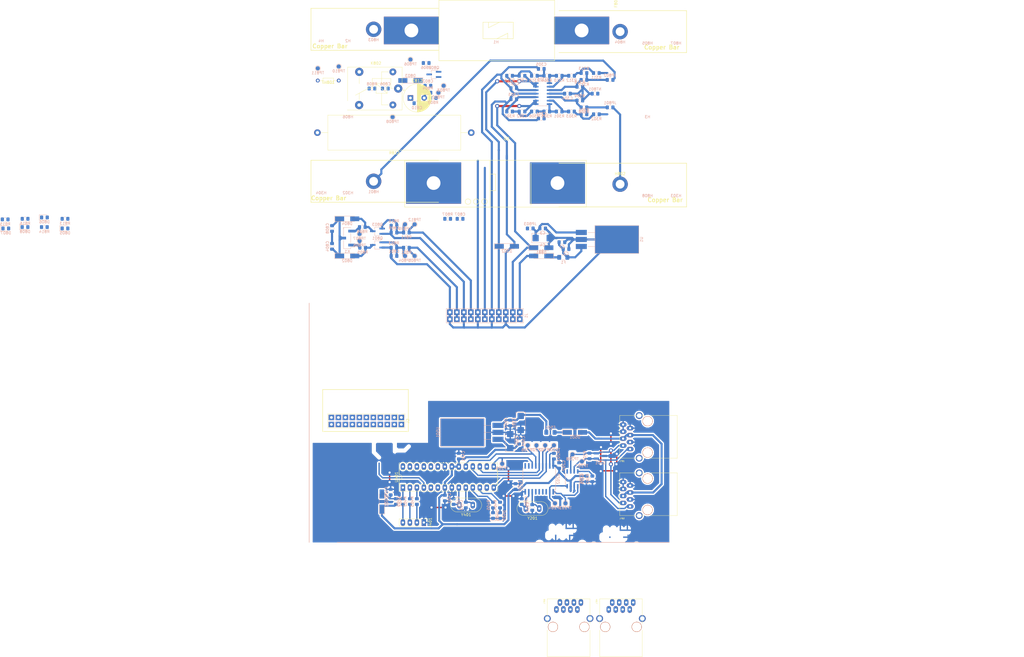
<source format=kicad_pcb>
(kicad_pcb (version 20171130) (host pcbnew "(5.1.0-62-ge5de787f8)")
  (layers (0 F.Cu jumper) (31 B.Cu signal) (34 B.Paste user) (35 F.Paste user hide) (36 B.SilkS user) (37 F.SilkS user) (38 B.Mask user) (39 F.Mask user hide) (44 Edge.Cuts user))
  (net 0 "")
  (net 1 GND)
  (net 2 +5V)
  (net 3 "Net-(C203-Pad1)")
  (net 4 "Net-(C204-Pad1)")
  (net 5 "Net-(C403-Pad1)")
  (net 6 "Net-(C404-Pad1)")
  (net 7 "Net-(C405-Pad2)")
  (net 8 "Net-(D501-Pad1)")
  (net 9 "Net-(R202-Pad1)")
  (net 10 "Net-(R203-Pad2)")
  (net 11 "Net-(J401-Pad3)")
  (net 12 "Net-(J401-Pad2)")
  (net 13 "Net-(D402-Pad2)")
  (net 14 "Net-(D403-Pad2)")
  (net 15 "Net-(C1-Pad1)")
  (net 16 GNDPWR)
  (net 17 "Net-(C501-Pad1)")
  (net 18 /CHARGER/Charge)
  (net 19 "Net-(R812-Pad2)")
  (net 20 /CHARGER/RL_ON)
  (net 21 /CHARGER/RL_OFF)
  (net 22 /CHARGER/+12V)
  (net 23 "Net-(D803-Pad2)")
  (net 24 "Net-(C802-Pad1)")
  (net 25 +12VA)
  (net 26 "Net-(R310-Pad2)")
  (net 27 /CONTROLLER/SCK)
  (net 28 /CONTROLLER/sheet5CA5A59C/CAN_H)
  (net 29 /CONTROLLER/sheet5CA5A59C/CAN_L)
  (net 30 "Net-(R310-Pad1)")
  (net 31 "Net-(R311-Pad1)")
  (net 32 /CHARGER/sig_cap+)
  (net 33 "Net-(C307-Pad1)")
  (net 34 /CHARGER/sheet5CBAED96/in2+)
  (net 35 "Net-(R317-Pad1)")
  (net 36 /CONTROLLER/sheet5CA5A59C/RXCAN)
  (net 37 /CONTROLLER/MISO)
  (net 38 /CONTROLLER/sheet5CA5A59C/TXCAN)
  (net 39 /CONTROLLER/sheet5CA5A59C/INT)
  (net 40 /CONTROLLER/sheet5CA5A59C/CS)
  (net 41 /CHARGER/sheet5CBAED96/in1+)
  (net 42 "Net-(C303-Pad1)")
  (net 43 /CHARGER/sig_bat+)
  (net 44 "Net-(R302-Pad1)")
  (net 45 "Net-(R301-Pad1)")
  (net 46 /CONTROLLER/MOSI)
  (net 47 "Net-(R301-Pad2)")
  (net 48 "Net-(R308-Pad1)")
  (net 49 /CHARGER/+CAP)
  (net 50 "Net-(C302-Pad1)")
  (net 51 /CHARGER/S_RL_ON)
  (net 52 /CHARGER/U_BAT+)
  (net 53 "Net-(D805-Pad2)")
  (net 54 "Net-(C809-Pad1)")
  (net 55 "Net-(D804-Pad2)")
  (net 56 "Net-(C806-Pad2)")
  (net 57 "Net-(C807-Pad2)")
  (net 58 "Net-(D802-Pad2)")
  (net 59 "Net-(C801-Pad1)")
  (net 60 /CONTROLLER/sheet5CA5A59D/LED1)
  (net 61 /CONTROLLER/sheet5CA5A59D/LED2)
  (net 62 /CONTROLLER/sheet5CA5A59D/USART_TX)
  (net 63 "Net-(D808-Pad2)")
  (net 64 "Net-(D806-Pad2)")
  (net 65 "Net-(D807-Pad2)")
  (net 66 "Net-(C305-Pad1)")
  (net 67 /CONTROLLER/sheet5CA5A59D/USART_RX)
  (net 68 GNDA)
  (net 69 "Net-(C306-Pad1)")
  (net 70 /CONTROLLER/sheet5CA5A59D/RESET)
  (net 71 "Net-(C301-Pad1)")
  (net 72 /CHARGER/+18V_IN)
  (net 73 /CHARGER/U_BAT-)
  (net 74 /CONTROLLER/+18V_OUT)
  (net 75 /CONTROLLER/sig_cap+)
  (net 76 /CONTROLLER/sig_bat+)
  (net 77 /CONTROLLER/RL_OFF)
  (net 78 /CONTROLLER/RL_ON)
  (net 79 /CONTROLLER/Charge)
  (net 80 /CHARGER/CH)
  (net 81 "Net-(D1-Pad1)")
  (net 82 "Net-(K1-Pad3)")
  (net 83 "Net-(K1-Pad1)")
  (module Resistor_SMD:R_0805_2012Metric_Pad1.15x1.40mm_HandSolder (layer B.Cu) (at 141.025 -61)
    (fp_text reference R314 (at 0 1.65) (layer B.SilkS) (effects (justify mirror)))
    (fp_text value 1k)
    (pad 2 smd roundrect (at 1.025 0) (size 1.15 1.4) (layers B.Cu B.Paste B.Mask) (roundrect_rratio 0.217391) (net 30 "Net-(R310-Pad1)"))
    (pad 1 smd roundrect (at -1.025 0) (size 1.15 1.4) (layers B.Cu B.Paste B.Mask) (roundrect_rratio 0.217391) (net 66 "Net-(C305-Pad1)"))
  )
  (module KicadZeniteSolarLibrary18:RJ45_YH59_01 (layer F.Cu) (at 171.278 74.716 90)
    (fp_text reference J701 (at -4.364296 -2.909696) (layer F.SilkS) (effects (font (size 0.5 0.5) (thickness 0.1))))
    (fp_text value 8P8C_Shielded)
    (pad 9 thru_hole circle (at 12.2 3.296 90) (size 2.5 2.5) (drill 1.6) (layers *.Cu *.Mask))
    (pad 9 thru_hole circle (at -3.3 3.296 90) (size 2.5 2.5) (drill 1.6) (layers *.Cu *.Mask))
    (pad 8 thru_hole oval (at 8.895 -2.544 90) (size 1.6 2.5) (drill 0.8) (layers *.Cu *.Mask) (net 1 GND))
    (pad 7 thru_hole oval (at 7.625 -0.004 90) (size 1.6 2.5) (drill 0.8) (layers *.Cu *.Mask) (net 1 GND))
    (pad 6 thru_hole oval (at 6.355 -2.544 90) (size 1.6 2.5) (drill 0.8) (layers *.Cu *.Mask) (net 1 GND))
    (pad 5 thru_hole oval (at 5.085 -0.004 90) (size 1.6 2.5) (drill 0.8) (layers *.Cu *.Mask) (net 74 /CONTROLLER/+18V_OUT))
    (pad 4 thru_hole oval (at 3.815 -2.544 90) (size 1.6 2.5) (drill 0.8) (layers *.Cu *.Mask) (net 74 /CONTROLLER/+18V_OUT))
    (pad 3 thru_hole oval (at 2.545 -0.004 90) (size 1.6 2.5) (drill 0.8) (layers *.Cu *.Mask) (net 1 GND))
    (pad 2 thru_hole oval (at 1.275 -2.544 90) (size 1.6 2.5) (drill 0.8) (layers *.Cu *.Mask) (net 29 /CONTROLLER/sheet5CA5A59C/CAN_L))
    (pad 1 thru_hole oval (at 0.005 -0.004 90) (size 1.6 2.5) (drill 0.8) (layers *.Cu *.Mask) (net 28 /CONTROLLER/sheet5CA5A59C/CAN_H))
    (pad "" np_thru_hole circle (at -1.265 6.346 90) (size 3.65 3.65) (drill 3.2) (layers *.Cu *.SilkS *.Mask))
    (pad "" np_thru_hole circle (at 10.165 6.346 90) (size 3.65 3.65) (drill 3.2) (layers *.Cu *.SilkS *.Mask))
  )
  (module TestPoint:TestPoint_Pad_D1.5mm (layer B.Cu) (at 93 -7 180)
    (fp_text reference TP812 (at 0 1.648 180) (layer B.SilkS) (effects (justify mirror)))
    (fp_text value RL_OFF)
    (pad 1 smd circle (at 0 0 180) (size 1.5 1.5) (layers B.Cu B.Mask) (net 21 /CHARGER/RL_OFF))
  )
  (module KicadZeniteSolarLibrary18:RJ45_YH59_01 (layer F.Cu) (at 163.5 133)
    (fp_text reference J704 (at -4.364296 -2.909696 -90) (layer F.SilkS) (effects (font (size 0.5 0.5) (thickness 0.1))))
    (fp_text value 8P8C_Shielded)
    (pad 9 thru_hole circle (at 12.2 3.296) (size 2.5 2.5) (drill 1.6) (layers *.Cu *.Mask))
    (pad 9 thru_hole circle (at -3.3 3.296) (size 2.5 2.5) (drill 1.6) (layers *.Cu *.Mask))
    (pad 8 thru_hole oval (at 8.895 -2.544) (size 1.6 2.5) (drill 0.8) (layers *.Cu *.Mask) (net 1 GND))
    (pad 7 thru_hole oval (at 7.625 -0.004) (size 1.6 2.5) (drill 0.8) (layers *.Cu *.Mask) (net 1 GND))
    (pad 6 thru_hole oval (at 6.355 -2.544) (size 1.6 2.5) (drill 0.8) (layers *.Cu *.Mask) (net 1 GND))
    (pad 5 thru_hole oval (at 5.085 -0.004) (size 1.6 2.5) (drill 0.8) (layers *.Cu *.Mask) (net 74 /CONTROLLER/+18V_OUT))
    (pad 4 thru_hole oval (at 3.815 -2.544) (size 1.6 2.5) (drill 0.8) (layers *.Cu *.Mask) (net 74 /CONTROLLER/+18V_OUT))
    (pad 3 thru_hole oval (at 2.545 -0.004) (size 1.6 2.5) (drill 0.8) (layers *.Cu *.Mask) (net 1 GND))
    (pad 2 thru_hole oval (at 1.275 -2.544) (size 1.6 2.5) (drill 0.8) (layers *.Cu *.Mask) (net 29 /CONTROLLER/sheet5CA5A59C/CAN_L))
    (pad 1 thru_hole oval (at 0.005 -0.004) (size 1.6 2.5) (drill 0.8) (layers *.Cu *.Mask) (net 28 /CONTROLLER/sheet5CA5A59C/CAN_H))
    (pad "" np_thru_hole circle (at -1.265 6.346) (size 3.65 3.65) (drill 3.2) (layers *.Cu *.SilkS *.Mask))
    (pad "" np_thru_hole circle (at 10.165 6.346) (size 3.65 3.65) (drill 3.2) (layers *.Cu *.SilkS *.Mask))
  )
  (module KicadZeniteSolarLibrary18:RJ45_YH59_01 (layer F.Cu) (at 144.5 133)
    (fp_text reference J703 (at -4.364296 -2.909696 -90) (layer F.SilkS) (effects (font (size 0.5 0.5) (thickness 0.1))))
    (fp_text value 8P8C_Shielded)
    (pad 9 thru_hole circle (at 12.2 3.296) (size 2.5 2.5) (drill 1.6) (layers *.Cu *.Mask))
    (pad 9 thru_hole circle (at -3.3 3.296) (size 2.5 2.5) (drill 1.6) (layers *.Cu *.Mask))
    (pad 8 thru_hole oval (at 8.895 -2.544) (size 1.6 2.5) (drill 0.8) (layers *.Cu *.Mask) (net 1 GND))
    (pad 7 thru_hole oval (at 7.625 -0.004) (size 1.6 2.5) (drill 0.8) (layers *.Cu *.Mask) (net 1 GND))
    (pad 6 thru_hole oval (at 6.355 -2.544) (size 1.6 2.5) (drill 0.8) (layers *.Cu *.Mask) (net 1 GND))
    (pad 5 thru_hole oval (at 5.085 -0.004) (size 1.6 2.5) (drill 0.8) (layers *.Cu *.Mask) (net 74 /CONTROLLER/+18V_OUT))
    (pad 4 thru_hole oval (at 3.815 -2.544) (size 1.6 2.5) (drill 0.8) (layers *.Cu *.Mask) (net 74 /CONTROLLER/+18V_OUT))
    (pad 3 thru_hole oval (at 2.545 -0.004) (size 1.6 2.5) (drill 0.8) (layers *.Cu *.Mask) (net 1 GND))
    (pad 2 thru_hole oval (at 1.275 -2.544) (size 1.6 2.5) (drill 0.8) (layers *.Cu *.Mask) (net 29 /CONTROLLER/sheet5CA5A59C/CAN_L))
    (pad 1 thru_hole oval (at 0.005 -0.004) (size 1.6 2.5) (drill 0.8) (layers *.Cu *.Mask) (net 28 /CONTROLLER/sheet5CA5A59C/CAN_H))
    (pad "" np_thru_hole circle (at -1.265 6.346) (size 3.65 3.65) (drill 3.2) (layers *.Cu *.SilkS *.Mask))
    (pad "" np_thru_hole circle (at 10.165 6.346) (size 3.65 3.65) (drill 3.2) (layers *.Cu *.SilkS *.Mask))
  )
  (module Package_TO_SOT_SMD:TSOT-23_HandSoldering (layer B.Cu) (at 100 -61.5 180)
    (fp_text reference Q802 (at 0 2.45 180) (layer B.SilkS) (effects (justify mirror)))
    (fp_text value Q_NPN_BEC)
    (pad 3 smd rect (at 1.71 0 180) (size 2 0.65) (layers B.Cu B.Paste B.Mask) (net 51 /CHARGER/S_RL_ON))
    (pad 2 smd rect (at -1.71 -0.95 180) (size 2 0.65) (layers B.Cu B.Paste B.Mask) (net 16 GNDPWR))
    (pad 1 smd rect (at -1.71 0.95 180) (size 2 0.65) (layers B.Cu B.Paste B.Mask) (net 24 "Net-(C802-Pad1)"))
  )
  (module Connector_PinHeader_2.54mm:PinHeader_1x03_P2.54mm_Vertical_SMD_Pin1Right (layer B.Cu) (at 68.5 -2)
    (fp_text reference K1 (at 0 4.87) (layer B.SilkS) (effects (justify mirror)))
    (fp_text value K100A)
    (pad 2 smd rect (at -1.655 0) (size 2.51 1) (layers B.Cu B.Paste B.Mask) (net 22 /CHARGER/+12V))
    (pad 1 smd rect (at 1.655 2.54) (size 2.51 1) (layers B.Cu B.Paste B.Mask) (net 83 "Net-(K1-Pad1)"))
    (pad 3 smd rect (at 1.655 -2.54) (size 2.51 1) (layers B.Cu B.Paste B.Mask) (net 82 "Net-(K1-Pad3)"))
  )
  (module KicadZeniteSolarLibrary18:TO-220-3_Horizontal_TabDown_SMD (layer B.Cu) (at 154.816 1.04 90)
    (fp_text reference U1 (at 2.54 20.58 90) (layer B.SilkS) (effects (justify mirror)))
    (fp_text value LM7812)
    (pad 3 smd rect (at 5.08 -1.27 90) (size 1.905 4) (layers B.Cu B.Paste B.Mask) (net 22 /CHARGER/+12V))
    (pad 2 smd rect (at 2.54 -1.27 90) (size 1.905 4) (layers B.Cu B.Paste B.Mask) (net 16 GNDPWR))
    (pad 1 smd rect (at 0 -1.27 90) (size 1.905 4) (layers B.Cu B.Paste B.Mask) (net 15 "Net-(C1-Pad1)"))
    (pad "" smd rect (at 2.54 11.684 90) (size 10 16) (layers B.Cu B.Paste B.Mask))
  )
  (module Capacitor_Tantalum_SMD:CP_EIA-6032-20_AVX-F_Pad2.25x2.35mm_HandSolder (layer B.Cu) (at 139.5 -2)
    (fp_text reference C4 (at 0 2.55) (layer B.SilkS) (effects (justify mirror)))
    (fp_text value 1uF)
    (pad 2 smd roundrect (at 2.55 0) (size 2.25 2.35) (layers B.Cu B.Paste B.Mask) (roundrect_rratio 0.111111) (net 16 GNDPWR))
    (pad 1 smd roundrect (at -2.55 0) (size 2.25 2.35) (layers B.Cu B.Paste B.Mask) (roundrect_rratio 0.111111) (net 22 /CHARGER/+12V))
  )
  (module KicadZeniteSolarLibrary18:Mega_Relay_K100_separated (layer F.Cu) (at 119.38 -8.255 90)
    (fp_text reference U2 (at 29.845 6.985 180) (layer F.SilkS))
    (fp_text value K100B)
    (pad 4 thru_hole rect (at 13.752 -19.491 90) (size 15 20) (drill 5) (layers *.Cu *.Mask) (net 52 /CHARGER/U_BAT+))
    (pad 5 thru_hole rect (at 13.752 25.509 90) (size 15 20) (drill 5) (layers *.Cu *.Mask) (net 49 /CHARGER/+CAP))
  )
  (module Capacitor_SMD:C_0805_2012Metric_Pad1.15x1.40mm_HandSolder (layer B.Cu) (at 129 -56.5 180)
    (fp_text reference C307 (at 0 1.65 180) (layer B.SilkS) (effects (justify mirror)))
    (fp_text value 100n)
    (pad 1 smd roundrect (at -1.025 0 180) (size 1.15 1.4) (layers B.Cu B.Paste B.Mask) (roundrect_rratio 0.217391) (net 33 "Net-(C307-Pad1)"))
    (pad 2 smd roundrect (at 1.025 0 180) (size 1.15 1.4) (layers B.Cu B.Paste B.Mask) (roundrect_rratio 0.217391) (net 16 GNDPWR))
  )
  (module Resistor_THT:R_Axial_Power_L48.0mm_W12.5mm_P55.88mm (layer F.Cu) (at 113.565 -40.33 180)
    (fp_text reference R812 (at 27.94 -7.37 180) (layer F.SilkS))
    (fp_text value 10R)
    (pad 1 thru_hole circle (at 0 0 180) (size 2.4 2.4) (drill 1.2) (layers *.Cu *.Mask) (net 49 /CHARGER/+CAP))
    (pad 2 thru_hole oval (at 55.88 0 180) (size 2.4 2.4) (drill 1.2) (layers *.Cu *.Mask) (net 19 "Net-(R812-Pad2)"))
  )
  (module TestPoint:TestPoint_Pad_D1.5mm (layer B.Cu) (at 140.425 73.329)
    (fp_text reference TP202 (at 0 1.648) (layer B.SilkS) (effects (justify mirror)))
    (fp_text value SO)
    (pad 1 smd circle (at 0 0) (size 1.5 1.5) (layers B.Cu B.Mask) (net 37 /CONTROLLER/MISO))
  )
  (module TestPoint:TestPoint_Pad_D1.5mm (layer B.Cu) (at 147.791 94.411)
    (fp_text reference TP203 (at 0 1.648) (layer B.SilkS) (effects (justify mirror)))
    (fp_text value TXCAN)
    (pad 1 smd circle (at 0 0) (size 1.5 1.5) (layers B.Cu B.Mask) (net 38 /CONTROLLER/sheet5CA5A59C/TXCAN))
  )
  (module TestPoint:TestPoint_Pad_D1.5mm (layer B.Cu) (at 153.76 79.171)
    (fp_text reference TP207 (at 0 1.648) (layer B.SilkS) (effects (justify mirror)))
    (fp_text value CAN_H)
    (pad 1 smd circle (at 0 0) (size 1.5 1.5) (layers B.Cu B.Mask) (net 28 /CONTROLLER/sheet5CA5A59C/CAN_H))
  )
  (module TestPoint:TestPoint_Pad_D1.5mm (layer B.Cu) (at 137.25 73.329)
    (fp_text reference TP201 (at 0 1.648) (layer B.SilkS) (effects (justify mirror)))
    (fp_text value SI)
    (pad 1 smd circle (at 0 0) (size 1.5 1.5) (layers B.Cu B.Mask) (net 46 /CONTROLLER/MOSI))
  )
  (module TestPoint:TestPoint_Pad_D1.5mm (layer B.Cu) (at 143.981 94.411)
    (fp_text reference TP204 (at 0 1.648) (layer B.SilkS) (effects (justify mirror)))
    (fp_text value RXCAN)
    (pad 1 smd circle (at 0 0) (size 1.5 1.5) (layers B.Cu B.Mask) (net 36 /CONTROLLER/sheet5CA5A59C/RXCAN))
  )
  (module TestPoint:TestPoint_Pad_D1.5mm (layer B.Cu) (at 143.6 73.329)
    (fp_text reference TP205 (at 0 1.648) (layer B.SilkS) (effects (justify mirror)))
    (fp_text value SC)
    (pad 1 smd circle (at 0 0) (size 1.5 1.5) (layers B.Cu B.Mask) (net 40 /CONTROLLER/sheet5CA5A59C/CS))
  )
  (module TestPoint:TestPoint_Pad_D1.5mm (layer B.Cu) (at 134.075 73.329)
    (fp_text reference TP206 (at 0 1.648) (layer B.SilkS) (effects (justify mirror)))
    (fp_text value SCK)
    (pad 1 smd circle (at 0 0) (size 1.5 1.5) (layers B.Cu B.Mask) (net 27 /CONTROLLER/SCK))
  )
  (module TestPoint:TestPoint_Pad_D1.5mm (layer B.Cu) (at 124.804 80.06)
    (fp_text reference TP209 (at 0 1.648) (layer B.SilkS) (effects (justify mirror)))
    (fp_text value INT)
    (pad 1 smd circle (at 0 0) (size 1.5 1.5) (layers B.Cu B.Mask) (net 39 /CONTROLLER/sheet5CA5A59C/INT))
  )
  (module TestPoint:TestPoint_Pad_D1.5mm (layer B.Cu) (at 150.331 76.631)
    (fp_text reference TP208 (at 0 1.648) (layer B.SilkS) (effects (justify mirror)))
    (fp_text value CAN_L)
    (pad 1 smd circle (at 0 0) (size 1.5 1.5) (layers B.Cu B.Mask) (net 29 /CONTROLLER/sheet5CA5A59C/CAN_L))
  )
  (module Capacitor_SMD:C_0805_2012Metric_Pad1.15x1.40mm_HandSolder (layer B.Cu) (at 139 -63.5 180)
    (fp_text reference C305 (at 0 1.65 180) (layer B.SilkS) (effects (justify mirror)))
    (fp_text value 100n)
    (pad 1 smd roundrect (at -1.025 0 180) (size 1.15 1.4) (layers B.Cu B.Paste B.Mask) (roundrect_rratio 0.217391) (net 66 "Net-(C305-Pad1)"))
    (pad 2 smd roundrect (at 1.025 0 180) (size 1.15 1.4) (layers B.Cu B.Paste B.Mask) (roundrect_rratio 0.217391) (net 16 GNDPWR))
  )
  (module KicadZeniteSolarLibrary18:PinHeader_2x11_P2.54mm_Vertical_HandSoldering (layer F.Cu) (at 88.175 63.215 270)
    (fp_text reference J2 (at 1.27 -2.33 270) (layer F.SilkS))
    (fp_text value Conn_02x11_Odd_Even)
    (pad 22 thru_hole rect (at 2.54 25.4 270) (size 2 2) (drill 1) (layers *.Cu *.Mask) (net 1 GND))
    (pad 21 thru_hole rect (at 0 25.4 270) (size 2 2) (drill 1) (layers *.Cu *.Mask) (net 1 GND))
    (pad 20 thru_hole rect (at 2.54 22.86 270) (size 2 2) (drill 1) (layers *.Cu *.Mask) (net 78 /CONTROLLER/RL_ON))
    (pad 19 thru_hole rect (at 0 22.86 270) (size 2 2) (drill 1) (layers *.Cu *.Mask) (net 78 /CONTROLLER/RL_ON))
    (pad 18 thru_hole rect (at 2.54 20.32 270) (size 2 2) (drill 1) (layers *.Cu *.Mask) (net 1 GND))
    (pad 17 thru_hole rect (at 0 20.32 270) (size 2 2) (drill 1) (layers *.Cu *.Mask) (net 1 GND))
    (pad 16 thru_hole rect (at 2.54 17.78 270) (size 2 2) (drill 1) (layers *.Cu *.Mask) (net 77 /CONTROLLER/RL_OFF))
    (pad 15 thru_hole rect (at 0 17.78 270) (size 2 2) (drill 1) (layers *.Cu *.Mask) (net 77 /CONTROLLER/RL_OFF))
    (pad 14 thru_hole rect (at 2.54 15.24 270) (size 2 2) (drill 1) (layers *.Cu *.Mask) (net 1 GND))
    (pad 13 thru_hole rect (at 0 15.24 270) (size 2 2) (drill 1) (layers *.Cu *.Mask) (net 1 GND))
    (pad 12 thru_hole rect (at 2.54 12.7 270) (size 2 2) (drill 1) (layers *.Cu *.Mask) (net 79 /CONTROLLER/Charge))
    (pad 11 thru_hole rect (at 0 12.7 270) (size 2 2) (drill 1) (layers *.Cu *.Mask) (net 79 /CONTROLLER/Charge))
    (pad 10 thru_hole rect (at 2.54 10.16 270) (size 2 2) (drill 1) (layers *.Cu *.Mask) (net 1 GND))
    (pad 9 thru_hole rect (at 0 10.16 270) (size 2 2) (drill 1) (layers *.Cu *.Mask) (net 1 GND))
    (pad 8 thru_hole rect (at 2.54 7.62 270) (size 2 2) (drill 1) (layers *.Cu *.Mask) (net 76 /CONTROLLER/sig_bat+))
    (pad 7 thru_hole rect (at 0 7.62 270) (size 2 2) (drill 1) (layers *.Cu *.Mask) (net 76 /CONTROLLER/sig_bat+))
    (pad 6 thru_hole rect (at 2.54 5.08 270) (size 2 2) (drill 1) (layers *.Cu *.Mask) (net 1 GND))
    (pad 5 thru_hole rect (at 0 5.08 270) (size 2 2) (drill 1) (layers *.Cu *.Mask) (net 1 GND))
    (pad 4 thru_hole rect (at 2.54 2.54 270) (size 2 2) (drill 1) (layers *.Cu *.Mask) (net 75 /CONTROLLER/sig_cap+))
    (pad 3 thru_hole rect (at 0 2.54 270) (size 2 2) (drill 1) (layers *.Cu *.Mask) (net 75 /CONTROLLER/sig_cap+))
    (pad 2 thru_hole rect (at 2.54 0 270) (size 2 2) (drill 1) (layers *.Cu *.Mask) (net 74 /CONTROLLER/+18V_OUT))
    (pad 1 thru_hole rect (at 0 0 270) (size 2 2) (drill 1) (layers *.Cu *.Mask) (net 74 /CONTROLLER/+18V_OUT))
  )
  (module KicadZeniteSolarLibrary18:PinHeader_2x11_P2.54mm_Vertical_HandSoldering (layer B.Cu) (at 131.2 27.5 90)
    (fp_text reference J1 (at 1.27 2.33 90) (layer B.SilkS) (effects (justify mirror)))
    (fp_text value Conn_02x11_Odd_Even)
    (pad 1 thru_hole rect (at 0 0 90) (size 2 2) (drill 1) (layers *.Cu *.Mask) (net 72 /CHARGER/+18V_IN))
    (pad 2 thru_hole rect (at 2.54 0 90) (size 2 2) (drill 1) (layers *.Cu *.Mask) (net 72 /CHARGER/+18V_IN))
    (pad 3 thru_hole rect (at 0 -2.54 90) (size 2 2) (drill 1) (layers *.Cu *.Mask) (net 32 /CHARGER/sig_cap+))
    (pad 4 thru_hole rect (at 2.54 -2.54 90) (size 2 2) (drill 1) (layers *.Cu *.Mask) (net 32 /CHARGER/sig_cap+))
    (pad 5 thru_hole rect (at 0 -5.08 90) (size 2 2) (drill 1) (layers *.Cu *.Mask) (net 16 GNDPWR))
    (pad 6 thru_hole rect (at 2.54 -5.08 90) (size 2 2) (drill 1) (layers *.Cu *.Mask) (net 16 GNDPWR))
    (pad 7 thru_hole rect (at 0 -7.62 90) (size 2 2) (drill 1) (layers *.Cu *.Mask) (net 43 /CHARGER/sig_bat+))
    (pad 8 thru_hole rect (at 2.54 -7.62 90) (size 2 2) (drill 1) (layers *.Cu *.Mask) (net 43 /CHARGER/sig_bat+))
    (pad 9 thru_hole rect (at 0 -10.16 90) (size 2 2) (drill 1) (layers *.Cu *.Mask) (net 16 GNDPWR))
    (pad 10 thru_hole rect (at 2.54 -10.16 90) (size 2 2) (drill 1) (layers *.Cu *.Mask) (net 16 GNDPWR))
    (pad 11 thru_hole rect (at 0 -12.7 90) (size 2 2) (drill 1) (layers *.Cu *.Mask) (net 18 /CHARGER/Charge))
    (pad 12 thru_hole rect (at 2.54 -12.7 90) (size 2 2) (drill 1) (layers *.Cu *.Mask) (net 18 /CHARGER/Charge))
    (pad 13 thru_hole rect (at 0 -15.24 90) (size 2 2) (drill 1) (layers *.Cu *.Mask) (net 16 GNDPWR))
    (pad 14 thru_hole rect (at 2.54 -15.24 90) (size 2 2) (drill 1) (layers *.Cu *.Mask) (net 16 GNDPWR))
    (pad 15 thru_hole rect (at 0 -17.78 90) (size 2 2) (drill 1) (layers *.Cu *.Mask) (net 21 /CHARGER/RL_OFF))
    (pad 16 thru_hole rect (at 2.54 -17.78 90) (size 2 2) (drill 1) (layers *.Cu *.Mask) (net 21 /CHARGER/RL_OFF))
    (pad 17 thru_hole rect (at 0 -20.32 90) (size 2 2) (drill 1) (layers *.Cu *.Mask) (net 16 GNDPWR))
    (pad 18 thru_hole rect (at 2.54 -20.32 90) (size 2 2) (drill 1) (layers *.Cu *.Mask) (net 16 GNDPWR))
    (pad 19 thru_hole rect (at 0 -22.86 90) (size 2 2) (drill 1) (layers *.Cu *.Mask) (net 20 /CHARGER/RL_ON))
    (pad 20 thru_hole rect (at 2.54 -22.86 90) (size 2 2) (drill 1) (layers *.Cu *.Mask) (net 20 /CHARGER/RL_ON))
    (pad 21 thru_hole rect (at 0 -25.4 90) (size 2 2) (drill 1) (layers *.Cu *.Mask) (net 16 GNDPWR))
    (pad 22 thru_hole rect (at 2.54 -25.4 90) (size 2 2) (drill 1) (layers *.Cu *.Mask) (net 16 GNDPWR))
  )
  (module Capacitor_SMD:C_0805_2012Metric_Pad1.15x1.40mm_HandSolder (layer B.Cu) (at 139.5 -5.5)
    (fp_text reference C3 (at 0 1.65) (layer B.SilkS) (effects (justify mirror)))
    (fp_text value 100nF)
    (pad 2 smd roundrect (at 1.025 0) (size 1.15 1.4) (layers B.Cu B.Paste B.Mask) (roundrect_rratio 0.217391) (net 16 GNDPWR))
    (pad 1 smd roundrect (at -1.025 0) (size 1.15 1.4) (layers B.Cu B.Paste B.Mask) (roundrect_rratio 0.217391) (net 22 /CHARGER/+12V))
  )
  (module Capacitor_SMD:C_0805_2012Metric_Pad1.15x1.40mm_HandSolder (layer B.Cu) (at 148 2)
    (fp_text reference C2 (at 0 1.65) (layer B.SilkS) (effects (justify mirror)))
    (fp_text value 100nF)
    (pad 1 smd roundrect (at -1.025 0) (size 1.15 1.4) (layers B.Cu B.Paste B.Mask) (roundrect_rratio 0.217391) (net 15 "Net-(C1-Pad1)"))
    (pad 2 smd roundrect (at 1.025 0) (size 1.15 1.4) (layers B.Cu B.Paste B.Mask) (roundrect_rratio 0.217391) (net 16 GNDPWR))
  )
  (module Capacitor_SMD:C_0805_2012Metric_Pad1.15x1.40mm_HandSolder (layer B.Cu) (at 146.5 -0.5)
    (fp_text reference C1 (at 0 1.65) (layer B.SilkS) (effects (justify mirror)))
    (fp_text value 1uF)
    (pad 2 smd roundrect (at 1.025 0) (size 1.15 1.4) (layers B.Cu B.Paste B.Mask) (roundrect_rratio 0.217391) (net 16 GNDPWR))
    (pad 1 smd roundrect (at -1.025 0) (size 1.15 1.4) (layers B.Cu B.Paste B.Mask) (roundrect_rratio 0.217391) (net 15 "Net-(C1-Pad1)"))
  )
  (module Diode_SMD:D_MiniMELF_Handsoldering (layer B.Cu) (at 139 4.5 180)
    (fp_text reference D1 (at 0 1.75 180) (layer B.SilkS) (effects (justify mirror)))
    (fp_text value LL4148)
    (pad 1 smd rect (at -2.75 0 180) (size 3.3 1.7) (layers B.Cu B.Paste B.Mask) (net 81 "Net-(D1-Pad1)"))
    (pad 2 smd rect (at 2.75 0 180) (size 3.3 1.7) (layers B.Cu B.Paste B.Mask) (net 72 /CHARGER/+18V_IN))
  )
  (module Fuse:Fuse_1206_3216Metric_Pad1.42x1.75mm_HandSolder (layer B.Cu) (at 147 5)
    (fp_text reference F1 (at 0 1.82) (layer B.SilkS) (effects (justify mirror)))
    (fp_text value 500mA)
    (pad 2 smd roundrect (at 1.4875 0) (size 1.425 1.75) (layers B.Cu B.Paste B.Mask) (roundrect_rratio 0.175439) (net 15 "Net-(C1-Pad1)"))
    (pad 1 smd roundrect (at -1.4875 0) (size 1.425 1.75) (layers B.Cu B.Paste B.Mask) (roundrect_rratio 0.175439) (net 81 "Net-(D1-Pad1)"))
  )
  (module Capacitor_THT:CP_Radial_D10.0mm_P5.00mm (layer F.Cu) (at 91.475 -52.935)
    (fp_text reference C812 (at 2.5 -6.25) (layer F.SilkS))
    (fp_text value 4700u)
    (pad 1 thru_hole rect (at 0 0) (size 2 2) (drill 1) (layers *.Cu *.Mask) (net 22 /CHARGER/+12V))
    (pad 2 thru_hole circle (at 5 0) (size 2 2) (drill 1) (layers *.Cu *.Mask) (net 16 GNDPWR))
  )
  (module Relay_THT:Relay_SPDT_SANYOU_SRD_Series_Form_C (layer F.Cu) (at 87.038122 -56.362671 180)
    (fp_text reference K802 (at 8.1 9.2 180) (layer F.SilkS))
    (fp_text value SANYOU_SRD_Form_C)
    (pad 1 thru_hole circle (at 0 0 270) (size 3 3) (drill 1.3) (layers *.Cu *.Mask) (net 52 /CHARGER/U_BAT+))
    (pad 5 thru_hole circle (at 1.95 -5.95 270) (size 2.5 2.5) (drill 1) (layers *.Cu *.Mask) (net 22 /CHARGER/+12V))
    (pad 4 thru_hole circle (at 14.2 -6 270) (size 3 3) (drill 1.3) (layers *.Cu *.Mask))
    (pad 3 thru_hole circle (at 14.15 6.05 270) (size 3 3) (drill 1.3) (layers *.Cu *.Mask) (net 80 /CHARGER/CH))
    (pad 2 thru_hole circle (at 1.95 6.05 270) (size 2.5 2.5) (drill 1) (layers *.Cu *.Mask) (net 23 "Net-(D803-Pad2)"))
  )
  (module Package_TO_SOT_SMD:TSOT-23_HandSoldering (layer B.Cu) (at 79.5 -4.5 180)
    (fp_text reference Q803 (at 0 2.45 180) (layer B.SilkS) (effects (justify mirror)))
    (fp_text value BCV27)
    (pad 1 smd rect (at -1.71 0.95 180) (size 2 0.65) (layers B.Cu B.Paste B.Mask) (net 54 "Net-(C809-Pad1)"))
    (pad 2 smd rect (at -1.71 -0.95 180) (size 2 0.65) (layers B.Cu B.Paste B.Mask) (net 16 GNDPWR))
    (pad 3 smd rect (at 1.71 0 180) (size 2 0.65) (layers B.Cu B.Paste B.Mask) (net 55 "Net-(D804-Pad2)"))
  )
  (module Package_TO_SOT_SMD:TSOT-23_HandSoldering (layer B.Cu) (at 79.5 0.5 180)
    (fp_text reference Q801 (at 0 2.45 180) (layer B.SilkS) (effects (justify mirror)))
    (fp_text value BCV27)
    (pad 1 smd rect (at -1.71 0.95 180) (size 2 0.65) (layers B.Cu B.Paste B.Mask) (net 59 "Net-(C801-Pad1)"))
    (pad 2 smd rect (at -1.71 -0.95 180) (size 2 0.65) (layers B.Cu B.Paste B.Mask) (net 16 GNDPWR))
    (pad 3 smd rect (at 1.71 0 180) (size 2 0.65) (layers B.Cu B.Paste B.Mask) (net 58 "Net-(D802-Pad2)"))
  )
  (module Diode_SMD:D_MiniMELF_Handsoldering (layer B.Cu) (at 68.5 -9)
    (fp_text reference D804 (at 0 1.75) (layer B.SilkS) (effects (justify mirror)))
    (fp_text value LL4148)
    (pad 1 smd rect (at -2.75 0) (size 3.3 1.7) (layers B.Cu B.Paste B.Mask) (net 22 /CHARGER/+12V))
    (pad 2 smd rect (at 2.75 0) (size 3.3 1.7) (layers B.Cu B.Paste B.Mask) (net 55 "Net-(D804-Pad2)"))
  )
  (module Diode_SMD:D_MiniMELF_Handsoldering (layer B.Cu) (at 91.475 -59.285 180)
    (fp_text reference D803 (at 0 1.75 180) (layer B.SilkS) (effects (justify mirror)))
    (fp_text value LL4148)
    (pad 2 smd rect (at 2.75 0 180) (size 3.3 1.7) (layers B.Cu B.Paste B.Mask) (net 23 "Net-(D803-Pad2)"))
    (pad 1 smd rect (at -2.75 0 180) (size 3.3 1.7) (layers B.Cu B.Paste B.Mask) (net 22 /CHARGER/+12V))
  )
  (module Diode_SMD:D_MiniMELF_Handsoldering (layer B.Cu) (at 68.5 4.5)
    (fp_text reference D802 (at 0 1.75) (layer B.SilkS) (effects (justify mirror)))
    (fp_text value LL4148)
    (pad 1 smd rect (at -2.75 0) (size 3.3 1.7) (layers B.Cu B.Paste B.Mask) (net 22 /CHARGER/+12V))
    (pad 2 smd rect (at 2.75 0) (size 3.3 1.7) (layers B.Cu B.Paste B.Mask) (net 58 "Net-(D802-Pad2)"))
  )
  (module LED_SMD:LED_0805_2012Metric_Pad1.15x1.40mm_HandSolder (layer B.Cu) (at -34 -5.5)
    (fp_text reference D805 (at 0 1.65) (layer B.SilkS) (effects (justify mirror)))
    (fp_text value RED_LED)
    (pad 1 smd roundrect (at -1.025 0) (size 1.15 1.4) (layers B.Cu B.Paste B.Mask) (roundrect_rratio 0.217391) (net 16 GNDPWR))
    (pad 2 smd roundrect (at 1.025 0) (size 1.15 1.4) (layers B.Cu B.Paste B.Mask) (roundrect_rratio 0.217391) (net 53 "Net-(D805-Pad2)"))
  )
  (module KicadZeniteSolarLibrary18:MegaFuse (layer F.Cu) (at 163.83 -77.47 270)
    (fp_text reference F802 (at -10.16 -2.286 270) (layer F.SilkS))
    (fp_text value "Fuse Mega 200A")
    (pad 2 thru_hole rect (at 0 72 270) (size 10 20) (drill 5) (layers *.Cu *.Mask) (net 73 /CHARGER/U_BAT-))
    (pad 1 thru_hole rect (at 0 10.16 270) (size 10 20) (drill 5) (layers *.Cu *.Mask) (net 16 GNDPWR))
  )
  (module Capacitor_SMD:C_0805_2012Metric_Pad1.15x1.40mm_HandSolder (layer B.Cu) (at 109.5 -9 180)
    (fp_text reference C807 (at 0 1.65 180) (layer B.SilkS) (effects (justify mirror)))
    (fp_text value 100n)
    (pad 1 smd roundrect (at -1.025 0 180) (size 1.15 1.4) (layers B.Cu B.Paste B.Mask) (roundrect_rratio 0.217391) (net 49 /CHARGER/+CAP))
    (pad 2 smd roundrect (at 1.025 0 180) (size 1.15 1.4) (layers B.Cu B.Paste B.Mask) (roundrect_rratio 0.217391) (net 57 "Net-(C807-Pad2)"))
  )
  (module KicadZeniteSolarLibrary18:RJ45_YH59_01 (layer F.Cu) (at 171.282 95.571 90)
    (fp_text reference J702 (at -4.364296 -2.909696) (layer F.SilkS) (effects (font (size 0.5 0.5) (thickness 0.1))))
    (fp_text value 8P8C_Shielded)
    (pad 9 thru_hole circle (at 12.2 3.296 90) (size 2.5 2.5) (drill 1.6) (layers *.Cu *.Mask))
    (pad 9 thru_hole circle (at -3.3 3.296 90) (size 2.5 2.5) (drill 1.6) (layers *.Cu *.Mask))
    (pad 8 thru_hole oval (at 8.895 -2.544 90) (size 1.6 2.5) (drill 0.8) (layers *.Cu *.Mask) (net 1 GND))
    (pad 7 thru_hole oval (at 7.625 -0.004 90) (size 1.6 2.5) (drill 0.8) (layers *.Cu *.Mask) (net 1 GND))
    (pad 6 thru_hole oval (at 6.355 -2.544 90) (size 1.6 2.5) (drill 0.8) (layers *.Cu *.Mask) (net 1 GND))
    (pad 5 thru_hole oval (at 5.085 -0.004 90) (size 1.6 2.5) (drill 0.8) (layers *.Cu *.Mask) (net 74 /CONTROLLER/+18V_OUT))
    (pad 4 thru_hole oval (at 3.815 -2.544 90) (size 1.6 2.5) (drill 0.8) (layers *.Cu *.Mask) (net 74 /CONTROLLER/+18V_OUT))
    (pad 3 thru_hole oval (at 2.545 -0.004 90) (size 1.6 2.5) (drill 0.8) (layers *.Cu *.Mask) (net 1 GND))
    (pad 2 thru_hole oval (at 1.275 -2.544 90) (size 1.6 2.5) (drill 0.8) (layers *.Cu *.Mask) (net 29 /CONTROLLER/sheet5CA5A59C/CAN_L))
    (pad 1 thru_hole oval (at 0.005 -0.004 90) (size 1.6 2.5) (drill 0.8) (layers *.Cu *.Mask) (net 28 /CONTROLLER/sheet5CA5A59C/CAN_H))
    (pad "" np_thru_hole circle (at -1.265 6.346 90) (size 3.65 3.65) (drill 3.2) (layers *.Cu *.SilkS *.Mask))
    (pad "" np_thru_hole circle (at 10.165 6.346 90) (size 3.65 3.65) (drill 3.2) (layers *.Cu *.SilkS *.Mask))
  )
  (module Capacitor_SMD:C_0805_2012Metric_Pad1.15x1.40mm_HandSolder (layer B.Cu) (at 129 -52.5 180)
    (fp_text reference C303 (at 0 1.65 180) (layer B.SilkS) (effects (justify mirror)))
    (fp_text value 100n)
    (pad 1 smd roundrect (at -1.025 0 180) (size 1.15 1.4) (layers B.Cu B.Paste B.Mask) (roundrect_rratio 0.217391) (net 42 "Net-(C303-Pad1)"))
    (pad 2 smd roundrect (at 1.025 0 180) (size 1.15 1.4) (layers B.Cu B.Paste B.Mask) (roundrect_rratio 0.217391) (net 16 GNDPWR))
  )
  (module Capacitor_SMD:C_0805_2012Metric_Pad1.15x1.40mm_HandSolder (layer B.Cu) (at 132 -61)
    (fp_text reference C306 (at 0 1.65) (layer B.SilkS) (effects (justify mirror)))
    (fp_text value 100n)
    (pad 2 smd roundrect (at 1.025 0) (size 1.15 1.4) (layers B.Cu B.Paste B.Mask) (roundrect_rratio 0.217391) (net 43 /CHARGER/sig_bat+))
    (pad 1 smd roundrect (at -1.025 0) (size 1.15 1.4) (layers B.Cu B.Paste B.Mask) (roundrect_rratio 0.217391) (net 69 "Net-(C306-Pad1)"))
  )
  (module Capacitor_SMD:C_0805_2012Metric_Pad1.15x1.40mm_HandSolder (layer B.Cu) (at 148.5 -54.5)
    (fp_text reference C304 (at 0 1.65) (layer B.SilkS) (effects (justify mirror)))
    (fp_text value 100n)
    (pad 2 smd roundrect (at 1.025 0) (size 1.15 1.4) (layers B.Cu B.Paste B.Mask) (roundrect_rratio 0.217391) (net 16 GNDPWR))
    (pad 1 smd roundrect (at -1.025 0) (size 1.15 1.4) (layers B.Cu B.Paste B.Mask) (roundrect_rratio 0.217391) (net 25 +12VA))
  )
  (module Capacitor_SMD:C_0805_2012Metric_Pad1.15x1.40mm_HandSolder (layer B.Cu) (at 132 -48)
    (fp_text reference C302 (at 0 1.65) (layer B.SilkS) (effects (justify mirror)))
    (fp_text value 100n)
    (pad 1 smd roundrect (at -1.025 0) (size 1.15 1.4) (layers B.Cu B.Paste B.Mask) (roundrect_rratio 0.217391) (net 50 "Net-(C302-Pad1)"))
    (pad 2 smd roundrect (at 1.025 0) (size 1.15 1.4) (layers B.Cu B.Paste B.Mask) (roundrect_rratio 0.217391) (net 32 /CHARGER/sig_cap+))
  )
  (module Capacitor_SMD:C_0805_2012Metric_Pad1.15x1.40mm_HandSolder (layer B.Cu) (at 139 -45.5 180)
    (fp_text reference C301 (at 0 1.65 180) (layer B.SilkS) (effects (justify mirror)))
    (fp_text value 100n)
    (pad 2 smd roundrect (at 1.025 0 180) (size 1.15 1.4) (layers B.Cu B.Paste B.Mask) (roundrect_rratio 0.217391) (net 16 GNDPWR))
    (pad 1 smd roundrect (at -1.025 0 180) (size 1.15 1.4) (layers B.Cu B.Paste B.Mask) (roundrect_rratio 0.217391) (net 71 "Net-(C301-Pad1)"))
  )
  (module Capacitor_SMD:C_0805_2012Metric_Pad1.15x1.40mm_HandSolder (layer B.Cu) (at 85.5 -4 180)
    (fp_text reference C809 (at 0 1.65 180) (layer B.SilkS) (effects (justify mirror)))
    (fp_text value 100n)
    (pad 1 smd roundrect (at -1.025 0 180) (size 1.15 1.4) (layers B.Cu B.Paste B.Mask) (roundrect_rratio 0.217391) (net 54 "Net-(C809-Pad1)"))
    (pad 2 smd roundrect (at 1.025 0 180) (size 1.15 1.4) (layers B.Cu B.Paste B.Mask) (roundrect_rratio 0.217391) (net 16 GNDPWR))
  )
  (module Capacitor_SMD:C_0805_2012Metric_Pad1.15x1.40mm_HandSolder (layer B.Cu) (at 63 -5.5 270)
    (fp_text reference C808 (at 0 1.65 270) (layer B.SilkS) (effects (justify mirror)))
    (fp_text value 100n)
    (pad 2 smd roundrect (at 1.025 0 270) (size 1.15 1.4) (layers B.Cu B.Paste B.Mask) (roundrect_rratio 0.217391) (net 16 GNDPWR))
    (pad 1 smd roundrect (at -1.025 0 270) (size 1.15 1.4) (layers B.Cu B.Paste B.Mask) (roundrect_rratio 0.217391) (net 22 /CHARGER/+12V))
  )
  (module Capacitor_SMD:C_0805_2012Metric_Pad1.15x1.40mm_HandSolder (layer B.Cu) (at 82.348122 -56.362671 180)
    (fp_text reference C806 (at 0 1.65 180) (layer B.SilkS) (effects (justify mirror)))
    (fp_text value 100n)
    (pad 1 smd roundrect (at -1.025 0 180) (size 1.15 1.4) (layers B.Cu B.Paste B.Mask) (roundrect_rratio 0.217391) (net 52 /CHARGER/U_BAT+))
    (pad 2 smd roundrect (at 1.025 0 180) (size 1.15 1.4) (layers B.Cu B.Paste B.Mask) (roundrect_rratio 0.217391) (net 56 "Net-(C806-Pad2)"))
  )
  (module Capacitor_SMD:C_0805_2012Metric_Pad1.15x1.40mm_HandSolder (layer B.Cu) (at 63 1 270)
    (fp_text reference C804 (at 0 1.65 270) (layer B.SilkS) (effects (justify mirror)))
    (fp_text value 100n)
    (pad 1 smd roundrect (at -1.025 0 270) (size 1.15 1.4) (layers B.Cu B.Paste B.Mask) (roundrect_rratio 0.217391) (net 16 GNDPWR))
    (pad 2 smd roundrect (at 1.025 0 270) (size 1.15 1.4) (layers B.Cu B.Paste B.Mask) (roundrect_rratio 0.217391) (net 22 /CHARGER/+12V))
  )
  (module Capacitor_SMD:C_0805_2012Metric_Pad1.15x1.40mm_HandSolder (layer B.Cu) (at 97.825 -57.38 180)
    (fp_text reference C802 (at 0 1.65 180) (layer B.SilkS) (effects (justify mirror)))
    (fp_text value 100n)
    (pad 1 smd roundrect (at -1.025 0 180) (size 1.15 1.4) (layers B.Cu B.Paste B.Mask) (roundrect_rratio 0.217391) (net 24 "Net-(C802-Pad1)"))
    (pad 2 smd roundrect (at 1.025 0 180) (size 1.15 1.4) (layers B.Cu B.Paste B.Mask) (roundrect_rratio 0.217391) (net 16 GNDPWR))
  )
  (module Capacitor_SMD:C_0805_2012Metric_Pad1.15x1.40mm_HandSolder (layer B.Cu) (at 85.5 4.5 180)
    (fp_text reference C801 (at 0 1.65 180) (layer B.SilkS) (effects (justify mirror)))
    (fp_text value 100n)
    (pad 2 smd roundrect (at 1.025 0 180) (size 1.15 1.4) (layers B.Cu B.Paste B.Mask) (roundrect_rratio 0.217391) (net 16 GNDPWR))
    (pad 1 smd roundrect (at -1.025 0 180) (size 1.15 1.4) (layers B.Cu B.Paste B.Mask) (roundrect_rratio 0.217391) (net 59 "Net-(C801-Pad1)"))
  )
  (module Capacitor_SMD:C_0805_2012Metric_Pad1.15x1.40mm_HandSolder (layer B.Cu) (at 93.842677 -51.03)
    (fp_text reference C810 (at 0 1.65) (layer B.SilkS) (effects (justify mirror)))
    (fp_text value 100n)
    (pad 1 smd roundrect (at -1.025 0) (size 1.15 1.4) (layers B.Cu B.Paste B.Mask) (roundrect_rratio 0.217391) (net 22 /CHARGER/+12V))
    (pad 2 smd roundrect (at 1.025 0) (size 1.15 1.4) (layers B.Cu B.Paste B.Mask) (roundrect_rratio 0.217391) (net 16 GNDPWR))
  )
  (module Diode_SMD:D_MiniMELF_Handsoldering (layer B.Cu) (at 139 1.5)
    (fp_text reference D301 (at 0 1.75) (layer B.SilkS) (effects (justify mirror)))
    (fp_text value 4V7)
    (pad 2 smd rect (at 2.75 0) (size 3.3 1.7) (layers B.Cu B.Paste B.Mask) (net 16 GNDPWR))
    (pad 1 smd rect (at -2.75 0) (size 3.3 1.7) (layers B.Cu B.Paste B.Mask) (net 32 /CHARGER/sig_cap+))
  )
  (module Diode_SMD:D_MiniMELF_Handsoldering (layer B.Cu) (at 126.5 1)
    (fp_text reference D302 (at 0 1.75) (layer B.SilkS) (effects (justify mirror)))
    (fp_text value 4V7)
    (pad 1 smd rect (at -2.75 0) (size 3.3 1.7) (layers B.Cu B.Paste B.Mask) (net 43 /CHARGER/sig_bat+))
    (pad 2 smd rect (at 2.75 0) (size 3.3 1.7) (layers B.Cu B.Paste B.Mask) (net 16 GNDPWR))
  )
  (module LED_SMD:LED_0805_2012Metric_Pad1.15x1.40mm_HandSolder (layer B.Cu) (at -48.525 -6)
    (fp_text reference D808 (at 0 1.65) (layer B.SilkS) (effects (justify mirror)))
    (fp_text value GRN_LED)
    (pad 1 smd roundrect (at -1.025 0) (size 1.15 1.4) (layers B.Cu B.Paste B.Mask) (roundrect_rratio 0.217391) (net 16 GNDPWR))
    (pad 2 smd roundrect (at 1.025 0) (size 1.15 1.4) (layers B.Cu B.Paste B.Mask) (roundrect_rratio 0.217391) (net 63 "Net-(D808-Pad2)"))
  )
  (module LED_SMD:LED_0805_2012Metric_Pad1.15x1.40mm_HandSolder (layer B.Cu) (at -55.5 -5.5)
    (fp_text reference D807 (at 0 1.65) (layer B.SilkS) (effects (justify mirror)))
    (fp_text value YLW_LED)
    (pad 1 smd roundrect (at -1.025 0) (size 1.15 1.4) (layers B.Cu B.Paste B.Mask) (roundrect_rratio 0.217391) (net 51 /CHARGER/S_RL_ON))
    (pad 2 smd roundrect (at 1.025 0) (size 1.15 1.4) (layers B.Cu B.Paste B.Mask) (roundrect_rratio 0.217391) (net 65 "Net-(D807-Pad2)"))
  )
  (module LED_SMD:LED_0805_2012Metric_Pad1.15x1.40mm_HandSolder (layer B.Cu) (at -41.475 -9.5)
    (fp_text reference D806 (at 0 1.65) (layer B.SilkS) (effects (justify mirror)))
    (fp_text value GRN_LED)
    (pad 2 smd roundrect (at 1.025 0) (size 1.15 1.4) (layers B.Cu B.Paste B.Mask) (roundrect_rratio 0.217391) (net 64 "Net-(D806-Pad2)"))
    (pad 1 smd roundrect (at -1.025 0) (size 1.15 1.4) (layers B.Cu B.Paste B.Mask) (roundrect_rratio 0.217391) (net 16 GNDPWR))
  )
  (module MountingHole:MountingHole_3.2mm_M3 (layer B.Cu) (at 68.78 -50.2645)
    (fp_text reference H806 (at 0 4.2) (layer B.SilkS) (effects (justify mirror)))
    (fp_text value MountingHole)
    (pad 1 np_thru_hole circle (at 0 0) (size 3.2 3.2) (drill 3.2) (layers *.Cu *.Mask))
  )
  (module MountingHole:MountingHole_3.2mm_M3 (layer B.Cu) (at 59.055 -22.642)
    (fp_text reference H304 (at 0 4.2) (layer B.SilkS) (effects (justify mirror)))
    (fp_text value MountingHole)
    (pad 1 np_thru_hole circle (at 0 0) (size 3.2 3.2) (drill 3.2) (layers *.Cu *.Mask))
  )
  (module MountingHole:MountingHole_3.2mm_M3 (layer B.Cu) (at 187.96 -77.053)
    (fp_text reference H807 (at 0 4.2) (layer B.SilkS) (effects (justify mirror)))
    (fp_text value MountingHole)
    (pad 1 np_thru_hole circle (at 0 0) (size 3.2 3.2) (drill 3.2) (layers *.Cu *.Mask))
  )
  (module MountingHole:MountingHole_3.2mm_M3 (layer B.Cu) (at 177.6 -21.59)
    (fp_text reference H808 (at 0 4.2) (layer B.SilkS) (effects (justify mirror)))
    (fp_text value MountingHole)
    (pad 1 np_thru_hole circle (at 0 0) (size 3.2 3.2) (drill 3.2) (layers *.Cu *.Mask))
  )
  (module MountingHole:MountingHole_3.2mm_M3 (layer B.Cu) (at 177.6 -77.053)
    (fp_text reference H805 (at 0 4.2) (layer B.SilkS) (effects (justify mirror)))
    (fp_text value MountingHole)
    (pad 1 np_thru_hole circle (at 0 0) (size 3.2 3.2) (drill 3.2) (layers *.Cu *.Mask))
  )
  (module MountingHole:MountingHole_3.2mm_M3 (layer B.Cu) (at 187.96 -21.59)
    (fp_text reference H303 (at 0 4.2) (layer B.SilkS) (effects (justify mirror)))
    (fp_text value MountingHole)
    (pad 1 np_thru_hole circle (at 0 0) (size 3.2 3.2) (drill 3.2) (layers *.Cu *.Mask))
  )
  (module MountingHole:MountingHole_3.2mm_M3 (layer B.Cu) (at 68.78 -22.642)
    (fp_text reference H302 (at 0 4.2) (layer B.SilkS) (effects (justify mirror)))
    (fp_text value MountingHole)
    (pad 1 np_thru_hole circle (at 0 0) (size 3.2 3.2) (drill 3.2) (layers *.Cu *.Mask))
  )
  (module MountingHole:MountingHole_3.2mm_M3 (layer B.Cu) (at 59.055 -77.887)
    (fp_text reference H4 (at 0 4.2) (layer B.SilkS) (effects (justify mirror)))
    (fp_text value MountingHole)
    (pad 1 np_thru_hole circle (at 0 0) (size 3.2 3.2) (drill 3.2) (layers *.Cu *.Mask))
  )
  (module MountingHole:MountingHole_3.2mm_M3 (layer B.Cu) (at 177.6 -50.2645)
    (fp_text reference H3 (at 0 4.2) (layer B.SilkS) (effects (justify mirror)))
    (fp_text value MountingHole)
    (pad 1 np_thru_hole circle (at 0 0) (size 3.2 3.2) (drill 3.2) (layers *.Cu *.Mask))
  )
  (module MountingHole:MountingHole_3.2mm_M3 (layer B.Cu) (at 68.78 -77.887)
    (fp_text reference H2 (at 0 4.2) (layer B.SilkS) (effects (justify mirror)))
    (fp_text value MountingHole)
    (pad 1 np_thru_hole circle (at 0 0) (size 3.2 3.2) (drill 3.2) (layers *.Cu *.Mask))
  )
  (module MountingHole:MountingHole_3.2mm_M3 (layer B.Cu) (at 122.555 -77.47)
    (fp_text reference H1 (at 0 4.2) (layer B.SilkS) (effects (justify mirror)))
    (fp_text value MountingHole)
    (pad 1 np_thru_hole circle (at 0 0) (size 3.2 3.2) (drill 3.2) (layers *.Cu *.Mask))
  )
  (module MountingHole:MountingHole_3.2mm_M3 (layer B.Cu) (at 310.885 -44.64 90)
    (fp_text reference H301 (at 0 4.2 90) (layer B.SilkS) (effects (justify mirror)))
    (fp_text value MountingHole)
    (pad 1 np_thru_hole circle (at 0 0 90) (size 3.2 3.2) (drill 3.2) (layers *.Cu *.Mask))
  )
  (module MountingHole:MountingHole_3.2mm_M3_DIN965_Pad (layer B.Cu) (at 78.105 -22.642)
    (fp_text reference H801 (at 0 3.8) (layer B.SilkS) (effects (justify mirror)))
    (fp_text value U_BAT+)
    (pad 1 thru_hole circle (at 0 0) (size 5.6 5.6) (drill 3.2) (layers *.Cu *.Mask) (net 52 /CHARGER/U_BAT+))
  )
  (module MountingHole:MountingHole_3.2mm_M3_DIN965_Pad (layer F.Cu) (at 167.64 -21.59)
    (fp_text reference H802 (at 0 -3.8) (layer F.SilkS))
    (fp_text value +BAT)
    (pad 1 thru_hole circle (at 0 0) (size 5.6 5.6) (drill 3.2) (layers *.Cu *.Mask) (net 49 /CHARGER/+CAP))
  )
  (module MountingHole:MountingHole_3.2mm_M3_DIN965_Pad (layer B.Cu) (at 167.64 -77.053)
    (fp_text reference H804 (at 0 3.8) (layer B.SilkS) (effects (justify mirror)))
    (fp_text value F_BAT-)
    (pad 1 thru_hole circle (at 0 0) (size 5.6 5.6) (drill 3.2) (layers *.Cu *.Mask) (net 16 GNDPWR))
  )
  (module MountingHole:MountingHole_3.2mm_M3_DIN965_Pad (layer B.Cu) (at 78.105 -77.887)
    (fp_text reference H803 (at 0 3.8) (layer B.SilkS) (effects (justify mirror)))
    (fp_text value U_BAT-)
    (pad 1 thru_hole circle (at 0 0) (size 5.6 5.6) (drill 3.2) (layers *.Cu *.Mask) (net 73 /CHARGER/U_BAT-))
  )
  (module Package_SO:SOIC-14_3.9x8.7mm_P1.27mm (layer B.Cu) (at 139.5 -54.5 180)
    (fp_text reference U301 (at 0 5.28 180) (layer B.SilkS) (effects (justify mirror)))
    (fp_text value LM324)
    (pad 14 smd roundrect (at 2.475 3.81 180) (size 1.95 0.6) (layers B.Cu B.Paste B.Mask) (net 43 /CHARGER/sig_bat+))
    (pad 13 smd roundrect (at 2.475 2.54 180) (size 1.95 0.6) (layers B.Cu B.Paste B.Mask) (net 43 /CHARGER/sig_bat+))
    (pad 12 smd roundrect (at 2.475 1.27 180) (size 1.95 0.6) (layers B.Cu B.Paste B.Mask) (net 33 "Net-(C307-Pad1)"))
    (pad 11 smd roundrect (at 2.475 0 180) (size 1.95 0.6) (layers B.Cu B.Paste B.Mask) (net 16 GNDPWR))
    (pad 10 smd roundrect (at 2.475 -1.27 180) (size 1.95 0.6) (layers B.Cu B.Paste B.Mask) (net 42 "Net-(C303-Pad1)"))
    (pad 9 smd roundrect (at 2.475 -2.54 180) (size 1.95 0.6) (layers B.Cu B.Paste B.Mask) (net 32 /CHARGER/sig_cap+))
    (pad 8 smd roundrect (at 2.475 -3.81 180) (size 1.95 0.6) (layers B.Cu B.Paste B.Mask) (net 32 /CHARGER/sig_cap+))
    (pad 7 smd roundrect (at -2.475 -3.81 180) (size 1.95 0.6) (layers B.Cu B.Paste B.Mask) (net 45 "Net-(R301-Pad1)"))
    (pad 6 smd roundrect (at -2.475 -2.54 180) (size 1.95 0.6) (layers B.Cu B.Paste B.Mask) (net 47 "Net-(R301-Pad2)"))
    (pad 5 smd roundrect (at -2.475 -1.27 180) (size 1.95 0.6) (layers B.Cu B.Paste B.Mask) (net 48 "Net-(R308-Pad1)"))
    (pad 4 smd roundrect (at -2.475 0 180) (size 1.95 0.6) (layers B.Cu B.Paste B.Mask) (net 25 +12VA))
    (pad 3 smd roundrect (at -2.475 1.27 180) (size 1.95 0.6) (layers B.Cu B.Paste B.Mask) (net 35 "Net-(R317-Pad1)"))
    (pad 2 smd roundrect (at -2.475 2.54 180) (size 1.95 0.6) (layers B.Cu B.Paste B.Mask) (net 26 "Net-(R310-Pad2)"))
    (pad 1 smd roundrect (at -2.475 3.81 180) (size 1.95 0.6) (layers B.Cu B.Paste B.Mask) (net 30 "Net-(R310-Pad1)"))
  )
  (module Resistor_SMD:R_0805_2012Metric_Pad1.15x1.40mm_HandSolder (layer B.Cu) (at 159 -62)
    (fp_text reference R311 (at 0 1.65) (layer B.SilkS) (effects (justify mirror)))
    (fp_text value 100k)
    (pad 1 smd roundrect (at -1.025 0) (size 1.15 1.4) (layers B.Cu B.Paste B.Mask) (roundrect_rratio 0.217391) (net 31 "Net-(R311-Pad1)"))
    (pad 2 smd roundrect (at 1.025 0) (size 1.15 1.4) (layers B.Cu B.Paste B.Mask) (roundrect_rratio 0.217391) (net 68 GNDA))
  )
  (module Resistor_SMD:R_0805_2012Metric_Pad1.15x1.40mm_HandSolder (layer B.Cu) (at 136.5 -48)
    (fp_text reference R306 (at 0 1.65) (layer B.SilkS) (effects (justify mirror)))
    (fp_text value 1k)
    (pad 2 smd roundrect (at 1.025 0) (size 1.15 1.4) (layers B.Cu B.Paste B.Mask) (roundrect_rratio 0.217391) (net 71 "Net-(C301-Pad1)"))
    (pad 1 smd roundrect (at -1.025 0) (size 1.15 1.4) (layers B.Cu B.Paste B.Mask) (roundrect_rratio 0.217391) (net 50 "Net-(C302-Pad1)"))
  )
  (module Resistor_SMD:R_0805_2012Metric_Pad1.15x1.40mm_HandSolder (layer B.Cu) (at 141 -48)
    (fp_text reference R305 (at 0 1.65) (layer B.SilkS) (effects (justify mirror)))
    (fp_text value 1k)
    (pad 1 smd roundrect (at -1.025 0) (size 1.15 1.4) (layers B.Cu B.Paste B.Mask) (roundrect_rratio 0.217391) (net 71 "Net-(C301-Pad1)"))
    (pad 2 smd roundrect (at 1.025 0) (size 1.15 1.4) (layers B.Cu B.Paste B.Mask) (roundrect_rratio 0.217391) (net 45 "Net-(R301-Pad1)"))
  )
  (module Resistor_SMD:R_0805_2012Metric_Pad1.15x1.40mm_HandSolder (layer B.Cu) (at 154.5 -47 180)
    (fp_text reference R304 (at 0 1.65 180) (layer B.SilkS) (effects (justify mirror)))
    (fp_text value 10k)
    (pad 2 smd roundrect (at 1.025 0 180) (size 1.15 1.4) (layers B.Cu B.Paste B.Mask) (roundrect_rratio 0.217391) (net 44 "Net-(R302-Pad1)"))
    (pad 1 smd roundrect (at -1.025 0 180) (size 1.15 1.4) (layers B.Cu B.Paste B.Mask) (roundrect_rratio 0.217391) (net 41 /CHARGER/sheet5CBAED96/in1+))
  )
  (module Resistor_SMD:R_0805_2012Metric_Pad1.15x1.40mm_HandSolder (layer B.Cu) (at 149.975 -48)
    (fp_text reference R303 (at 0 1.65) (layer B.SilkS) (effects (justify mirror)))
    (fp_text value 10k)
    (pad 1 smd roundrect (at -1.025 0) (size 1.15 1.4) (layers B.Cu B.Paste B.Mask) (roundrect_rratio 0.217391) (net 47 "Net-(R301-Pad2)"))
    (pad 2 smd roundrect (at 1.025 0) (size 1.15 1.4) (layers B.Cu B.Paste B.Mask) (roundrect_rratio 0.217391) (net 44 "Net-(R302-Pad1)"))
  )
  (module Resistor_SMD:R_0805_2012Metric_Pad1.15x1.40mm_HandSolder (layer B.Cu) (at 159.025 -47)
    (fp_text reference R302 (at 0 1.65) (layer B.SilkS) (effects (justify mirror)))
    (fp_text value 100k)
    (pad 2 smd roundrect (at 1.025 0) (size 1.15 1.4) (layers B.Cu B.Paste B.Mask) (roundrect_rratio 0.217391) (net 68 GNDA))
    (pad 1 smd roundrect (at -1.025 0) (size 1.15 1.4) (layers B.Cu B.Paste B.Mask) (roundrect_rratio 0.217391) (net 44 "Net-(R302-Pad1)"))
  )
  (module Resistor_SMD:R_0805_2012Metric_Pad1.15x1.40mm_HandSolder (layer B.Cu) (at 145.5 -48)
    (fp_text reference R301 (at 0 1.65) (layer B.SilkS) (effects (justify mirror)))
    (fp_text value 10k)
    (pad 1 smd roundrect (at -1.025 0) (size 1.15 1.4) (layers B.Cu B.Paste B.Mask) (roundrect_rratio 0.217391) (net 45 "Net-(R301-Pad1)"))
    (pad 2 smd roundrect (at 1.025 0) (size 1.15 1.4) (layers B.Cu B.Paste B.Mask) (roundrect_rratio 0.217391) (net 47 "Net-(R301-Pad2)"))
  )
  (module Resistor_SMD:R_0805_2012Metric_Pad1.15x1.40mm_HandSolder (layer B.Cu) (at 153 -57 180)
    (fp_text reference R318 (at 0 1.65 180) (layer B.SilkS) (effects (justify mirror)))
    (fp_text value 10k)
    (pad 2 smd roundrect (at 1.025 0 180) (size 1.15 1.4) (layers B.Cu B.Paste B.Mask) (roundrect_rratio 0.217391) (net 35 "Net-(R317-Pad1)"))
    (pad 1 smd roundrect (at -1.025 0 180) (size 1.15 1.4) (layers B.Cu B.Paste B.Mask) (roundrect_rratio 0.217391) (net 16 GNDPWR))
  )
  (module Resistor_SMD:R_0805_2012Metric_Pad1.15x1.40mm_HandSolder (layer B.Cu) (at 154.5 -59.5)
    (fp_text reference R317 (at 0 1.65) (layer B.SilkS) (effects (justify mirror)))
    (fp_text value 10k)
    (pad 1 smd roundrect (at -1.025 0) (size 1.15 1.4) (layers B.Cu B.Paste B.Mask) (roundrect_rratio 0.217391) (net 35 "Net-(R317-Pad1)"))
    (pad 2 smd roundrect (at 1.025 0) (size 1.15 1.4) (layers B.Cu B.Paste B.Mask) (roundrect_rratio 0.217391) (net 34 /CHARGER/sheet5CBAED96/in2+))
  )
  (module Resistor_SMD:R_0805_2012Metric_Pad1.15x1.40mm_HandSolder (layer B.Cu) (at 154.5 -62 180)
    (fp_text reference R313 (at 0 1.65 180) (layer B.SilkS) (effects (justify mirror)))
    (fp_text value 10k)
    (pad 2 smd roundrect (at 1.025 0 180) (size 1.15 1.4) (layers B.Cu B.Paste B.Mask) (roundrect_rratio 0.217391) (net 31 "Net-(R311-Pad1)"))
    (pad 1 smd roundrect (at -1.025 0 180) (size 1.15 1.4) (layers B.Cu B.Paste B.Mask) (roundrect_rratio 0.217391) (net 34 /CHARGER/sheet5CBAED96/in2+))
  )
  (module Resistor_SMD:R_0805_2012Metric_Pad1.15x1.40mm_HandSolder (layer B.Cu) (at 127.5 -61)
    (fp_text reference R316 (at 0 1.65) (layer B.SilkS) (effects (justify mirror)))
    (fp_text value 1k)
    (pad 1 smd roundrect (at -1.025 0) (size 1.15 1.4) (layers B.Cu B.Paste B.Mask) (roundrect_rratio 0.217391) (net 33 "Net-(C307-Pad1)"))
    (pad 2 smd roundrect (at 1.025 0) (size 1.15 1.4) (layers B.Cu B.Paste B.Mask) (roundrect_rratio 0.217391) (net 69 "Net-(C306-Pad1)"))
  )
  (module Resistor_SMD:R_0805_2012Metric_Pad1.15x1.40mm_HandSolder (layer B.Cu) (at 136.5 -61)
    (fp_text reference R315 (at 0 1.65) (layer B.SilkS) (effects (justify mirror)))
    (fp_text value 1k)
    (pad 2 smd roundrect (at 1.025 0) (size 1.15 1.4) (layers B.Cu B.Paste B.Mask) (roundrect_rratio 0.217391) (net 66 "Net-(C305-Pad1)"))
    (pad 1 smd roundrect (at -1.025 0) (size 1.15 1.4) (layers B.Cu B.Paste B.Mask) (roundrect_rratio 0.217391) (net 69 "Net-(C306-Pad1)"))
  )
  (module Resistor_SMD:R_0805_2012Metric_Pad1.15x1.40mm_HandSolder (layer B.Cu) (at 164 -49.5 180)
    (fp_text reference JP801 (at 0 1.65 180) (layer B.SilkS) (effects (justify mirror)))
    (fp_text value Jp_TEST)
    (pad 1 smd roundrect (at -1.025 0 180) (size 1.15 1.4) (layers B.Cu B.Paste B.Mask) (roundrect_rratio 0.217391) (net 49 /CHARGER/+CAP))
    (pad 2 smd roundrect (at 1.025 0 180) (size 1.15 1.4) (layers B.Cu B.Paste B.Mask) (roundrect_rratio 0.217391) (net 41 /CHARGER/sheet5CBAED96/in1+))
  )
  (module Resistor_SMD:R_0805_2012Metric_Pad1.15x1.40mm_HandSolder (layer B.Cu) (at 164 -59.5 180)
    (fp_text reference JP802 (at 0 1.65 180) (layer B.SilkS) (effects (justify mirror)))
    (fp_text value Jp_TEST)
    (pad 2 smd roundrect (at 1.025 0 180) (size 1.15 1.4) (layers B.Cu B.Paste B.Mask) (roundrect_rratio 0.217391) (net 34 /CHARGER/sheet5CBAED96/in2+))
    (pad 1 smd roundrect (at -1.025 0 180) (size 1.15 1.4) (layers B.Cu B.Paste B.Mask) (roundrect_rratio 0.217391) (net 52 /CHARGER/U_BAT+))
  )
  (module Resistor_SMD:R_0805_2012Metric_Pad1.15x1.40mm_HandSolder (layer B.Cu) (at 135 -5.5 180)
    (fp_text reference JP803 (at 0 1.65 180) (layer B.SilkS) (effects (justify mirror)))
    (fp_text value Jp_TEST)
    (pad 1 smd roundrect (at -1.025 0 180) (size 1.15 1.4) (layers B.Cu B.Paste B.Mask) (roundrect_rratio 0.217391) (net 22 /CHARGER/+12V))
    (pad 2 smd roundrect (at 1.025 0 180) (size 1.15 1.4) (layers B.Cu B.Paste B.Mask) (roundrect_rratio 0.217391) (net 25 +12VA))
  )
  (module Resistor_SMD:R_0805_2012Metric_Pad1.15x1.40mm_HandSolder (layer B.Cu) (at 158.5 -54.5 180)
    (fp_text reference NT801 (at 0 1.65 180) (layer B.SilkS) (effects (justify mirror)))
    (fp_text value Net-Tie_2)
    (pad 2 smd roundrect (at 1.025 0 180) (size 1.15 1.4) (layers B.Cu B.Paste B.Mask) (roundrect_rratio 0.217391) (net 16 GNDPWR))
    (pad 1 smd roundrect (at -1.025 0 180) (size 1.15 1.4) (layers B.Cu B.Paste B.Mask) (roundrect_rratio 0.217391) (net 68 GNDA))
  )
  (module Resistor_SMD:R_0805_2012Metric_Pad1.15x1.40mm_HandSolder (layer B.Cu) (at 150 -61)
    (fp_text reference R312 (at 0 1.65) (layer B.SilkS) (effects (justify mirror)))
    (fp_text value 10k)
    (pad 1 smd roundrect (at -1.025 0) (size 1.15 1.4) (layers B.Cu B.Paste B.Mask) (roundrect_rratio 0.217391) (net 26 "Net-(R310-Pad2)"))
    (pad 2 smd roundrect (at 1.025 0) (size 1.15 1.4) (layers B.Cu B.Paste B.Mask) (roundrect_rratio 0.217391) (net 31 "Net-(R311-Pad1)"))
  )
  (module Resistor_SMD:R_0805_2012Metric_Pad1.15x1.40mm_HandSolder (layer B.Cu) (at -55.735 -8.795)
    (fp_text reference R815 (at 0 1.65) (layer B.SilkS) (effects (justify mirror)))
    (fp_text value 470)
    (pad 1 smd roundrect (at -1.025 0) (size 1.15 1.4) (layers B.Cu B.Paste B.Mask) (roundrect_rratio 0.217391) (net 22 /CHARGER/+12V))
    (pad 2 smd roundrect (at 1.025 0) (size 1.15 1.4) (layers B.Cu B.Paste B.Mask) (roundrect_rratio 0.217391) (net 65 "Net-(D807-Pad2)"))
  )
  (module Resistor_SMD:R_0805_2012Metric_Pad1.15x1.40mm_HandSolder (layer B.Cu) (at -41.5 -6)
    (fp_text reference R814 (at 0 1.65) (layer B.SilkS) (effects (justify mirror)))
    (fp_text value 2k5)
    (pad 2 smd roundrect (at 1.025 0) (size 1.15 1.4) (layers B.Cu B.Paste B.Mask) (roundrect_rratio 0.217391) (net 64 "Net-(D806-Pad2)"))
    (pad 1 smd roundrect (at -1.025 0) (size 1.15 1.4) (layers B.Cu B.Paste B.Mask) (roundrect_rratio 0.217391) (net 49 /CHARGER/+CAP))
  )
  (module Resistor_SMD:R_0805_2012Metric_Pad1.15x1.40mm_HandSolder (layer B.Cu) (at -48.5 -9)
    (fp_text reference R816 (at 0 1.65) (layer B.SilkS) (effects (justify mirror)))
    (fp_text value 470)
    (pad 1 smd roundrect (at -1.025 0) (size 1.15 1.4) (layers B.Cu B.Paste B.Mask) (roundrect_rratio 0.217391) (net 22 /CHARGER/+12V))
    (pad 2 smd roundrect (at 1.025 0) (size 1.15 1.4) (layers B.Cu B.Paste B.Mask) (roundrect_rratio 0.217391) (net 63 "Net-(D808-Pad2)"))
  )
  (module Resistor_SMD:R_0805_2012Metric_Pad1.15x1.40mm_HandSolder (layer B.Cu) (at 90 1.5)
    (fp_text reference R801 (at 0 1.65) (layer B.SilkS) (effects (justify mirror)))
    (fp_text value 1k2)
    (pad 2 smd roundrect (at 1.025 0) (size 1.15 1.4) (layers B.Cu B.Paste B.Mask) (roundrect_rratio 0.217391) (net 20 /CHARGER/RL_ON))
    (pad 1 smd roundrect (at -1.025 0) (size 1.15 1.4) (layers B.Cu B.Paste B.Mask) (roundrect_rratio 0.217391) (net 59 "Net-(C801-Pad1)"))
  )
  (module Resistor_SMD:R_0805_2012Metric_Pad1.15x1.40mm_HandSolder (layer B.Cu) (at 99.73 -52.935)
    (fp_text reference R802 (at 0 1.65) (layer B.SilkS) (effects (justify mirror)))
    (fp_text value 1k2)
    (pad 1 smd roundrect (at -1.025 0) (size 1.15 1.4) (layers B.Cu B.Paste B.Mask) (roundrect_rratio 0.217391) (net 24 "Net-(C802-Pad1)"))
    (pad 2 smd roundrect (at 1.025 0) (size 1.15 1.4) (layers B.Cu B.Paste B.Mask) (roundrect_rratio 0.217391) (net 18 /CHARGER/Charge))
  )
  (module Resistor_SMD:R_0805_2012Metric_Pad1.15x1.40mm_HandSolder (layer B.Cu) (at 85.475 1.5 180)
    (fp_text reference R803 (at 0 1.65 180) (layer B.SilkS) (effects (justify mirror)))
    (fp_text value 10k)
    (pad 2 smd roundrect (at 1.025 0 180) (size 1.15 1.4) (layers B.Cu B.Paste B.Mask) (roundrect_rratio 0.217391) (net 16 GNDPWR))
    (pad 1 smd roundrect (at -1.025 0 180) (size 1.15 1.4) (layers B.Cu B.Paste B.Mask) (roundrect_rratio 0.217391) (net 59 "Net-(C801-Pad1)"))
  )
  (module Resistor_SMD:R_0805_2012Metric_Pad1.15x1.40mm_HandSolder (layer B.Cu) (at 97.825 -54.84 180)
    (fp_text reference R804 (at 0 1.65 180) (layer B.SilkS) (effects (justify mirror)))
    (fp_text value 10k)
    (pad 1 smd roundrect (at -1.025 0 180) (size 1.15 1.4) (layers B.Cu B.Paste B.Mask) (roundrect_rratio 0.217391) (net 24 "Net-(C802-Pad1)"))
    (pad 2 smd roundrect (at 1.025 0 180) (size 1.15 1.4) (layers B.Cu B.Paste B.Mask) (roundrect_rratio 0.217391) (net 16 GNDPWR))
  )
  (module Resistor_SMD:R_0805_2012Metric_Pad1.15x1.40mm_HandSolder (layer B.Cu) (at 74.122289 1.5)
    (fp_text reference R805 (at 0 1.65) (layer B.SilkS) (effects (justify mirror)))
    (fp_text value 120)
    (pad 2 smd roundrect (at 1.025 0) (size 1.15 1.4) (layers B.Cu B.Paste B.Mask) (roundrect_rratio 0.217391) (net 58 "Net-(D802-Pad2)"))
    (pad 1 smd roundrect (at -1.025 0) (size 1.15 1.4) (layers B.Cu B.Paste B.Mask) (roundrect_rratio 0.217391) (net 83 "Net-(K1-Pad1)"))
  )
  (module Resistor_SMD:R_0805_2012Metric_Pad1.15x1.40mm_HandSolder (layer B.Cu) (at 105 -9 180)
    (fp_text reference R807 (at 0 1.65 180) (layer B.SilkS) (effects (justify mirror)))
    (fp_text value 1R)
    (pad 1 smd roundrect (at -1.025 0 180) (size 1.15 1.4) (layers B.Cu B.Paste B.Mask) (roundrect_rratio 0.217391) (net 57 "Net-(C807-Pad2)"))
    (pad 2 smd roundrect (at 1.025 0 180) (size 1.15 1.4) (layers B.Cu B.Paste B.Mask) (roundrect_rratio 0.217391) (net 52 /CHARGER/U_BAT+))
  )
  (module Resistor_SMD:R_0805_2012Metric_Pad1.15x1.40mm_HandSolder (layer B.Cu) (at 145.525 -61)
    (fp_text reference R310 (at 0 1.65) (layer B.SilkS) (effects (justify mirror)))
    (fp_text value 10k)
    (pad 2 smd roundrect (at 1.025 0) (size 1.15 1.4) (layers B.Cu B.Paste B.Mask) (roundrect_rratio 0.217391) (net 26 "Net-(R310-Pad2)"))
    (pad 1 smd roundrect (at -1.025 0) (size 1.15 1.4) (layers B.Cu B.Paste B.Mask) (roundrect_rratio 0.217391) (net 30 "Net-(R310-Pad1)"))
  )
  (module Resistor_SMD:R_0805_2012Metric_Pad1.15x1.40mm_HandSolder (layer B.Cu) (at 77.513122 -56.362671 180)
    (fp_text reference R808 (at 0 1.65 180) (layer B.SilkS) (effects (justify mirror)))
    (fp_text value 1R)
    (pad 1 smd roundrect (at -1.025 0 180) (size 1.15 1.4) (layers B.Cu B.Paste B.Mask) (roundrect_rratio 0.217391) (net 56 "Net-(C806-Pad2)"))
    (pad 2 smd roundrect (at 1.025 0 180) (size 1.15 1.4) (layers B.Cu B.Paste B.Mask) (roundrect_rratio 0.217391) (net 80 /CHARGER/CH))
  )
  (module Resistor_SMD:R_0805_2012Metric_Pad1.15x1.40mm_HandSolder (layer B.Cu) (at 74 -6)
    (fp_text reference R809 (at 0 1.65) (layer B.SilkS) (effects (justify mirror)))
    (fp_text value 120)
    (pad 2 smd roundrect (at 1.025 0) (size 1.15 1.4) (layers B.Cu B.Paste B.Mask) (roundrect_rratio 0.217391) (net 55 "Net-(D804-Pad2)"))
    (pad 1 smd roundrect (at -1.025 0) (size 1.15 1.4) (layers B.Cu B.Paste B.Mask) (roundrect_rratio 0.217391) (net 82 "Net-(K1-Pad3)"))
  )
  (module Resistor_SMD:R_0805_2012Metric_Pad1.15x1.40mm_HandSolder (layer B.Cu) (at 85.5 -6.5 180)
    (fp_text reference R810 (at 0 1.65 180) (layer B.SilkS) (effects (justify mirror)))
    (fp_text value 10k)
    (pad 1 smd roundrect (at -1.025 0 180) (size 1.15 1.4) (layers B.Cu B.Paste B.Mask) (roundrect_rratio 0.217391) (net 54 "Net-(C809-Pad1)"))
    (pad 2 smd roundrect (at 1.025 0 180) (size 1.15 1.4) (layers B.Cu B.Paste B.Mask) (roundrect_rratio 0.217391) (net 16 GNDPWR))
  )
  (module Resistor_SMD:R_0805_2012Metric_Pad1.15x1.40mm_HandSolder (layer B.Cu) (at 90 -4)
    (fp_text reference R811 (at 0 1.65) (layer B.SilkS) (effects (justify mirror)))
    (fp_text value 1k2)
    (pad 2 smd roundrect (at 1.025 0) (size 1.15 1.4) (layers B.Cu B.Paste B.Mask) (roundrect_rratio 0.217391) (net 21 /CHARGER/RL_OFF))
    (pad 1 smd roundrect (at -1.025 0) (size 1.15 1.4) (layers B.Cu B.Paste B.Mask) (roundrect_rratio 0.217391) (net 54 "Net-(C809-Pad1)"))
  )
  (module Resistor_SMD:R_0805_2012Metric_Pad1.15x1.40mm_HandSolder (layer B.Cu) (at -34 -9)
    (fp_text reference R813 (at 0 1.65) (layer B.SilkS) (effects (justify mirror)))
    (fp_text value 2k5)
    (pad 1 smd roundrect (at -1.025 0) (size 1.15 1.4) (layers B.Cu B.Paste B.Mask) (roundrect_rratio 0.217391) (net 52 /CHARGER/U_BAT+))
    (pad 2 smd roundrect (at 1.025 0) (size 1.15 1.4) (layers B.Cu B.Paste B.Mask) (roundrect_rratio 0.217391) (net 53 "Net-(D805-Pad2)"))
  )
  (module Resistor_SMD:R_0805_2012Metric_Pad1.15x1.40mm_HandSolder (layer B.Cu) (at 97.19 -65.635)
    (fp_text reference R806 (at 0 1.65) (layer B.SilkS) (effects (justify mirror)))
    (fp_text value 120)
    (pad 2 smd roundrect (at 1.025 0) (size 1.15 1.4) (layers B.Cu B.Paste B.Mask) (roundrect_rratio 0.217391) (net 51 /CHARGER/S_RL_ON))
    (pad 1 smd roundrect (at -1.025 0) (size 1.15 1.4) (layers B.Cu B.Paste B.Mask) (roundrect_rratio 0.217391) (net 23 "Net-(D803-Pad2)"))
  )
  (module Resistor_SMD:R_0805_2012Metric_Pad1.15x1.40mm_HandSolder (layer B.Cu) (at 154.5 -49.5)
    (fp_text reference R308 (at 0 1.65) (layer B.SilkS) (effects (justify mirror)))
    (fp_text value 10k)
    (pad 1 smd roundrect (at -1.025 0) (size 1.15 1.4) (layers B.Cu B.Paste B.Mask) (roundrect_rratio 0.217391) (net 48 "Net-(R308-Pad1)"))
    (pad 2 smd roundrect (at 1.025 0) (size 1.15 1.4) (layers B.Cu B.Paste B.Mask) (roundrect_rratio 0.217391) (net 41 /CHARGER/sheet5CBAED96/in1+))
  )
  (module Resistor_SMD:R_0805_2012Metric_Pad1.15x1.40mm_HandSolder (layer B.Cu) (at 127.5 -48)
    (fp_text reference R307 (at 0 1.65) (layer B.SilkS) (effects (justify mirror)))
    (fp_text value 1k)
    (pad 2 smd roundrect (at 1.025 0) (size 1.15 1.4) (layers B.Cu B.Paste B.Mask) (roundrect_rratio 0.217391) (net 50 "Net-(C302-Pad1)"))
    (pad 1 smd roundrect (at -1.025 0) (size 1.15 1.4) (layers B.Cu B.Paste B.Mask) (roundrect_rratio 0.217391) (net 42 "Net-(C303-Pad1)"))
  )
  (module Resistor_SMD:R_0805_2012Metric_Pad1.15x1.40mm_HandSolder (layer B.Cu) (at 153 -52 180)
    (fp_text reference R309 (at 0 1.65 180) (layer B.SilkS) (effects (justify mirror)))
    (fp_text value 10k)
    (pad 1 smd roundrect (at -1.025 0 180) (size 1.15 1.4) (layers B.Cu B.Paste B.Mask) (roundrect_rratio 0.217391) (net 16 GNDPWR))
    (pad 2 smd roundrect (at 1.025 0 180) (size 1.15 1.4) (layers B.Cu B.Paste B.Mask) (roundrect_rratio 0.217391) (net 48 "Net-(R308-Pad1)"))
  )
  (module Resistor_THT:R_Axial_DIN0204_L3.6mm_D1.6mm_P7.62mm_Horizontal (layer F.Cu) (at 57.82 -59.26)
    (fp_text reference TH801 (at 3.81 0.635) (layer F.SilkS))
    (fp_text value 60R)
    (pad 1 thru_hole circle (at 0 0) (size 1.4 1.4) (drill 0.7) (layers *.Cu *.Mask) (net 19 "Net-(R812-Pad2)"))
    (pad 2 thru_hole oval (at 7.62 0) (size 1.4 1.4) (drill 0.7) (layers *.Cu *.Mask) (net 80 /CHARGER/CH))
  )
  (module TestPoint:TestPoint_Pad_D1.5mm (layer B.Cu) (at 73 -3.5)
    (fp_text reference TP807 (at 0 1.648) (layer B.SilkS) (effects (justify mirror)))
    (fp_text value OFF)
    (pad 1 smd circle (at 0 0) (size 1.5 1.5) (layers B.Cu B.Mask) (net 82 "Net-(K1-Pad3)"))
  )
  (module TestPoint:TestPoint_Pad_D1.5mm (layer B.Cu) (at 103.54 -57.38)
    (fp_text reference TP803 (at 0 1.648) (layer B.SilkS) (effects (justify mirror)))
    (fp_text value B_CH)
    (pad 1 smd circle (at 0 0) (size 1.5 1.5) (layers B.Cu B.Mask) (net 24 "Net-(C802-Pad1)"))
  )
  (module TestPoint:TestPoint_Pad_D1.5mm (layer B.Cu) (at 89.5 4.5)
    (fp_text reference TP804 (at 0 1.648) (layer B.SilkS) (effects (justify mirror)))
    (fp_text value B_ON)
    (pad 1 smd circle (at 0 0) (size 1.5 1.5) (layers B.Cu B.Mask) (net 59 "Net-(C801-Pad1)"))
  )
  (module TestPoint:TestPoint_Pad_D1.5mm (layer B.Cu) (at 73 -1)
    (fp_text reference TP805 (at 0 1.648) (layer B.SilkS) (effects (justify mirror)))
    (fp_text value ON)
    (pad 1 smd circle (at 0 0) (size 1.5 1.5) (layers B.Cu B.Mask) (net 83 "Net-(K1-Pad1)"))
  )
  (module TestPoint:TestPoint_Pad_D1.5mm (layer B.Cu) (at 91.475 -66.905)
    (fp_text reference TP806 (at 0 1.648) (layer B.SilkS) (effects (justify mirror)))
    (fp_text value CH-)
    (pad 1 smd circle (at 0 0) (size 1.5 1.5) (layers B.Cu B.Mask) (net 23 "Net-(D803-Pad2)"))
  )
  (module TestPoint:TestPoint_Pad_D1.5mm (layer B.Cu) (at 85 -46)
    (fp_text reference TP808 (at 0 1.648) (layer B.SilkS) (effects (justify mirror)))
    (fp_text value CH+)
    (pad 1 smd circle (at 0 0) (size 1.5 1.5) (layers B.Cu B.Mask) (net 22 /CHARGER/+12V))
  )
  (module TestPoint:TestPoint_Pad_D1.5mm (layer B.Cu) (at 89.5 -7)
    (fp_text reference TP809 (at 0 1.648) (layer B.SilkS) (effects (justify mirror)))
    (fp_text value B_OFF)
    (pad 1 smd circle (at 0 0) (size 1.5 1.5) (layers B.Cu B.Mask) (net 54 "Net-(C809-Pad1)"))
  )
  (module TestPoint:TestPoint_Pad_D1.5mm (layer B.Cu) (at 65.44 -64.365)
    (fp_text reference TP810 (at 0 1.648) (layer B.SilkS) (effects (justify mirror)))
    (fp_text value TH+)
    (pad 1 smd circle (at 0 0) (size 1.5 1.5) (layers B.Cu B.Mask) (net 80 /CHARGER/CH))
  )
  (module TestPoint:TestPoint_Pad_D1.5mm (layer B.Cu) (at 93 4.5)
    (fp_text reference TP801 (at 0 1.648) (layer B.SilkS) (effects (justify mirror)))
    (fp_text value RL_ON)
    (pad 1 smd circle (at 0 0) (size 1.5 1.5) (layers B.Cu B.Mask) (net 20 /CHARGER/RL_ON))
  )
  (module TestPoint:TestPoint_Pad_D1.5mm (layer B.Cu) (at 57.82 -63.705)
    (fp_text reference TP811 (at 0 1.648) (layer B.SilkS) (effects (justify mirror)))
    (fp_text value TH-)
    (pad 1 smd circle (at 0 0) (size 1.5 1.5) (layers B.Cu B.Mask) (net 19 "Net-(R812-Pad2)"))
  )
  (module TestPoint:TestPoint_Pad_D1.5mm (layer B.Cu) (at 101.635 -54.84)
    (fp_text reference TP802 (at 0 1.648) (layer B.SilkS) (effects (justify mirror)))
    (fp_text value Charge)
    (pad 1 smd circle (at 0 0) (size 1.5 1.5) (layers B.Cu B.Mask) (net 18 /CHARGER/Charge))
  )
  (module Capacitor_Tantalum_SMD:CP_EIA-6032-20_AVX-F_Pad2.25x2.35mm_HandSolder (layer B.Cu) (at 131.535 65.235 270)
    (fp_text reference C501 (at 0 2.55 270) (layer B.SilkS) (effects (justify mirror)))
    (fp_text value 1uF)
    (pad 1 smd roundrect (at -2.55 0 270) (size 2.25 2.35) (layers B.Cu B.Paste B.Mask) (roundrect_rratio 0.111111) (net 17 "Net-(C501-Pad1)"))
    (pad 2 smd roundrect (at 2.55 0 270) (size 2.25 2.35) (layers B.Cu B.Paste B.Mask) (roundrect_rratio 0.111111) (net 1 GND))
  )
  (module Capacitor_Tantalum_SMD:CP_EIA-6032-20_AVX-F_Pad2.25x2.35mm_HandSolder (layer B.Cu) (at 127.725 71.78 90)
    (fp_text reference C504 (at 0 2.55 90) (layer B.SilkS) (effects (justify mirror)))
    (fp_text value 1uF)
    (pad 2 smd roundrect (at 2.55 0 90) (size 2.25 2.35) (layers B.Cu B.Paste B.Mask) (roundrect_rratio 0.111111) (net 1 GND))
    (pad 1 smd roundrect (at -2.55 0 90) (size 2.25 2.35) (layers B.Cu B.Paste B.Mask) (roundrect_rratio 0.111111) (net 2 +5V))
  )
  (module KicadZeniteSolarLibrary18:TO-220-3_Horizontal_TabDown_SMD (layer B.Cu) (at 122.01 66.09 270)
    (fp_text reference U501 (at 2.54 20.58 270) (layer B.SilkS) (effects (justify mirror)))
    (fp_text value LM7805)
    (pad 3 smd rect (at 5.08 -1.27 270) (size 1.905 4) (layers B.Cu B.Paste B.Mask) (net 2 +5V))
    (pad 2 smd rect (at 2.54 -1.27 270) (size 1.905 4) (layers B.Cu B.Paste B.Mask) (net 1 GND))
    (pad 1 smd rect (at 0 -1.27 270) (size 1.905 4) (layers B.Cu B.Paste B.Mask) (net 17 "Net-(C501-Pad1)"))
    (pad "" smd rect (at 2.54 11.684 270) (size 10 16) (layers B.Cu B.Paste B.Mask))
  )
  (module Package_TO_SOT_SMD:SOT-23_Handsoldering (layer B.Cu) (at 160.5 77.2)
    (fp_text reference D201 (at 0 2.5) (layer B.SilkS) (effects (justify mirror)))
    (fp_text value pesd1can)
    (pad 3 smd rect (at 1.5 0) (size 1.9 0.8) (layers B.Cu B.Paste B.Mask) (net 1 GND))
    (pad 2 smd rect (at -1.5 -0.95) (size 1.9 0.8) (layers B.Cu B.Paste B.Mask) (net 29 /CONTROLLER/sheet5CA5A59C/CAN_L))
    (pad 1 smd rect (at -1.5 0.95) (size 1.9 0.8) (layers B.Cu B.Paste B.Mask) (net 28 /CONTROLLER/sheet5CA5A59C/CAN_H))
  )
  (module Package_DIP:DIP-28_W7.62mm_Socket (layer F.Cu) (at 88.736 88.696 90)
    (fp_text reference U401 (at 3.81 -2.33 90) (layer F.SilkS))
    (fp_text value ATMEGA328P-PU)
    (pad 1 thru_hole rect (at 0 0 90) (size 2.5 1.6) (drill 0.8) (layers *.Cu *.Mask) (net 70 /CONTROLLER/sheet5CA5A59D/RESET))
    (pad 15 thru_hole oval (at 7.62 33.02 90) (size 2.5 1.6) (drill 0.8) (layers *.Cu *.Mask) (net 39 /CONTROLLER/sheet5CA5A59C/INT))
    (pad 2 thru_hole oval (at 0 2.54 90) (size 2.5 1.6) (drill 0.8) (layers *.Cu *.Mask) (net 67 /CONTROLLER/sheet5CA5A59D/USART_RX))
    (pad 16 thru_hole oval (at 7.62 30.48 90) (size 2.5 1.6) (drill 0.8) (layers *.Cu *.Mask))
    (pad 3 thru_hole oval (at 0 5.08 90) (size 2.5 1.6) (drill 0.8) (layers *.Cu *.Mask) (net 62 /CONTROLLER/sheet5CA5A59D/USART_TX))
    (pad 17 thru_hole oval (at 7.62 27.94 90) (size 2.5 1.6) (drill 0.8) (layers *.Cu *.Mask) (net 46 /CONTROLLER/MOSI))
    (pad 4 thru_hole oval (at 0 7.62 90) (size 2.5 1.6) (drill 0.8) (layers *.Cu *.Mask))
    (pad 18 thru_hole oval (at 7.62 25.4 90) (size 2.5 1.6) (drill 0.8) (layers *.Cu *.Mask) (net 37 /CONTROLLER/MISO))
    (pad 5 thru_hole oval (at 0 10.16 90) (size 2.5 1.6) (drill 0.8) (layers *.Cu *.Mask))
    (pad 19 thru_hole oval (at 7.62 22.86 90) (size 2.5 1.6) (drill 0.8) (layers *.Cu *.Mask) (net 27 /CONTROLLER/SCK))
    (pad 6 thru_hole oval (at 0 12.7 90) (size 2.5 1.6) (drill 0.8) (layers *.Cu *.Mask))
    (pad 20 thru_hole oval (at 7.62 20.32 90) (size 2.5 1.6) (drill 0.8) (layers *.Cu *.Mask) (net 2 +5V))
    (pad 7 thru_hole oval (at 0 15.24 90) (size 2.5 1.6) (drill 0.8) (layers *.Cu *.Mask) (net 2 +5V))
    (pad 21 thru_hole oval (at 7.62 17.78 90) (size 2.5 1.6) (drill 0.8) (layers *.Cu *.Mask) (net 2 +5V))
    (pad 8 thru_hole oval (at 0 17.78 90) (size 2.5 1.6) (drill 0.8) (layers *.Cu *.Mask) (net 1 GND))
    (pad 22 thru_hole oval (at 7.62 15.24 90) (size 2.5 1.6) (drill 0.8) (layers *.Cu *.Mask) (net 1 GND))
    (pad 9 thru_hole oval (at 0 20.32 90) (size 2.5 1.6) (drill 0.8) (layers *.Cu *.Mask) (net 6 "Net-(C404-Pad1)"))
    (pad 23 thru_hole oval (at 7.62 12.7 90) (size 2.5 1.6) (drill 0.8) (layers *.Cu *.Mask) (net 75 /CONTROLLER/sig_cap+))
    (pad 10 thru_hole oval (at 0 22.86 90) (size 2.5 1.6) (drill 0.8) (layers *.Cu *.Mask) (net 5 "Net-(C403-Pad1)"))
    (pad 24 thru_hole oval (at 7.62 10.16 90) (size 2.5 1.6) (drill 0.8) (layers *.Cu *.Mask) (net 76 /CONTROLLER/sig_bat+))
    (pad 11 thru_hole oval (at 0 25.4 90) (size 2.5 1.6) (drill 0.8) (layers *.Cu *.Mask) (net 60 /CONTROLLER/sheet5CA5A59D/LED1))
    (pad 25 thru_hole oval (at 7.62 7.62 90) (size 2.5 1.6) (drill 0.8) (layers *.Cu *.Mask) (net 79 /CONTROLLER/Charge))
    (pad 12 thru_hole oval (at 0 27.94 90) (size 2.5 1.6) (drill 0.8) (layers *.Cu *.Mask) (net 61 /CONTROLLER/sheet5CA5A59D/LED2))
    (pad 26 thru_hole oval (at 7.62 5.08 90) (size 2.5 1.6) (drill 0.8) (layers *.Cu *.Mask) (net 77 /CONTROLLER/RL_OFF))
    (pad 13 thru_hole oval (at 0 30.48 90) (size 2.5 1.6) (drill 0.8) (layers *.Cu *.Mask))
    (pad 27 thru_hole oval (at 7.62 2.54 90) (size 2.5 1.6) (drill 0.8) (layers *.Cu *.Mask) (net 78 /CONTROLLER/RL_ON))
    (pad 14 thru_hole oval (at 0 33.02 90) (size 2.5 1.6) (drill 0.8) (layers *.Cu *.Mask) (net 40 /CONTROLLER/sheet5CA5A59C/CS))
    (pad 28 thru_hole oval (at 7.62 0 90) (size 2.5 1.6) (drill 0.8) (layers *.Cu *.Mask))
  )
  (module Fuse:Fuse_1206_3216Metric_Pad1.42x1.75mm_HandSolder (layer B.Cu) (at 142.33 68.63 180)
    (fp_text reference F501 (at 0 1.82 180) (layer B.SilkS) (effects (justify mirror)))
    (fp_text value 500mA)
    (pad 1 smd roundrect (at -1.4875 0 180) (size 1.425 1.75) (layers B.Cu B.Paste B.Mask) (roundrect_rratio 0.175439) (net 8 "Net-(D501-Pad1)"))
    (pad 2 smd roundrect (at 1.4875 0 180) (size 1.425 1.75) (layers B.Cu B.Paste B.Mask) (roundrect_rratio 0.175439) (net 17 "Net-(C501-Pad1)"))
  )
  (module Capacitor_SMD:C_0805_2012Metric_Pad1.15x1.40mm_HandSolder (layer B.Cu) (at 129.63 88.315 90)
    (fp_text reference C201 (at 0 1.65 90) (layer B.SilkS) (effects (justify mirror)))
    (fp_text value 100nF)
    (pad 1 smd roundrect (at -1.025 0 90) (size 1.15 1.4) (layers B.Cu B.Paste B.Mask) (roundrect_rratio 0.217391) (net 2 +5V))
    (pad 2 smd roundrect (at 1.025 0 90) (size 1.15 1.4) (layers B.Cu B.Paste B.Mask) (roundrect_rratio 0.217391) (net 1 GND))
  )
  (module Capacitor_SMD:C_0805_2012Metric_Pad1.15x1.40mm_HandSolder (layer B.Cu) (at 145.505 80.695 90)
    (fp_text reference C202 (at 0 1.65 90) (layer B.SilkS) (effects (justify mirror)))
    (fp_text value 100nF)
    (pad 1 smd roundrect (at -1.025 0 90) (size 1.15 1.4) (layers B.Cu B.Paste B.Mask) (roundrect_rratio 0.217391) (net 2 +5V))
    (pad 2 smd roundrect (at 1.025 0 90) (size 1.15 1.4) (layers B.Cu B.Paste B.Mask) (roundrect_rratio 0.217391) (net 1 GND))
  )
  (module Capacitor_SMD:C_0805_2012Metric_Pad1.15x1.40mm_HandSolder (layer B.Cu) (at 135.726 95.926 270)
    (fp_text reference C203 (at 0 1.65 270) (layer B.SilkS) (effects (justify mirror)))
    (fp_text value 22pF)
    (pad 1 smd roundrect (at -1.025 0 270) (size 1.15 1.4) (layers B.Cu B.Paste B.Mask) (roundrect_rratio 0.217391) (net 3 "Net-(C203-Pad1)"))
    (pad 2 smd roundrect (at 1.025 0 270) (size 1.15 1.4) (layers B.Cu B.Paste B.Mask) (roundrect_rratio 0.217391) (net 1 GND))
  )
  (module Capacitor_SMD:C_0805_2012Metric_Pad1.15x1.40mm_HandSolder (layer B.Cu) (at 131.916 93.776 90)
    (fp_text reference C204 (at 0 1.65 90) (layer B.SilkS) (effects (justify mirror)))
    (fp_text value 22pF)
    (pad 1 smd roundrect (at -1.025 0 90) (size 1.15 1.4) (layers B.Cu B.Paste B.Mask) (roundrect_rratio 0.217391) (net 4 "Net-(C204-Pad1)"))
    (pad 2 smd roundrect (at 1.025 0 90) (size 1.15 1.4) (layers B.Cu B.Paste B.Mask) (roundrect_rratio 0.217391) (net 1 GND))
  )
  (module Capacitor_SMD:C_0805_2012Metric_Pad1.15x1.40mm_HandSolder (layer B.Cu) (at 155.411 85.521 270)
    (fp_text reference C205 (at 0 1.65 270) (layer B.SilkS) (effects (justify mirror)))
    (fp_text value 100nF)
    (pad 1 smd roundrect (at -1.025 0 270) (size 1.15 1.4) (layers B.Cu B.Paste B.Mask) (roundrect_rratio 0.217391) (net 2 +5V))
    (pad 2 smd roundrect (at 1.025 0 270) (size 1.15 1.4) (layers B.Cu B.Paste B.Mask) (roundrect_rratio 0.217391) (net 1 GND))
  )
  (module Capacitor_SMD:C_0805_2012Metric_Pad1.15x1.40mm_HandSolder (layer B.Cu) (at 109.056 77.266 90)
    (fp_text reference C401 (at 0 1.65 90) (layer B.SilkS) (effects (justify mirror)))
    (fp_text value 100nF)
    (pad 1 smd roundrect (at -1.025 0 90) (size 1.15 1.4) (layers B.Cu B.Paste B.Mask) (roundrect_rratio 0.217391) (net 2 +5V))
    (pad 2 smd roundrect (at 1.025 0 90) (size 1.15 1.4) (layers B.Cu B.Paste B.Mask) (roundrect_rratio 0.217391) (net 1 GND))
  )
  (module Capacitor_SMD:C_0805_2012Metric_Pad1.15x1.40mm_HandSolder (layer B.Cu) (at 103.976 92.506 90)
    (fp_text reference C402 (at 0 1.65 90) (layer B.SilkS) (effects (justify mirror)))
    (fp_text value 100nF)
    (pad 1 smd roundrect (at -1.025 0 90) (size 1.15 1.4) (layers B.Cu B.Paste B.Mask) (roundrect_rratio 0.217391) (net 1 GND))
    (pad 2 smd roundrect (at 1.025 0 90) (size 1.15 1.4) (layers B.Cu B.Paste B.Mask) (roundrect_rratio 0.217391) (net 2 +5V))
  )
  (module Capacitor_SMD:C_0805_2012Metric_Pad1.15x1.40mm_HandSolder (layer B.Cu) (at 111.596 95.046 270)
    (fp_text reference C403 (at 0 1.65 270) (layer B.SilkS) (effects (justify mirror)))
    (fp_text value 22pF)
    (pad 1 smd roundrect (at -1.025 0 270) (size 1.15 1.4) (layers B.Cu B.Paste B.Mask) (roundrect_rratio 0.217391) (net 5 "Net-(C403-Pad1)"))
    (pad 2 smd roundrect (at 1.025 0 270) (size 1.15 1.4) (layers B.Cu B.Paste B.Mask) (roundrect_rratio 0.217391) (net 1 GND))
  )
  (module Capacitor_SMD:C_0805_2012Metric_Pad1.15x1.40mm_HandSolder (layer B.Cu) (at 107.151 93.776 90)
    (fp_text reference C404 (at 0 1.65 90) (layer B.SilkS) (effects (justify mirror)))
    (fp_text value 22pF)
    (pad 1 smd roundrect (at -1.025 0 90) (size 1.15 1.4) (layers B.Cu B.Paste B.Mask) (roundrect_rratio 0.217391) (net 6 "Net-(C404-Pad1)"))
    (pad 2 smd roundrect (at 1.025 0 90) (size 1.15 1.4) (layers B.Cu B.Paste B.Mask) (roundrect_rratio 0.217391) (net 1 GND))
  )
  (module Capacitor_SMD:C_0805_2012Metric_Pad1.15x1.40mm_HandSolder (layer B.Cu) (at 88.736 93.776 270)
    (fp_text reference C405 (at 0 1.65 270) (layer B.SilkS) (effects (justify mirror)))
    (fp_text value 100nF)
    (pad 1 smd roundrect (at -1.025 0 270) (size 1.15 1.4) (layers B.Cu B.Paste B.Mask) (roundrect_rratio 0.217391) (net 70 /CONTROLLER/sheet5CA5A59D/RESET))
    (pad 2 smd roundrect (at 1.025 0 270) (size 1.15 1.4) (layers B.Cu B.Paste B.Mask) (roundrect_rratio 0.217391) (net 7 "Net-(C405-Pad2)"))
  )
  (module Capacitor_SMD:C_0805_2012Metric_Pad1.15x1.40mm_HandSolder (layer B.Cu) (at 84.291 90.341 270)
    (fp_text reference C406 (at 0 1.65 270) (layer B.SilkS) (effects (justify mirror)))
    (fp_text value 100nF)
    (pad 1 smd roundrect (at -1.025 0 270) (size 1.15 1.4) (layers B.Cu B.Paste B.Mask) (roundrect_rratio 0.217391) (net 1 GND))
    (pad 2 smd roundrect (at 1.025 0 270) (size 1.15 1.4) (layers B.Cu B.Paste B.Mask) (roundrect_rratio 0.217391) (net 70 /CONTROLLER/sheet5CA5A59D/RESET))
  )
  (module Capacitor_SMD:C_0805_2012Metric_Pad1.15x1.40mm_HandSolder (layer B.Cu) (at 127.725 65.21 270)
    (fp_text reference C502 (at 0 1.65 270) (layer B.SilkS) (effects (justify mirror)))
    (fp_text value 100nF)
    (pad 1 smd roundrect (at -1.025 0 270) (size 1.15 1.4) (layers B.Cu B.Paste B.Mask) (roundrect_rratio 0.217391) (net 17 "Net-(C501-Pad1)"))
    (pad 2 smd roundrect (at 1.025 0 270) (size 1.15 1.4) (layers B.Cu B.Paste B.Mask) (roundrect_rratio 0.217391) (net 1 GND))
  )
  (module Capacitor_SMD:C_0805_2012Metric_Pad1.15x1.40mm_HandSolder (layer B.Cu) (at 130.9 71.805 90)
    (fp_text reference C503 (at 0 1.65 90) (layer B.SilkS) (effects (justify mirror)))
    (fp_text value 100nF)
    (pad 1 smd roundrect (at -1.025 0 90) (size 1.15 1.4) (layers B.Cu B.Paste B.Mask) (roundrect_rratio 0.217391) (net 2 +5V))
    (pad 2 smd roundrect (at 1.025 0 90) (size 1.15 1.4) (layers B.Cu B.Paste B.Mask) (roundrect_rratio 0.217391) (net 1 GND))
  )
  (module Connector_PinHeader_2.54mm:PinHeader_1x04_P2.54mm_Vertical (layer F.Cu) (at 96.356 101.396 270)
    (fp_text reference J401 (at 0 -2.33 270) (layer F.SilkS))
    (fp_text value USART)
    (pad 1 thru_hole rect (at 0 0 270) (size 2.5 1.6) (drill 0.8) (layers *.Cu *.Mask) (net 1 GND))
    (pad 2 thru_hole oval (at 0 2.54 270) (size 2.5 1.6) (drill 0.8) (layers *.Cu *.Mask) (net 12 "Net-(J401-Pad2)"))
    (pad 3 thru_hole oval (at 0 5.08 270) (size 2.5 1.6) (drill 0.8) (layers *.Cu *.Mask) (net 11 "Net-(J401-Pad3)"))
    (pad 4 thru_hole oval (at 0 7.62 270) (size 2.5 1.6) (drill 0.8) (layers *.Cu *.Mask) (net 7 "Net-(C405-Pad2)"))
  )
  (module Crystal:Crystal_HC49-U_Vertical (layer F.Cu) (at 138.266 96.316 180)
    (fp_text reference Y201 (at 2.44 -3.525 180) (layer F.SilkS))
    (fp_text value 16MHz)
    (pad 1 thru_hole oval (at 0 0 180) (size 1.6 2.5) (drill 0.8) (layers *.Cu *.Mask) (net 3 "Net-(C203-Pad1)"))
    (pad 2 thru_hole oval (at 4.88 0 180) (size 1.6 2.5) (drill 0.8) (layers *.Cu *.Mask) (net 4 "Net-(C204-Pad1)"))
  )
  (module Crystal:Crystal_HC49-U_Vertical (layer F.Cu) (at 114.136 95.046 180)
    (fp_text reference Y401 (at 2.44 -3.525 180) (layer F.SilkS))
    (fp_text value 16MHz)
    (pad 1 thru_hole oval (at 0 0 180) (size 1.6 2.5) (drill 0.8) (layers *.Cu *.Mask) (net 5 "Net-(C403-Pad1)"))
    (pad 2 thru_hole oval (at 4.88 0 180) (size 1.6 2.5) (drill 0.8) (layers *.Cu *.Mask) (net 6 "Net-(C404-Pad1)"))
  )
  (module Diode_SMD:D_MiniMELF_Handsoldering (layer B.Cu) (at 81.116 93.776 90)
    (fp_text reference D401 (at 0 1.75 90) (layer B.SilkS) (effects (justify mirror)))
    (fp_text value LL4148)
    (pad 1 smd rect (at -2.75 0 90) (size 3.3 1.7) (layers B.Cu B.Paste B.Mask) (net 2 +5V))
    (pad 2 smd rect (at 2.75 0 90) (size 3.3 1.7) (layers B.Cu B.Paste B.Mask) (net 70 /CONTROLLER/sheet5CA5A59D/RESET))
  )
  (module Diode_SMD:D_MiniMELF_Handsoldering (layer B.Cu) (at 151.22 68.63)
    (fp_text reference D501 (at 0 1.75) (layer B.SilkS) (effects (justify mirror)))
    (fp_text value LL4148)
    (pad 1 smd rect (at -2.75 0) (size 3.3 1.7) (layers B.Cu B.Paste B.Mask) (net 8 "Net-(D501-Pad1)"))
    (pad 2 smd rect (at 2.75 0) (size 3.3 1.7) (layers B.Cu B.Paste B.Mask) (net 74 /CONTROLLER/+18V_OUT))
  )
  (module LED_SMD:LED_0805_2012Metric_Pad1.15x1.40mm_HandSolder (layer B.Cu) (at 121.481344 98.856 90)
    (fp_text reference D403 (at 0 1.65 90) (layer B.SilkS) (effects (justify mirror)))
    (fp_text value LED_RED)
    (pad 1 smd roundrect (at -1.025 0 90) (size 1.15 1.4) (layers B.Cu B.Paste B.Mask) (roundrect_rratio 0.217391) (net 1 GND))
    (pad 2 smd roundrect (at 1.025 0 90) (size 1.15 1.4) (layers B.Cu B.Paste B.Mask) (roundrect_rratio 0.217391) (net 14 "Net-(D403-Pad2)"))
  )
  (module LED_SMD:LED_0805_2012Metric_Pad1.15x1.40mm_HandSolder (layer B.Cu) (at 124.021344 98.856 90)
    (fp_text reference D402 (at 0 1.65 90) (layer B.SilkS) (effects (justify mirror)))
    (fp_text value LED_RED)
    (pad 1 smd roundrect (at -1.025 0 90) (size 1.15 1.4) (layers B.Cu B.Paste B.Mask) (roundrect_rratio 0.217391) (net 1 GND))
    (pad 2 smd roundrect (at 1.025 0 90) (size 1.15 1.4) (layers B.Cu B.Paste B.Mask) (roundrect_rratio 0.217391) (net 13 "Net-(D402-Pad2)"))
  )
  (module Package_SO:SOIC-18W_7.5x11.6mm_P1.27mm (layer B.Cu) (at 138.266 85.521 90)
    (fp_text reference U202 (at 0 6.875 90) (layer B.SilkS) (effects (justify mirror)))
    (fp_text value MCP2515-xSO)
    (pad 1 smd rect (at -4.7 5.08 90) (size 2 0.6) (layers B.Cu B.Paste B.Mask) (net 38 /CONTROLLER/sheet5CA5A59C/TXCAN))
    (pad 2 smd rect (at -4.7 3.81 90) (size 2 0.6) (layers B.Cu B.Paste B.Mask) (net 36 /CONTROLLER/sheet5CA5A59C/RXCAN))
    (pad 3 smd rect (at -4.7 2.54 90) (size 2 0.6) (layers B.Cu B.Paste B.Mask))
    (pad 4 smd rect (at -4.7 1.27 90) (size 2 0.6) (layers B.Cu B.Paste B.Mask))
    (pad 5 smd rect (at -4.7 0 90) (size 2 0.6) (layers B.Cu B.Paste B.Mask))
    (pad 6 smd rect (at -4.7 -1.27 90) (size 2 0.6) (layers B.Cu B.Paste B.Mask))
    (pad 7 smd rect (at -4.7 -2.54 90) (size 2 0.6) (layers B.Cu B.Paste B.Mask) (net 3 "Net-(C203-Pad1)"))
    (pad 8 smd rect (at -4.7 -3.81 90) (size 2 0.6) (layers B.Cu B.Paste B.Mask) (net 4 "Net-(C204-Pad1)"))
    (pad 9 smd rect (at -4.7 -5.08 90) (size 2 0.6) (layers B.Cu B.Paste B.Mask) (net 1 GND))
    (pad 10 smd rect (at 4.7 -5.08 90) (size 2 0.6) (layers B.Cu B.Paste B.Mask))
    (pad 11 smd rect (at 4.7 -3.81 90) (size 2 0.6) (layers B.Cu B.Paste B.Mask))
    (pad 12 smd rect (at 4.7 -2.54 90) (size 2 0.6) (layers B.Cu B.Paste B.Mask) (net 39 /CONTROLLER/sheet5CA5A59C/INT))
    (pad 13 smd rect (at 4.7 -1.27 90) (size 2 0.6) (layers B.Cu B.Paste B.Mask) (net 27 /CONTROLLER/SCK))
    (pad 14 smd rect (at 4.7 0 90) (size 2 0.6) (layers B.Cu B.Paste B.Mask) (net 46 /CONTROLLER/MOSI))
    (pad 15 smd rect (at 4.7 1.27 90) (size 2 0.6) (layers B.Cu B.Paste B.Mask) (net 37 /CONTROLLER/MISO))
    (pad 16 smd rect (at 4.7 2.54 90) (size 2 0.6) (layers B.Cu B.Paste B.Mask) (net 40 /CONTROLLER/sheet5CA5A59C/CS))
    (pad 17 smd rect (at 4.7 3.81 90) (size 2 0.6) (layers B.Cu B.Paste B.Mask) (net 10 "Net-(R203-Pad2)"))
    (pad 18 smd rect (at 4.7 5.08 90) (size 2 0.6) (layers B.Cu B.Paste B.Mask) (net 2 +5V))
  )
  (module Package_SO:SOIC-8_3.9x4.9mm_P1.27mm (layer B.Cu) (at 150.331 85.521 90)
    (fp_text reference U201 (at 0 3.5 90) (layer B.SilkS) (effects (justify mirror)))
    (fp_text value MCP2551-I/SN)
    (pad 1 smd rect (at -2.7 1.905 90) (size 1.55 0.6) (layers B.Cu B.Paste B.Mask) (net 38 /CONTROLLER/sheet5CA5A59C/TXCAN))
    (pad 2 smd rect (at -2.7 0.635 90) (size 1.55 0.6) (layers B.Cu B.Paste B.Mask) (net 1 GND))
    (pad 3 smd rect (at -2.7 -0.635 90) (size 1.55 0.6) (layers B.Cu B.Paste B.Mask) (net 2 +5V))
    (pad 4 smd rect (at -2.7 -1.905 90) (size 1.55 0.6) (layers B.Cu B.Paste B.Mask) (net 36 /CONTROLLER/sheet5CA5A59C/RXCAN))
    (pad 5 smd rect (at 2.7 -1.905 90) (size 1.55 0.6) (layers B.Cu B.Paste B.Mask))
    (pad 6 smd rect (at 2.7 -0.635 90) (size 1.55 0.6) (layers B.Cu B.Paste B.Mask) (net 29 /CONTROLLER/sheet5CA5A59C/CAN_L))
    (pad 7 smd rect (at 2.7 0.635 90) (size 1.55 0.6) (layers B.Cu B.Paste B.Mask) (net 28 /CONTROLLER/sheet5CA5A59C/CAN_H))
    (pad 8 smd rect (at 2.7 1.905 90) (size 1.55 0.6) (layers B.Cu B.Paste B.Mask) (net 9 "Net-(R202-Pad1)"))
  )
  (module Resistor_SMD:R_0805_2012Metric_Pad1.15x1.40mm_HandSolder (layer B.Cu) (at 143.6 77.275 90)
    (fp_text reference R203 (at 0 1.65 90) (layer B.SilkS) (effects (justify mirror)))
    (fp_text value 10k)
    (pad 1 smd roundrect (at -1.025 0 90) (size 1.15 1.4) (layers B.Cu B.Paste B.Mask) (roundrect_rratio 0.217391) (net 2 +5V))
    (pad 2 smd roundrect (at 1.025 0 90) (size 1.15 1.4) (layers B.Cu B.Paste B.Mask) (roundrect_rratio 0.217391) (net 10 "Net-(R203-Pad2)"))
  )
  (module Resistor_SMD:R_0805_2012Metric_Pad1.15x1.40mm_HandSolder (layer B.Cu) (at 157.57 85.521 270)
    (fp_text reference R202 (at 0 1.65 270) (layer B.SilkS) (effects (justify mirror)))
    (fp_text value 4k7)
    (pad 1 smd roundrect (at -1.025 0 270) (size 1.15 1.4) (layers B.Cu B.Paste B.Mask) (roundrect_rratio 0.217391) (net 9 "Net-(R202-Pad1)"))
    (pad 2 smd roundrect (at 1.025 0 270) (size 1.15 1.4) (layers B.Cu B.Paste B.Mask) (roundrect_rratio 0.217391) (net 1 GND))
  )
  (module Resistor_SMD:R_0805_2012Metric_Pad1.15x1.40mm_HandSolder (layer B.Cu) (at 156.5 77.2 270)
    (fp_text reference R201 (at 0 1.65 270) (layer B.SilkS) (effects (justify mirror)))
    (fp_text value 120)
    (pad 1 smd roundrect (at -1.025 0 270) (size 1.15 1.4) (layers B.Cu B.Paste B.Mask) (roundrect_rratio 0.217391) (net 29 /CONTROLLER/sheet5CA5A59C/CAN_L))
    (pad 2 smd roundrect (at 1.025 0 270) (size 1.15 1.4) (layers B.Cu B.Paste B.Mask) (roundrect_rratio 0.217391) (net 28 /CONTROLLER/sheet5CA5A59C/CAN_H))
  )
  (module Resistor_SMD:R_0805_2012Metric_Pad1.15x1.40mm_HandSolder (layer B.Cu) (at 121.481344 95.046 270)
    (fp_text reference R405 (at 0 1.65 270) (layer B.SilkS) (effects (justify mirror)))
    (fp_text value 1k)
    (pad 1 smd roundrect (at -1.025 0 270) (size 1.15 1.4) (layers B.Cu B.Paste B.Mask) (roundrect_rratio 0.217391) (net 60 /CONTROLLER/sheet5CA5A59D/LED1))
    (pad 2 smd roundrect (at 1.025 0 270) (size 1.15 1.4) (layers B.Cu B.Paste B.Mask) (roundrect_rratio 0.217391) (net 14 "Net-(D403-Pad2)"))
  )
  (module Resistor_SMD:R_0805_2012Metric_Pad1.15x1.40mm_HandSolder (layer B.Cu) (at 86.196 93.776 90)
    (fp_text reference R401 (at 0 1.65 90) (layer B.SilkS) (effects (justify mirror)))
    (fp_text value 10k)
    (pad 1 smd roundrect (at -1.025 0 90) (size 1.15 1.4) (layers B.Cu B.Paste B.Mask) (roundrect_rratio 0.217391) (net 2 +5V))
    (pad 2 smd roundrect (at 1.025 0 90) (size 1.15 1.4) (layers B.Cu B.Paste B.Mask) (roundrect_rratio 0.217391) (net 70 /CONTROLLER/sheet5CA5A59D/RESET))
  )
  (module Resistor_SMD:R_0805_2012Metric_Pad1.15x1.40mm_HandSolder (layer B.Cu) (at 91.276 93.776 270)
    (fp_text reference R402 (at 0 1.65 270) (layer B.SilkS) (effects (justify mirror)))
    (fp_text value 1k)
    (pad 1 smd roundrect (at -1.025 0 270) (size 1.15 1.4) (layers B.Cu B.Paste B.Mask) (roundrect_rratio 0.217391) (net 67 /CONTROLLER/sheet5CA5A59D/USART_RX))
    (pad 2 smd roundrect (at 1.025 0 270) (size 1.15 1.4) (layers B.Cu B.Paste B.Mask) (roundrect_rratio 0.217391) (net 11 "Net-(J401-Pad3)"))
  )
  (module Resistor_SMD:R_0805_2012Metric_Pad1.15x1.40mm_HandSolder (layer B.Cu) (at 93.816 93.776 270)
    (fp_text reference R403 (at 0 1.65 270) (layer B.SilkS) (effects (justify mirror)))
    (fp_text value 1k)
    (pad 1 smd roundrect (at -1.025 0 270) (size 1.15 1.4) (layers B.Cu B.Paste B.Mask) (roundrect_rratio 0.217391) (net 62 /CONTROLLER/sheet5CA5A59D/USART_TX))
    (pad 2 smd roundrect (at 1.025 0 270) (size 1.15 1.4) (layers B.Cu B.Paste B.Mask) (roundrect_rratio 0.217391) (net 12 "Net-(J401-Pad2)"))
  )
  (module Resistor_SMD:R_0805_2012Metric_Pad1.15x1.40mm_HandSolder (layer B.Cu) (at 124.021344 95.046 270)
    (fp_text reference R404 (at 0 1.65 270) (layer B.SilkS) (effects (justify mirror)))
    (fp_text value 1k)
    (pad 1 smd roundrect (at -1.025 0 270) (size 1.15 1.4) (layers B.Cu B.Paste B.Mask) (roundrect_rratio 0.217391) (net 61 /CONTROLLER/sheet5CA5A59D/LED2))
    (pad 2 smd roundrect (at 1.025 0 270) (size 1.15 1.4) (layers B.Cu B.Paste B.Mask) (roundrect_rratio 0.217391) (net 13 "Net-(D402-Pad2)"))
  )
  (gr_text "Copper Bar\n" (at 62.23 -71.755) (layer F.SilkS) (effects (font (size 1.5 1.5) (thickness 0.3))))
  (gr_line (start 101.709 -70.267) (end 55.354 -70.267) (layer F.SilkS) (width 0.2))
  (gr_line (start 55.354 -70.267) (end 55.354 -85.507) (layer F.SilkS) (width 0.2))
  (gr_line (start 55.354 -85.507) (end 101.709 -85.507) (layer F.SilkS) (width 0.2))
  (gr_text "Copper Bar\n" (at 182.771 -71.338) (layer F.SilkS) (effects (font (size 1.5 1.5) (thickness 0.3))))
  (gr_line (start 145.415 -84.673) (end 191.77 -84.673) (layer F.SilkS) (width 0.2))
  (gr_line (start 191.77 -84.673) (end 191.77 -69.433) (layer F.SilkS) (width 0.2))
  (gr_line (start 191.77 -69.433) (end 145.415 -69.433) (layer F.SilkS) (width 0.2))
  (gr_text "Copper Bar\n" (at 61.761142 -16.51) (layer F.SilkS) (effects (font (size 1.5 1.5) (thickness 0.3))))
  (gr_line (start 101.709 -15.022) (end 55.354 -15.022) (layer F.SilkS) (width 0.2))
  (gr_line (start 55.354 -15.022) (end 55.354 -30.262) (layer F.SilkS) (width 0.2))
  (gr_line (start 55.354 -30.262) (end 101.709 -30.262) (layer F.SilkS) (width 0.2))
  (gr_text "Copper Bar\n" (at 183.983858 -15.875) (layer F.SilkS) (effects (font (size 1.5 1.5) (thickness 0.3))))
  (gr_line (start 135.255 -13.97) (end 135.255 -29.21) (layer F.SilkS) (width 0.2))
  (gr_line (start 191.77 -13.335) (end 145.415 -13.335) (layer F.SilkS) (width 0.2))
  (gr_line (start 191.77 -29.21) (end 191.77 -13.335) (layer F.SilkS) (width 0.2))
  (gr_line (start 145.415 -29.21) (end 191.77 -29.21) (layer F.SilkS) (width 0.2))
  (gr_line (start 90.715 53.055) (end 59.6 53.055) (layer F.SilkS) (width 0.2))
  (gr_line (start 90.715 68.295) (end 90.715 53.055) (layer F.SilkS) (width 0.2))
  (gr_line (start 59.6 68.295) (end 90.715 68.295) (layer F.SilkS) (width 0.2))
  (gr_line (start 59.6 53.055) (end 59.6 68.295) (layer F.SilkS) (width 0.2))
  (gr_line (start 64.86 108.635) (end 185.51 108.635) (layer B.SilkS) (width 0.2))
  (gr_line (start 54.7 21.64) (end 54.7 108.635) (layer B.SilkS) (width 0.2))
  (segment (start 107.151 96.951) (end 105.716001 95.516001) (width 0.25) (layer B.Cu) (net 1))
  (segment (start 110.716 96.951) (end 107.151 96.951) (width 0.508) (layer B.Cu) (net 1))
  (segment (start 111.596 96.071) (end 110.716 96.951) (width 0.508) (layer B.Cu) (net 1))
  (segment (start 105.961001 92.751) (end 105.716001 92.506) (width 0.508) (layer B.Cu) (net 1))
  (segment (start 107.151 92.751) (end 105.961001 92.751) (width 0.508) (layer B.Cu) (net 1))
  (segment (start 103.976 78.781) (end 103.976 81.076) (width 0.508) (layer B.Cu) (net 1))
  (segment (start 106.516 76.241) (end 103.976 78.781) (width 0.508) (layer B.Cu) (net 1))
  (segment (start 109.056 76.241) (end 106.516 76.241) (width 0.508) (layer B.Cu) (net 1))
  (via (at 164.301 69.011) (size 1.5) (drill 0.8) (layers F.Cu B.Cu) (net 1))
  (via (at 164.301 72.821) (size 1.5) (drill 0.8) (layers F.Cu B.Cu) (net 1))
  (via (at 160.618 82.727) (size 1.5) (drill 0.8) (layers F.Cu B.Cu) (net 1))
  (segment (start 107.151 96.951) (end 107.094798 96.951) (width 0.508) (layer B.Cu) (net 1))
  (segment (start 107.094798 96.951) (end 105.68899 95.545192) (width 0.508) (layer B.Cu) (net 1))
  (segment (start 105.68899 92.152011) (end 105.716001 92.125) (width 0.508) (layer B.Cu) (net 1))
  (segment (start 105.68899 95.545192) (end 105.68899 92.152011) (width 0.508) (layer B.Cu) (net 1))
  (segment (start 105.716001 92.506) (end 105.716001 92.125) (width 0.508) (layer B.Cu) (net 1))
  (segment (start 106.516 91.325001) (end 106.516 88.696) (width 0.508) (layer B.Cu) (net 1))
  (segment (start 105.716001 92.125) (end 106.516 91.325001) (width 0.508) (layer B.Cu) (net 1))
  (via (at 125.312 91.744006) (size 1.5) (drill 0.8) (layers F.Cu B.Cu) (net 1))
  (segment (start 157.316 86.546) (end 155.411 86.546) (width 0.508) (layer B.Cu) (net 1))
  (segment (start 155.411 86.546) (end 151.358 86.546) (width 0.508) (layer B.Cu) (net 1))
  (segment (start 151.358 86.546) (end 150.966 86.938) (width 0.508) (layer B.Cu) (net 1))
  (via (at 166.310709 82.727) (size 1.5) (drill 0.8) (layers F.Cu B.Cu) (net 1))
  (segment (start 160.364 82.727) (end 160.490994 82.600006) (width 0.508) (layer F.Cu) (net 1))
  (segment (start 164.89134 82.600006) (end 165.952 82.600006) (width 0.508) (layer F.Cu) (net 1))
  (segment (start 160.490994 82.600006) (end 164.89134 82.600006) (width 0.508) (layer F.Cu) (net 1))
  (segment (start 164.301 72.821) (end 164.301 69.011) (width 0.508) (layer F.Cu) (net 1))
  (via (at 166.423354 76.423354) (size 1.5) (drill 0.8) (layers F.Cu B.Cu) (net 1))
  (segment (start 165.646708 77.2) (end 162 77.2) (width 0.508) (layer B.Cu) (net 1))
  (segment (start 166.423354 76.423354) (end 165.646708 77.2) (width 0.508) (layer B.Cu) (net 1))
  (segment (start 166.423354 80.099147) (end 166.310709 80.211792) (width 0.508) (layer F.Cu) (net 1))
  (segment (start 166.198917 80.1) (end 166.310709 80.211792) (width 0.508) (layer B.Cu) (net 1))
  (via (at 166.310709 80.211792) (size 1.5) (drill 0.8) (layers F.Cu B.Cu) (net 1))
  (segment (start 165.9 80.1) (end 166.198917 80.1) (width 0.508) (layer B.Cu) (net 1))
  (segment (start 166.423354 76.423354) (end 166.423354 80.099147) (width 0.508) (layer F.Cu) (net 1))
  (via (at 160.587104 80.21201) (size 1.5) (drill 0.8) (layers F.Cu B.Cu) (net 1))
  (via (at 160.7 74) (size 1.5) (drill 0.8) (layers F.Cu B.Cu) (net 1))
  (segment (start 160.587104 80.21201) (end 160.587104 74.112896) (width 0.508) (layer F.Cu) (net 1))
  (segment (start 160.587104 74.112896) (end 160.7 74) (width 0.508) (layer F.Cu) (net 1))
  (segment (start 127.125 68.63) (end 127.725 69.23) (width 0.508) (layer B.Cu) (net 1))
  (segment (start 123.28 68.63) (end 127.125 68.63) (width 0.508) (layer B.Cu) (net 1))
  (segment (start 125.312006 91.744) (end 125.327962 91.759956) (width 0.508) (layer F.Cu) (net 1))
  (segment (start 125.327962 91.759956) (end 127.823296 91.759956) (width 0.508) (layer F.Cu) (net 1))
  (segment (start 127.823296 91.759956) (end 128.883956 91.759956) (width 0.508) (layer F.Cu) (net 1))
  (via (at 128.883956 91.759956) (size 1.5) (drill 0.8) (layers F.Cu B.Cu) (net 1))
  (via (at 104.23 95.935) (size 1.5) (drill 0.8) (layers F.Cu B.Cu) (net 1))
  (via (at 127.09 81.734968) (size 1.5) (drill 0.8) (layers F.Cu B.Cu) (net 1))
  (via (at 127.09 86.917998) (size 1.5) (drill 0.8) (layers F.Cu B.Cu) (net 1))
  (segment (start 127.09 81.734968) (end 127.09 86.917998) (width 0.508) (layer F.Cu) (net 1))
  (segment (start 150.966 87.299) (end 150.966 89.331) (width 0.508) (layer B.Cu) (net 1))
  (segment (start 150.966 87.299) (end 150.966 88.221) (width 0.508) (layer B.Cu) (net 1))
  (segment (start 150.966 86.938) (end 150.966 87.299) (width 0.508) (layer B.Cu) (net 1))
  (segment (start 150.966 89.331) (end 150.966 89.712) (width 0.508) (layer B.Cu) (net 1))
  (segment (start 150.966 89.712) (end 150.966 89.966) (width 0.508) (layer B.Cu) (net 1))
  (segment (start 104.23 95.935) (end 99.785 95.935) (width 0.508) (layer F.Cu) (net 1))
  (via (at 99.15 95.935) (size 1.5) (drill 0.8) (layers F.Cu B.Cu) (net 1))
  (segment (start 98.08934 95.935) (end 96.356 97.66834) (width 0.508) (layer B.Cu) (net 1))
  (segment (start 96.356 99.638) (end 96.356 101.396) (width 0.508) (layer B.Cu) (net 1))
  (segment (start 96.356 97.66834) (end 96.356 99.638) (width 0.508) (layer B.Cu) (net 1))
  (segment (start 99.15 95.935) (end 98.08934 95.935) (width 0.508) (layer B.Cu) (net 1))
  (segment (start 83.52 74.59) (end 83.275 74.345) (width 0.508) (layer B.Cu) (net 1))
  (segment (start 103.976 80.626) (end 103.976 81.076) (width 0.508) (layer B.Cu) (net 1))
  (segment (start 100.625 77.275) (end 103.976 80.626) (width 0.508) (layer B.Cu) (net 1))
  (segment (start 92.41 77.275) (end 92.165 77.275) (width 0.508) (layer B.Cu) (net 1))
  (segment (start 93.435 76.25) (end 92.41 77.275) (width 0.508) (layer B.Cu) (net 1))
  (segment (start 88.355 77.275) (end 92.165 77.275) (width 0.508) (layer B.Cu) (net 1))
  (segment (start 87.555 77.275) (end 88.355 77.275) (width 0.508) (layer B.Cu) (net 1))
  (segment (start 84.147 77.275) (end 87.555 77.275) (width 0.508) (layer B.Cu) (net 1))
  (segment (start 83.275 76.403) (end 84.147 77.275) (width 0.508) (layer B.Cu) (net 1))
  (segment (start 83.275 74.345) (end 83.275 76.403) (width 0.508) (layer B.Cu) (net 1))
  (via (at 83.91 86.7155) (size 1.5) (drill 0.8) (layers F.Cu B.Cu) (net 1))
  (segment (start 83.91 86.7155) (end 83.91 83.235) (width 0.508) (layer F.Cu) (net 1))
  (via (at 83.91 83.235) (size 1.5) (drill 0.8) (layers F.Cu B.Cu) (net 1))
  (segment (start 149.696 88.221) (end 149.696 86.791) (width 0.762) (layer B.Cu) (net 2))
  (segment (start 103.976 88.696) (end 103.976 91.481) (width 0.762) (layer B.Cu) (net 2))
  (segment (start 103.976 88.696) (end 103.976 86.791) (width 0.762) (layer B.Cu) (net 2))
  (segment (start 103.976 86.791) (end 106.516 84.251) (width 0.762) (layer B.Cu) (net 2))
  (segment (start 109.056 81.076) (end 106.516 81.076) (width 0.762) (layer B.Cu) (net 2))
  (segment (start 109.056 78.291) (end 109.056 81.076) (width 0.762) (layer B.Cu) (net 2))
  (segment (start 149.696 88.221) (end 149.696 89.783566) (width 0.762) (layer B.Cu) (net 2))
  (segment (start 149.696 89.783566) (end 149.696 89.966) (width 0.762) (layer B.Cu) (net 2))
  (segment (start 149.696 86.156) (end 149.696 86.791) (width 0.762) (layer B.Cu) (net 2))
  (segment (start 143.356 80.831) (end 143.346 80.821) (width 0.762) (layer B.Cu) (net 2))
  (segment (start 149.696 86.156) (end 148.553 86.156) (width 0.762) (layer B.Cu) (net 2))
  (segment (start 148.553 86.156) (end 145.505 83.108) (width 0.762) (layer B.Cu) (net 2))
  (segment (start 143.346 80.821) (end 143.346 78.3) (width 0.762) (layer B.Cu) (net 2))
  (segment (start 106.516 83.87) (end 106.516 81.076) (width 0.762) (layer B.Cu) (net 2))
  (segment (start 106.516 84.251) (end 106.516 83.87) (width 0.762) (layer B.Cu) (net 2))
  (segment (start 101.932001 100.749001) (end 103.214 102.031) (width 0.762) (layer B.Cu) (net 2))
  (segment (start 101.932001 92.390999) (end 101.932001 100.749001) (width 0.762) (layer B.Cu) (net 2))
  (segment (start 103.976 91.481) (end 102.842 91.481) (width 0.762) (layer B.Cu) (net 2))
  (segment (start 102.842 91.481) (end 101.932001 92.390999) (width 0.762) (layer B.Cu) (net 2))
  (segment (start 151.356 84.496) (end 155.411 84.496) (width 0.762) (layer B.Cu) (net 2))
  (segment (start 149.696 86.156) (end 151.356 84.496) (width 0.762) (layer B.Cu) (net 2))
  (segment (start 144.154 80.821) (end 144.87 81.537) (width 0.762) (layer B.Cu) (net 2))
  (segment (start 143.346 80.821) (end 144.154 80.821) (width 0.762) (layer B.Cu) (net 2))
  (segment (start 145.322 81.537) (end 145.505 81.72) (width 0.762) (layer B.Cu) (net 2))
  (segment (start 144.87 81.537) (end 145.322 81.537) (width 0.762) (layer B.Cu) (net 2))
  (segment (start 145.505 83.108) (end 145.505 81.72) (width 0.762) (layer B.Cu) (net 2))
  (segment (start 81.707 95.3) (end 81.116 95.891) (width 0.762) (layer B.Cu) (net 2))
  (segment (start 86.196 94.801) (end 85.697 95.3) (width 0.762) (layer B.Cu) (net 2))
  (segment (start 85.697 95.3) (end 81.707 95.3) (width 0.762) (layer B.Cu) (net 2))
  (segment (start 126.579503 73.184503) (end 127.725 74.33) (width 0.762) (layer B.Cu) (net 2))
  (segment (start 124.565 71.17) (end 126.579503 73.184503) (width 0.762) (layer B.Cu) (net 2))
  (segment (start 123.28 71.17) (end 124.565 71.17) (width 0.762) (layer B.Cu) (net 2))
  (segment (start 129.4 74.33) (end 130.9 72.83) (width 0.762) (layer B.Cu) (net 2))
  (segment (start 127.725 74.33) (end 129.4 74.33) (width 0.762) (layer B.Cu) (net 2))
  (segment (start 108.421 102.031) (end 103.214 102.031) (width 0.762) (layer B.Cu) (net 2))
  (segment (start 125.566 102.031) (end 108.421 102.031) (width 0.762) (layer B.Cu) (net 2))
  (segment (start 127.09 100.507) (end 125.566 102.031) (width 0.762) (layer B.Cu) (net 2))
  (segment (start 127.09 91.236) (end 127.09 100.507) (width 0.762) (layer B.Cu) (net 2))
  (segment (start 145.505 83.235) (end 141.695 87.045) (width 0.762) (layer B.Cu) (net 2))
  (segment (start 145.505 83.108) (end 145.505 83.235) (width 0.762) (layer B.Cu) (net 2))
  (segment (start 141.695 87.045) (end 133.567 87.045) (width 0.762) (layer B.Cu) (net 2))
  (segment (start 133.567 87.045) (end 131.027 89.585) (width 0.762) (layer B.Cu) (net 2))
  (segment (start 131.027 89.585) (end 128.741 89.585) (width 0.762) (layer B.Cu) (net 2))
  (segment (start 128.741 89.585) (end 127.09 91.236) (width 0.762) (layer B.Cu) (net 2))
  (segment (start 128.83 89.34) (end 129.63 89.34) (width 0.508) (layer B.Cu) (net 2))
  (segment (start 128.741 89.429) (end 128.83 89.34) (width 0.508) (layer B.Cu) (net 2))
  (segment (start 128.741 89.585) (end 128.741 89.429) (width 0.508) (layer B.Cu) (net 2))
  (segment (start 127.075 74.98) (end 127.725 74.33) (width 0.762) (layer B.Cu) (net 2))
  (segment (start 122.264 74.98) (end 127.075 74.98) (width 0.762) (layer B.Cu) (net 2))
  (segment (start 111.702372 77.667628) (end 119.576372 77.667628) (width 0.762) (layer B.Cu) (net 2))
  (segment (start 119.576372 77.667628) (end 122.264 74.98) (width 0.762) (layer B.Cu) (net 2))
  (segment (start 109.056 78.291) (end 111.079 78.291) (width 0.762) (layer B.Cu) (net 2))
  (segment (start 111.079 78.291) (end 111.702372 77.667628) (width 0.762) (layer B.Cu) (net 2))
  (segment (start 101.709999 103.535001) (end 103.214 102.031) (width 0.762) (layer B.Cu) (net 2))
  (segment (start 85.713001 103.535001) (end 101.709999 103.535001) (width 0.762) (layer B.Cu) (net 2))
  (segment (start 81.116 98.938) (end 85.713001 103.535001) (width 0.762) (layer B.Cu) (net 2))
  (segment (start 81.116 96.526) (end 81.116 98.938) (width 0.762) (layer B.Cu) (net 2))
  (segment (start 136.851 94.901) (end 135.726 94.901) (width 0.508) (layer B.Cu) (net 3))
  (segment (start 138.266 96.316) (end 136.851 94.901) (width 0.508) (layer B.Cu) (net 3))
  (segment (start 135.726 90.221) (end 135.726 94.901) (width 0.508) (layer B.Cu) (net 3))
  (segment (start 133.386 95.25534) (end 133.386 96.316) (width 0.508) (layer B.Cu) (net 4))
  (segment (start 133.386 92.799) (end 133.386 95.25534) (width 0.508) (layer B.Cu) (net 4))
  (segment (start 134.456 91.729) (end 133.386 92.799) (width 0.508) (layer B.Cu) (net 4))
  (segment (start 134.456 90.221) (end 134.456 91.729) (width 0.508) (layer B.Cu) (net 4))
  (segment (start 131.916 94.846) (end 133.386 96.316) (width 0.508) (layer B.Cu) (net 4))
  (segment (start 131.916 94.801) (end 131.916 94.846) (width 0.508) (layer B.Cu) (net 4))
  (segment (start 111.596 94.021) (end 111.596 88.696) (width 0.508) (layer B.Cu) (net 5))
  (segment (start 113.111 94.021) (end 114.136 95.046) (width 0.508) (layer B.Cu) (net 5))
  (segment (start 111.596 94.021) (end 113.111 94.021) (width 0.508) (layer B.Cu) (net 5))
  (segment (start 109.056 94.846) (end 109.256 95.046) (width 0.508) (layer B.Cu) (net 6))
  (segment (start 109.056 88.696) (end 109.056 94.846) (width 0.508) (layer B.Cu) (net 6))
  (segment (start 109.011 94.801) (end 109.256 95.046) (width 0.508) (layer B.Cu) (net 6))
  (segment (start 107.151 94.801) (end 109.011 94.801) (width 0.508) (layer B.Cu) (net 6))
  (segment (start 88.736 94.801) (end 88.736 101.396) (width 0.508) (layer B.Cu) (net 7))
  (segment (start 143.8175 68.63) (end 148.47 68.63) (width 0.762) (layer B.Cu) (net 8))
  (segment (start 154.141 82.821) (end 154.616 82.821) (width 0.508) (layer B.Cu) (net 9))
  (segment (start 152.236 82.821) (end 154.141 82.821) (width 0.508) (layer B.Cu) (net 9))
  (segment (start 157.316 83.821) (end 157.316 84.496) (width 0.508) (layer B.Cu) (net 9))
  (segment (start 156.316 82.821) (end 157.316 83.821) (width 0.508) (layer B.Cu) (net 9))
  (segment (start 154.141 82.821) (end 156.316 82.821) (width 0.508) (layer B.Cu) (net 9))
  (segment (start 142.546 76.25) (end 143.346 76.25) (width 0.508) (layer B.Cu) (net 10))
  (segment (start 142.076 80.821) (end 142.076 76.72) (width 0.508) (layer B.Cu) (net 10))
  (segment (start 142.076 76.72) (end 142.546 76.25) (width 0.508) (layer B.Cu) (net 10))
  (segment (start 91.276 94.801) (end 91.276 101.396) (width 0.508) (layer B.Cu) (net 11))
  (segment (start 93.816 94.801) (end 93.816 101.396) (width 0.508) (layer B.Cu) (net 12))
  (segment (start 124.021344 96.071) (end 124.021344 97.831) (width 0.508) (layer B.Cu) (net 13))
  (segment (start 121.481344 97.831) (end 121.481344 96.071) (width 0.508) (layer B.Cu) (net 14))
  (segment (start 153.095 -80.645) (end 153.095 -74.883) (width 0.762) (layer B.Cu) (net 16))
  (segment (start 126.925 64.185) (end 127.725 64.185) (width 0.762) (layer B.Cu) (net 17))
  (segment (start 126.2325 64.185) (end 126.925 64.185) (width 0.762) (layer B.Cu) (net 17))
  (segment (start 124.3275 66.09) (end 126.2325 64.185) (width 0.762) (layer B.Cu) (net 17))
  (segment (start 123.28 66.09) (end 124.3275 66.09) (width 0.762) (layer B.Cu) (net 17))
  (segment (start 130.035 64.185) (end 131.535 62.685) (width 0.762) (layer B.Cu) (net 17))
  (segment (start 127.725 64.185) (end 130.035 64.185) (width 0.762) (layer B.Cu) (net 17))
  (segment (start 138.52 62.28) (end 130.9 62.28) (width 0.762) (layer B.Cu) (net 17))
  (segment (start 140.8425 68.63) (end 140.8425 64.6025) (width 0.762) (layer B.Cu) (net 17))
  (segment (start 140.8425 64.6025) (end 138.52 62.28) (width 0.762) (layer B.Cu) (net 17))
  (segment (start 136.996 77.52) (end 136.996 80.821) (width 0.508) (layer B.Cu) (net 27))
  (segment (start 135.98 76.504) (end 136.996 77.52) (width 0.508) (layer B.Cu) (net 27))
  (segment (start 134.075 74.599) (end 134.075 73.329) (width 0.508) (layer B.Cu) (net 27))
  (segment (start 135.98 76.504) (end 134.075 74.599) (width 0.508) (layer B.Cu) (net 27))
  (segment (start 122.645 76.504) (end 134.964 76.504) (width 0.508) (layer B.Cu) (net 27))
  (segment (start 120.338361 78.810639) (end 122.645 76.504) (width 0.508) (layer B.Cu) (net 27))
  (segment (start 111.596 81.076) (end 111.596 80.06) (width 0.508) (layer B.Cu) (net 27))
  (segment (start 134.964 76.504) (end 135.98 76.504) (width 0.508) (layer B.Cu) (net 27))
  (segment (start 112.845361 78.810639) (end 120.338361 78.810639) (width 0.508) (layer B.Cu) (net 27))
  (segment (start 111.596 80.06) (end 112.845361 78.810639) (width 0.508) (layer B.Cu) (net 27))
  (segment (start 155.021 78.291) (end 154.141 79.171) (width 0.508) (layer B.Cu) (net 28))
  (segment (start 152.891 79.171) (end 150.966 81.096) (width 0.508) (layer B.Cu) (net 28))
  (segment (start 154.141 79.171) (end 152.891 79.171) (width 0.508) (layer B.Cu) (net 28))
  (segment (start 150.966 81.096) (end 150.966 82.821) (width 0.508) (layer B.Cu) (net 28))
  (segment (start 158.925 78.225) (end 159 78.15) (width 0.508) (layer B.Cu) (net 28))
  (segment (start 156.5 78.225) (end 158.925 78.225) (width 0.508) (layer B.Cu) (net 28))
  (segment (start 155.087 78.225) (end 154.141 79.171) (width 0.508) (layer B.Cu) (net 28))
  (segment (start 156.5 78.225) (end 155.087 78.225) (width 0.508) (layer B.Cu) (net 28))
  (segment (start 169.27 96.316) (end 170.02 95.566) (width 0.508) (layer B.Cu) (net 28))
  (segment (start 166.841 96.316) (end 169.27 96.316) (width 0.508) (layer B.Cu) (net 28))
  (segment (start 162.396 78.7) (end 162.396 91.871) (width 0.508) (layer B.Cu) (net 28))
  (segment (start 170.02 95.566) (end 171.278 95.566) (width 0.508) (layer B.Cu) (net 28))
  (segment (start 166.285 78.7) (end 162.396 78.7) (width 0.508) (layer B.Cu) (net 28))
  (segment (start 171.274 74.711) (end 170.274 74.711) (width 0.508) (layer B.Cu) (net 28))
  (segment (start 170.274 74.711) (end 166.285 78.7) (width 0.508) (layer B.Cu) (net 28))
  (segment (start 162.396 91.871) (end 166.841 96.316) (width 0.508) (layer B.Cu) (net 28))
  (segment (start 160 78.7) (end 162.396 78.7) (width 0.508) (layer B.Cu) (net 28))
  (segment (start 159.45 78.15) (end 160 78.7) (width 0.508) (layer B.Cu) (net 28))
  (segment (start 159 78.15) (end 159.45 78.15) (width 0.508) (layer B.Cu) (net 28))
  (via (at 164.300002 75.2) (size 1.5) (drill 0.8) (layers F.Cu B.Cu) (net 29))
  (segment (start 149.696 77.266) (end 150.331 76.631) (width 0.508) (layer B.Cu) (net 29))
  (segment (start 149.696 82.821) (end 149.696 77.266) (width 0.508) (layer B.Cu) (net 29))
  (segment (start 150.331 76.631) (end 154.769 76.631) (width 0.508) (layer B.Cu) (net 29))
  (segment (start 155.225 76.175) (end 156.5 76.175) (width 0.508) (layer B.Cu) (net 29))
  (segment (start 154.769 76.631) (end 155.225 76.175) (width 0.508) (layer B.Cu) (net 29))
  (segment (start 158.925 76.175) (end 159 76.25) (width 0.508) (layer B.Cu) (net 29))
  (segment (start 156.5 76.175) (end 158.925 76.175) (width 0.508) (layer B.Cu) (net 29))
  (segment (start 167.67334 73.441) (end 168.734 73.441) (width 0.508) (layer B.Cu) (net 29))
  (segment (start 167.119662 73.441) (end 167.67334 73.441) (width 0.508) (layer B.Cu) (net 29))
  (segment (start 165.360662 75.2) (end 167.119662 73.441) (width 0.508) (layer B.Cu) (net 29))
  (segment (start 164.300002 75.2) (end 165.360662 75.2) (width 0.508) (layer B.Cu) (net 29))
  (segment (start 164.300002 75.2) (end 164.300002 80.211012) (width 0.508) (layer F.Cu) (net 29))
  (segment (start 164.300002 80.211012) (end 164.301 80.21201) (width 0.508) (layer F.Cu) (net 29))
  (via (at 164.301 80.21201) (size 1.5) (drill 0.8) (layers F.Cu B.Cu) (net 29))
  (segment (start 164.1 75.2) (end 164.300002 75.2) (width 0.508) (layer B.Cu) (net 29))
  (segment (start 159 76.25) (end 159.95 76.25) (width 0.508) (layer B.Cu) (net 29))
  (segment (start 163.700002 75.8) (end 164.300002 75.2) (width 0.508) (layer B.Cu) (net 29))
  (segment (start 160.4 75.8) (end 163.700002 75.8) (width 0.508) (layer B.Cu) (net 29))
  (segment (start 159.95 76.25) (end 160.4 75.8) (width 0.508) (layer B.Cu) (net 29))
  (segment (start 164.301 81.27267) (end 164.301 80.21201) (width 0.508) (layer B.Cu) (net 29))
  (segment (start 168.738 94.296) (end 167.361 94.296) (width 0.508) (layer B.Cu) (net 29))
  (segment (start 164.301 91.236) (end 164.301 81.27267) (width 0.508) (layer B.Cu) (net 29))
  (segment (start 167.361 94.296) (end 164.301 91.236) (width 0.508) (layer B.Cu) (net 29))
  (segment (start 142.076 90.221) (end 142.076 88.696) (width 0.508) (layer B.Cu) (net 36))
  (segment (start 142.076 88.696) (end 142.711 88.061) (width 0.508) (layer B.Cu) (net 36))
  (segment (start 142.076 91.471) (end 142.076 90.221) (width 0.508) (layer B.Cu) (net 36))
  (segment (start 143.981 94.411) (end 142.076 92.506) (width 0.508) (layer B.Cu) (net 36))
  (segment (start 142.076 92.506) (end 142.076 91.471) (width 0.508) (layer B.Cu) (net 36))
  (segment (start 146.14 88.061) (end 147.791 88.061) (width 0.508) (layer B.Cu) (net 36))
  (segment (start 146.14 88.061) (end 147.081 88.061) (width 0.508) (layer B.Cu) (net 36))
  (segment (start 142.711 88.061) (end 146.14 88.061) (width 0.508) (layer B.Cu) (net 36))
  (segment (start 147.951 88.221) (end 148.426 88.221) (width 0.508) (layer B.Cu) (net 36))
  (segment (start 147.791 88.061) (end 147.951 88.221) (width 0.508) (layer B.Cu) (net 36))
  (segment (start 140.425 74.837) (end 139.536 75.726) (width 0.508) (layer B.Cu) (net 37))
  (segment (start 139.536 79.313) (end 139.536 80.821) (width 0.508) (layer B.Cu) (net 37))
  (segment (start 139.536 75.726) (end 139.536 79.313) (width 0.508) (layer B.Cu) (net 37))
  (segment (start 140.425 73.329) (end 140.425 74.837) (width 0.508) (layer B.Cu) (net 37))
  (segment (start 114.136 82.346) (end 114.136 81.076) (width 0.508) (layer B.Cu) (net 37))
  (segment (start 116.052988 84.262988) (end 114.136 82.346) (width 0.508) (layer B.Cu) (net 37))
  (segment (start 137.768866 84.262988) (end 116.052988 84.262988) (width 0.508) (layer B.Cu) (net 37))
  (segment (start 139.536 80.821) (end 139.536 82.495854) (width 0.508) (layer B.Cu) (net 37))
  (segment (start 139.536 82.495854) (end 137.768866 84.262988) (width 0.508) (layer B.Cu) (net 37))
  (segment (start 147.791 92.506) (end 147.791 94.411) (width 0.508) (layer B.Cu) (net 38))
  (segment (start 144.53 90.855) (end 146.14 90.855) (width 0.508) (layer B.Cu) (net 38))
  (segment (start 143.346 90.221) (end 143.896 90.221) (width 0.508) (layer B.Cu) (net 38))
  (segment (start 143.896 90.221) (end 144.53 90.855) (width 0.508) (layer B.Cu) (net 38))
  (segment (start 146.14 90.855) (end 146.775 91.49) (width 0.508) (layer B.Cu) (net 38))
  (segment (start 146.775 91.49) (end 147.791 92.506) (width 0.508) (layer B.Cu) (net 38))
  (segment (start 151.093 91.49) (end 146.775 91.49) (width 0.508) (layer B.Cu) (net 38))
  (segment (start 152.236 88.221) (end 152.236 90.347) (width 0.508) (layer B.Cu) (net 38))
  (segment (start 152.236 90.347) (end 151.093 91.49) (width 0.508) (layer B.Cu) (net 38))
  (segment (start 121.756 81.076) (end 121.756 79.806) (width 0.508) (layer B.Cu) (net 39))
  (segment (start 121.756 79.806) (end 123.661 77.901) (width 0.508) (layer B.Cu) (net 39))
  (segment (start 124.804 78.552) (end 124.804 77.901) (width 0.508) (layer B.Cu) (net 39))
  (segment (start 124.804 80.06) (end 124.804 78.552) (width 0.508) (layer B.Cu) (net 39))
  (segment (start 134.207602 77.901) (end 123.915 77.901) (width 0.508) (layer B.Cu) (net 39))
  (segment (start 135.726 79.419398) (end 134.207602 77.901) (width 0.508) (layer B.Cu) (net 39))
  (segment (start 135.726 80.821) (end 135.726 79.419398) (width 0.508) (layer B.Cu) (net 39))
  (segment (start 123.661 77.901) (end 123.915 77.901) (width 0.508) (layer B.Cu) (net 39))
  (segment (start 123.915 77.901) (end 124.804 77.901) (width 0.508) (layer B.Cu) (net 39))
  (segment (start 140.806 80.821) (end 140.806 76.123) (width 0.508) (layer B.Cu) (net 40))
  (segment (start 140.806 76.123) (end 141.837999 75.091001) (width 0.508) (layer B.Cu) (net 40))
  (segment (start 141.837999 75.091001) (end 143.6 73.329) (width 0.508) (layer B.Cu) (net 40))
  (segment (start 122.555999 87.896001) (end 121.756 88.696) (width 0.508) (layer B.Cu) (net 40))
  (segment (start 125.173001 85.278999) (end 122.555999 87.896001) (width 0.508) (layer B.Cu) (net 40))
  (segment (start 140.806 80.821) (end 140.806 82.854) (width 0.508) (layer B.Cu) (net 40))
  (segment (start 140.806 82.854) (end 138.381001 85.278999) (width 0.508) (layer B.Cu) (net 40))
  (segment (start 138.381001 85.278999) (end 125.173001 85.278999) (width 0.508) (layer B.Cu) (net 40))
  (segment (start 137.25 74.726) (end 137.25 73.329) (width 0.508) (layer B.Cu) (net 46))
  (segment (start 138.266 80.821) (end 138.266 75.742) (width 0.508) (layer B.Cu) (net 46))
  (segment (start 138.266 75.742) (end 137.25 74.726) (width 0.508) (layer B.Cu) (net 46))
  (segment (start 117.830978 83.246978) (end 116.676 82.092) (width 0.508) (layer B.Cu) (net 46))
  (segment (start 137.348022 83.246978) (end 117.830978 83.246978) (width 0.508) (layer B.Cu) (net 46))
  (segment (start 116.676 82.092) (end 116.676 81.076) (width 0.508) (layer B.Cu) (net 46))
  (segment (start 138.266 80.821) (end 138.266 82.329) (width 0.508) (layer B.Cu) (net 46))
  (segment (start 138.266 82.329) (end 137.348022 83.246978) (width 0.508) (layer B.Cu) (net 46))
  (segment (start 139.065 -27.831) (end 144.889 -22.007) (width 0.762) (layer B.Cu) (net 49))
  (segment (start 119.331344 91.871) (end 121.481344 94.021) (width 0.508) (layer B.Cu) (net 60))
  (segment (start 116.041 91.871) (end 119.331344 91.871) (width 0.508) (layer B.Cu) (net 60))
  (segment (start 114.136 88.696) (end 114.136 89.966) (width 0.508) (layer B.Cu) (net 60))
  (segment (start 114.136 89.966) (end 116.041 91.871) (width 0.508) (layer B.Cu) (net 60))
  (segment (start 116.676 88.696) (end 116.676 89.82737) (width 0.508) (layer B.Cu) (net 61))
  (segment (start 120.855344 90.855) (end 124.021344 94.021) (width 0.508) (layer B.Cu) (net 61))
  (segment (start 117.70363 90.855) (end 120.855344 90.855) (width 0.508) (layer B.Cu) (net 61))
  (segment (start 116.676 89.82737) (end 117.70363 90.855) (width 0.508) (layer B.Cu) (net 61))
  (segment (start 93.816 92.751) (end 93.816 88.696) (width 0.508) (layer B.Cu) (net 62))
  (segment (start 91.276 88.696) (end 91.276 92.751) (width 0.508) (layer B.Cu) (net 67))
  (segment (start 88.736 88.696) (end 88.736 92.751) (width 0.508) (layer B.Cu) (net 70))
  (segment (start 88.736 92.751) (end 86.196 92.751) (width 0.508) (layer B.Cu) (net 70))
  (segment (start 83.901 92.751) (end 86.196 92.751) (width 0.508) (layer B.Cu) (net 70))
  (segment (start 81.116 90.391) (end 81.541 90.391) (width 0.508) (layer B.Cu) (net 70))
  (segment (start 81.541 90.391) (end 83.901 92.751) (width 0.508) (layer B.Cu) (net 70))
  (segment (start 83.901 92.431) (end 83.901 92.751) (width 0.508) (layer B.Cu) (net 70))
  (segment (start 84.291 91.366) (end 84.291 92.041) (width 0.508) (layer B.Cu) (net 70))
  (segment (start 84.291 92.041) (end 83.901 92.431) (width 0.508) (layer B.Cu) (net 70))
  (segment (start 170.008 90.486) (end 168.738 91.756) (width 0.762) (layer B.Cu) (net 74))
  (segment (start 171.278 90.486) (end 170.008 90.486) (width 0.762) (layer B.Cu) (net 74))
  (segment (start 182.716 72.821) (end 179.526 69.631) (width 0.762) (layer B.Cu) (net 74))
  (segment (start 182.716 87.426) (end 182.716 72.821) (width 0.762) (layer B.Cu) (net 74))
  (segment (start 179.526 69.631) (end 171.274 69.631) (width 0.762) (layer B.Cu) (net 74))
  (segment (start 171.278 90.486) (end 179.656 90.486) (width 0.762) (layer B.Cu) (net 74))
  (segment (start 179.656 90.486) (end 182.716 87.426) (width 0.762) (layer B.Cu) (net 74))
  (segment (start 160.745 70.901) (end 168.734 70.901) (width 0.762) (layer B.Cu) (net 74))
  (segment (start 158.653 70.901) (end 160.11 70.901) (width 0.762) (layer B.Cu) (net 74))
  (segment (start 153.97 68.63) (end 156.382 68.63) (width 0.762) (layer B.Cu) (net 74))
  (segment (start 159.581 70.901) (end 160.11 70.901) (width 0.762) (layer B.Cu) (net 74))
  (segment (start 156.382 68.63) (end 158.653 70.901) (width 0.762) (layer B.Cu) (net 74))
  (segment (start 160.11 70.901) (end 160.745 70.901) (width 0.762) (layer B.Cu) (net 74))
  (segment (start 171.274 69.631) (end 170.004 69.631) (width 0.762) (layer B.Cu) (net 74))
  (segment (start 170.004 69.631) (end 168.734 70.901) (width 0.762) (layer B.Cu) (net 74))
  (segment (start 80.1 83.87) (end 80.1 79.815) (width 0.508) (layer B.Cu) (net 0))
  (segment (start 81.37 85.14) (end 80.1 83.87) (width 0.508) (layer B.Cu) (net 0))
  (segment (start 94.558 85.14) (end 81.37 85.14) (width 0.508) (layer B.Cu) (net 0))
  (segment (start 96.356 88.696) (end 96.356 86.938) (width 0.508) (layer B.Cu) (net 0))
  (segment (start 96.356 86.938) (end 94.558 85.14) (width 0.508) (layer B.Cu) (net 0))
  (segment (start 145.475 0.5) (end 146.975 2) (width 0.762) (layer B.Cu) (net 15))
  (segment (start 145.475 -0.5) (end 145.475 0.5) (width 0.762) (layer B.Cu) (net 15))
  (segment (start 146.975 3.4875) (end 148.4875 5) (width 0.762) (layer B.Cu) (net 15))
  (segment (start 146.975 2) (end 146.975 3.4875) (width 0.762) (layer B.Cu) (net 15))
  (segment (start 153.546 2.7545) (end 153.546 1.04) (width 0.762) (layer B.Cu) (net 15))
  (segment (start 151.3005 5) (end 153.546 2.7545) (width 0.762) (layer B.Cu) (net 15))
  (segment (start 148.4875 5) (end 151.3005 5) (width 0.762) (layer B.Cu) (net 15))
  (segment (start 96.8 -53.314798) (end 96.8 -54.84) (width 0.762) (layer B.Cu) (net 16))
  (segment (start 96.875 -54.915) (end 96.8 -54.84) (width 0.762) (layer B.Cu) (net 16))
  (segment (start 84.475 -6.5) (end 84.475 -4) (width 0.762) (layer B.Cu) (net 16))
  (segment (start 63 -2.5) (end 63 -0.025) (width 0.762) (layer B.Cu) (net 16))
  (segment (start 63 -4.475) (end 63 -2.5) (width 0.762) (layer B.Cu) (net 16))
  (segment (start 149.025 1.2) (end 149.025 2) (width 0.762) (layer B.Cu) (net 16))
  (segment (start 149.025 0.259) (end 149.025 1.2) (width 0.762) (layer B.Cu) (net 16))
  (segment (start 150.784 -1.5) (end 149.025 0.259) (width 0.762) (layer B.Cu) (net 16))
  (segment (start 148.525 -1.5) (end 153.546 -1.5) (width 0.762) (layer B.Cu) (net 16))
  (segment (start 147.525 -0.5) (end 148.525 -1.5) (width 0.762) (layer B.Cu) (net 16))
  (segment (start 150.784 -1.5) (end 153.546 -1.5) (width 0.762) (layer B.Cu) (net 16))
  (segment (start 141.75 -0.112) (end 141.75 1.5) (width 0.762) (layer B.Cu) (net 16))
  (segment (start 143.72701 -2.08901) (end 141.75 -0.112) (width 0.762) (layer B.Cu) (net 16))
  (segment (start 144.678204 -2.08901) (end 143.72701 -2.08901) (width 0.762) (layer B.Cu) (net 16))
  (segment (start 143.638 -2) (end 142.05 -2) (width 0.762) (layer B.Cu) (net 16))
  (segment (start 143.72701 -2.08901) (end 143.638 -2) (width 0.762) (layer B.Cu) (net 16))
  (segment (start 154 -1.5) (end 166.5 -1.5) (width 0.762) (layer B.Cu) (net 16))
  (segment (start 153.546 -1.5) (end 154 -1.5) (width 0.762) (layer B.Cu) (net 16))
  (segment (start 142.05 -3.975) (end 140.525 -5.5) (width 0.762) (layer B.Cu) (net 16))
  (segment (start 142.05 -2) (end 142.05 -3.975) (width 0.762) (layer B.Cu) (net 16))
  (segment (start 150.19499 -2.08901) (end 150.784 -1.5) (width 0.762) (layer B.Cu) (net 16))
  (segment (start 144.589194 -2) (end 144.678204 -2.08901) (width 0.762) (layer B.Cu) (net 16))
  (segment (start 142.05 -2) (end 144.589194 -2) (width 0.762) (layer B.Cu) (net 16))
  (segment (start 145.08901 -2.08901) (end 143.93599 -2.08901) (width 0.762) (layer B.Cu) (net 16))
  (segment (start 145.08901 -2.08901) (end 150.19499 -2.08901) (width 0.762) (layer B.Cu) (net 16))
  (segment (start 143.93599 -2.08901) (end 140.525 -5.5) (width 0.762) (layer B.Cu) (net 16))
  (segment (start 144.678204 -2.08901) (end 145.08901 -2.08901) (width 0.762) (layer B.Cu) (net 16))
  (segment (start 105.8 26.722) (end 105.8 24.96) (width 0.762) (layer B.Cu) (net 16))
  (segment (start 105.8 29.262) (end 105.8 26.722) (width 0.762) (layer B.Cu) (net 16))
  (segment (start 107.038 30.5) (end 105.8 29.262) (width 0.762) (layer B.Cu) (net 16))
  (segment (start 110.88 30.38) (end 111 30.5) (width 0.762) (layer B.Cu) (net 16))
  (segment (start 110.88 24.96) (end 110.88 30.38) (width 0.762) (layer B.Cu) (net 16))
  (segment (start 111 30.5) (end 107.038 30.5) (width 0.762) (layer B.Cu) (net 16))
  (segment (start 115.96 24.96) (end 115.96 30.46) (width 0.762) (layer B.Cu) (net 16))
  (segment (start 115.96 30.46) (end 116 30.5) (width 0.762) (layer B.Cu) (net 16))
  (segment (start 116 30.5) (end 111 30.5) (width 0.762) (layer B.Cu) (net 16))
  (segment (start 121.04 30.46) (end 121 30.5) (width 0.762) (layer B.Cu) (net 16))
  (segment (start 121.04 24.96) (end 121.04 30.46) (width 0.762) (layer B.Cu) (net 16))
  (segment (start 121 30.5) (end 116 30.5) (width 0.762) (layer B.Cu) (net 16))
  (segment (start 125 30.5) (end 121 30.5) (width 0.762) (layer B.Cu) (net 16))
  (segment (start 126.12 24.96) (end 126.12 29.38) (width 0.762) (layer B.Cu) (net 16))
  (segment (start 126.12 29.38) (end 125 30.5) (width 0.762) (layer B.Cu) (net 16))
  (segment (start 165 -1.5) (end 166.5 -1.5) (width 0.762) (layer B.Cu) (net 16))
  (segment (start 133 30.5) (end 165 -1.5) (width 0.762) (layer B.Cu) (net 16))
  (segment (start 127.358 30.5) (end 133 30.5) (width 0.762) (layer B.Cu) (net 16))
  (segment (start 126.12 27.5) (end 126.12 29.262) (width 0.762) (layer B.Cu) (net 16))
  (segment (start 126.12 29.262) (end 127.358 30.5) (width 0.762) (layer B.Cu) (net 16))
  (segment (start 84.45 4.475) (end 84.475 4.5) (width 0.762) (layer B.Cu) (net 16))
  (segment (start 84.45 1.5) (end 84.45 4.475) (width 0.762) (layer B.Cu) (net 16))
  (segment (start 84.4 1.45) (end 84.45 1.5) (width 0.762) (layer B.Cu) (net 16))
  (segment (start 81.21 1.45) (end 84.4 1.45) (width 0.762) (layer B.Cu) (net 16))
  (segment (start 84.025 -3.55) (end 84.475 -4) (width 0.762) (layer B.Cu) (net 16))
  (segment (start 81.21 -3.55) (end 84.025 -3.55) (width 0.762) (layer B.Cu) (net 16))
  (segment (start 105.8 15.8) (end 105.8 27.5) (width 0.762) (layer B.Cu) (net 16))
  (segment (start 86.675 7.5) (end 97.5 7.5) (width 0.762) (layer B.Cu) (net 16))
  (segment (start 97.5 7.5) (end 105.8 15.8) (width 0.762) (layer B.Cu) (net 16))
  (segment (start 84.475 4.5) (end 84.475 5.3) (width 0.762) (layer B.Cu) (net 16))
  (segment (start 84.475 5.3) (end 86.675 7.5) (width 0.762) (layer B.Cu) (net 16))
  (segment (start 95 -2) (end 110.88 13.88) (width 0.762) (layer B.Cu) (net 16))
  (segment (start 85.675 -2) (end 95 -2) (width 0.762) (layer B.Cu) (net 16))
  (segment (start 110.88 13.88) (end 110.88 27.5) (width 0.762) (layer B.Cu) (net 16))
  (segment (start 84.475 -4) (end 84.475 -3.2) (width 0.762) (layer B.Cu) (net 16))
  (segment (start 84.475 -3.2) (end 85.675 -2) (width 0.762) (layer B.Cu) (net 16))
  (segment (start 115.96 -30.077252) (end 116 -30.117252) (width 0.762) (layer B.Cu) (net 16))
  (segment (start 115.96 27.5) (end 115.96 -30.077252) (width 0.762) (layer B.Cu) (net 16))
  (segment (start 154.025 -52.8) (end 154.025 -52) (width 0.762) (layer B.Cu) (net 16))
  (segment (start 152.325 -54.5) (end 154.025 -52.8) (width 0.762) (layer B.Cu) (net 16))
  (segment (start 154.025 -52) (end 154.025 -57) (width 0.762) (layer B.Cu) (net 16))
  (segment (start 154.025 -56.2) (end 154.025 -57) (width 0.762) (layer B.Cu) (net 16))
  (segment (start 152.325 -54.5) (end 154.025 -56.2) (width 0.762) (layer B.Cu) (net 16))
  (segment (start 156.525 -54.5) (end 154.025 -52) (width 0.762) (layer B.Cu) (net 16))
  (segment (start 156.525 -54.5) (end 154.025 -57) (width 0.762) (layer B.Cu) (net 16))
  (segment (start 157.475 -54.5) (end 156.525 -54.5) (width 0.762) (layer B.Cu) (net 16))
  (segment (start 149.525 -54.5) (end 152.325 -54.5) (width 0.762) (layer B.Cu) (net 16))
  (segment (start 127.975 -53.3) (end 127.975 -52.5) (width 0.762) (layer B.Cu) (net 16))
  (segment (start 129.175 -54.5) (end 127.975 -53.3) (width 0.762) (layer B.Cu) (net 16))
  (segment (start 137.025 -54.5) (end 129.175 -54.5) (width 0.762) (layer B.Cu) (net 16))
  (segment (start 127.975 -55.7) (end 127.975 -56.5) (width 0.762) (layer B.Cu) (net 16))
  (segment (start 129.175 -54.5) (end 127.975 -55.7) (width 0.762) (layer B.Cu) (net 16))
  (segment (start 127.975 -56.5) (end 124.5 -59.975) (width 0.762) (layer B.Cu) (net 16))
  (segment (start 137.351628 -64.123372) (end 137.975 -63.5) (width 0.762) (layer B.Cu) (net 16))
  (segment (start 127.212566 -64.123372) (end 137.351628 -64.123372) (width 0.762) (layer B.Cu) (net 16))
  (segment (start 124.5 -61.410806) (end 127.212566 -64.123372) (width 0.762) (layer B.Cu) (net 16))
  (segment (start 124.5 -59.975) (end 124.5 -61.410806) (width 0.762) (layer B.Cu) (net 16))
  (segment (start 137.351628 -44.876628) (end 137.975 -45.5) (width 0.762) (layer B.Cu) (net 16))
  (segment (start 127.212566 -44.876628) (end 137.351628 -44.876628) (width 0.762) (layer B.Cu) (net 16))
  (segment (start 125 -47.089194) (end 127.212566 -44.876628) (width 0.762) (layer B.Cu) (net 16))
  (segment (start 125 -49.525) (end 125 -47.089194) (width 0.762) (layer B.Cu) (net 16))
  (segment (start 128.45 1) (end 129.25 1) (width 0.762) (layer B.Cu) (net 16))
  (segment (start 126.12 3.33) (end 128.45 1) (width 0.762) (layer B.Cu) (net 16))
  (segment (start 126.12 27.5) (end 126.12 3.33) (width 0.762) (layer B.Cu) (net 16))
  (segment (start 125.7375 -50.2625) (end 125 -49.525) (width 0.762) (layer B.Cu) (net 16))
  (segment (start 129.25 1) (end 129.25 -0.612) (width 0.762) (layer B.Cu) (net 16))
  (segment (start 129.25 -0.612) (end 126.5 -3.362) (width 0.762) (layer B.Cu) (net 16))
  (segment (start 126.5 -3.362) (end 126.5 -31) (width 0.762) (layer B.Cu) (net 16))
  (segment (start 126.4875 -51.0125) (end 125.7375 -50.2625) (width 0.762) (layer B.Cu) (net 16))
  (segment (start 126.5 -31) (end 126.5 -32) (width 0.762) (layer B.Cu) (net 16))
  (segment (start 127.975 -52.5) (end 126.4875 -51.0125) (width 0.762) (layer B.Cu) (net 16))
  (segment (start 117.5 -55.925722) (end 122.985084 -61.410806) (width 0.762) (layer B.Cu) (net 16))
  (segment (start 122.985084 -61.410806) (end 124.5 -61.410806) (width 0.762) (layer B.Cu) (net 16))
  (segment (start 117.5 -40.5) (end 117.5 -55.925722) (width 0.762) (layer B.Cu) (net 16))
  (segment (start 121.04 27.5) (end 121.04 -36.96) (width 0.762) (layer B.Cu) (net 16))
  (segment (start 121.04 -36.96) (end 117.5 -40.5) (width 0.762) (layer B.Cu) (net 16))
  (segment (start 125.860999 -51.639001) (end 126.4875 -51.0125) (width 0.762) (layer B.Cu) (net 16))
  (segment (start 121.04002 -50.465736) (end 122.213285 -51.639001) (width 0.762) (layer B.Cu) (net 16))
  (segment (start 121.04002 -42.45998) (end 121.04002 -50.465736) (width 0.762) (layer B.Cu) (net 16))
  (segment (start 126.5 -31) (end 126.5 -37) (width 0.762) (layer B.Cu) (net 16))
  (segment (start 122.213285 -51.639001) (end 125.860999 -51.639001) (width 0.762) (layer B.Cu) (net 16))
  (segment (start 126.5 -37) (end 121.04002 -42.45998) (width 0.762) (layer B.Cu) (net 16))
  (segment (start 118.5 27.5) (end 118.5 -27.537252) (width 0.762) (layer B.Cu) (net 18))
  (segment (start 91.025 2.525) (end 93 4.5) (width 0.762) (layer B.Cu) (net 20))
  (segment (start 91.025 1.5) (end 91.025 2.525) (width 0.762) (layer B.Cu) (net 20))
  (segment (start 108.34 15.84) (end 108.34 25.738) (width 0.762) (layer B.Cu) (net 20))
  (segment (start 108.34 25.738) (end 108.34 27.5) (width 0.762) (layer B.Cu) (net 20))
  (segment (start 91.025 1.5) (end 94 1.5) (width 0.762) (layer B.Cu) (net 20))
  (segment (start 94 1.5) (end 108.34 15.84) (width 0.762) (layer B.Cu) (net 20))
  (segment (start 91.025 -5.025) (end 93 -7) (width 0.762) (layer B.Cu) (net 21))
  (segment (start 91.025 -4) (end 91.025 -5.025) (width 0.762) (layer B.Cu) (net 21))
  (segment (start 113.42 25.738) (end 113.42 27.5) (width 0.762) (layer B.Cu) (net 21))
  (segment (start 113.42 13.42) (end 113.42 25.738) (width 0.762) (layer B.Cu) (net 21))
  (segment (start 91.025 -4) (end 96 -4) (width 0.762) (layer B.Cu) (net 21))
  (segment (start 96 -4) (end 113.42 13.42) (width 0.762) (layer B.Cu) (net 21))
  (segment (start 66.5 -2) (end 65.75 -2.75) (width 0.762) (layer B.Cu) (net 22))
  (segment (start 65.75 -2.75) (end 65.75 -9) (width 0.762) (layer B.Cu) (net 22))
  (segment (start 66.845 -2) (end 66.5 -2) (width 0.762) (layer B.Cu) (net 22))
  (segment (start 66.5 -2) (end 65.75 -1.25) (width 0.762) (layer B.Cu) (net 22))
  (segment (start 65.75 4.5) (end 65.75 -1.25) (width 0.762) (layer B.Cu) (net 22))
  (segment (start 65.75 -1.25) (end 65.75 -2.75) (width 0.762) (layer B.Cu) (net 22))
  (segment (start 63.275 2.025) (end 65.75 4.5) (width 0.762) (layer B.Cu) (net 22))
  (segment (start 63 2.025) (end 63.275 2.025) (width 0.762) (layer B.Cu) (net 22))
  (segment (start 63.275 -6.525) (end 65.75 -9) (width 0.762) (layer B.Cu) (net 22))
  (segment (start 63 -6.525) (end 63.275 -6.525) (width 0.762) (layer B.Cu) (net 22))
  (segment (start 136.95 -3.975) (end 138.475 -5.5) (width 0.762) (layer B.Cu) (net 22))
  (segment (start 136.95 -2) (end 136.95 -3.975) (width 0.762) (layer B.Cu) (net 22))
  (segment (start 138.475 -6.3) (end 138.475 -5.5) (width 0.762) (layer B.Cu) (net 22))
  (segment (start 139.26401 -7.08901) (end 138.475 -6.3) (width 0.762) (layer B.Cu) (net 22))
  (segment (start 141.41099 -7.08901) (end 139.26401 -7.08901) (width 0.762) (layer B.Cu) (net 22))
  (segment (start 153.546 -4.04) (end 144.46 -4.04) (width 0.762) (layer B.Cu) (net 22))
  (segment (start 144.46 -4.04) (end 141.41099 -7.08901) (width 0.762) (layer B.Cu) (net 22))
  (segment (start 136.95 -4.575) (end 136.025 -5.5) (width 0.762) (layer B.Cu) (net 22))
  (segment (start 136.95 -2) (end 136.95 -4.575) (width 0.762) (layer B.Cu) (net 22))
  (segment (start 147.475 -54.5) (end 141.975 -54.5) (width 0.762) (layer B.Cu) (net 25))
  (segment (start 148.975 -61) (end 146.55 -61) (width 0.762) (layer B.Cu) (net 26))
  (segment (start 146.55 -60.2) (end 146.55 -61) (width 0.762) (layer B.Cu) (net 26))
  (segment (start 143.39 -57.04) (end 146.55 -60.2) (width 0.762) (layer B.Cu) (net 26))
  (segment (start 141.975 -57.04) (end 143.39 -57.04) (width 0.762) (layer B.Cu) (net 26))
  (segment (start 141.975 -60.925) (end 142.05 -61) (width 0.762) (layer B.Cu) (net 30))
  (segment (start 141.975 -58.31) (end 141.975 -60.925) (width 0.762) (layer B.Cu) (net 30))
  (segment (start 144.5 -61) (end 142.05 -61) (width 0.762) (layer B.Cu) (net 30))
  (segment (start 157.351628 -62.623372) (end 157.975 -62) (width 0.762) (layer B.Cu) (net 31))
  (segment (start 156.38599 -63.58901) (end 157.351628 -62.623372) (width 0.762) (layer B.Cu) (net 31))
  (segment (start 154.26401 -63.58901) (end 156.38599 -63.58901) (width 0.762) (layer B.Cu) (net 31))
  (segment (start 153.475 -62.8) (end 154.26401 -63.58901) (width 0.762) (layer B.Cu) (net 31))
  (segment (start 153.475 -62) (end 153.475 -62.8) (width 0.762) (layer B.Cu) (net 31))
  (segment (start 152.025 -62) (end 151.025 -61) (width 0.762) (layer B.Cu) (net 31))
  (segment (start 153.475 -62) (end 152.025 -62) (width 0.762) (layer B.Cu) (net 31))
  (segment (start 137.025 -58.31) (end 137.025 -57.04) (width 0.762) (layer B.Cu) (net 43))
  (segment (start 137.025 -57.04) (end 136.985 -57.04) (width 0.762) (layer B.Cu) (net 43))
  (segment (start 135.0125 -59.0125) (end 133.025 -61) (width 0.762) (layer B.Cu) (net 43))
  (segment (start 136.985 -57.04) (end 135.0125 -59.0125) (width 0.762) (layer B.Cu) (net 43))
  (segment (start 130.755 -55.77) (end 130.025 -56.5) (width 0.762) (layer B.Cu) (net 33))
  (segment (start 137.025 -55.77) (end 130.755 -55.77) (width 0.762) (layer B.Cu) (net 33))
  (segment (start 126.475 -60.664194) (end 126.475 -61) (width 0.762) (layer B.Cu) (net 33))
  (segment (start 130.025 -57.114194) (end 126.475 -60.664194) (width 0.762) (layer B.Cu) (net 33))
  (segment (start 130.025 -56.5) (end 130.025 -57.114194) (width 0.762) (layer B.Cu) (net 33))
  (segment (start 155.525 -62) (end 155.525 -59.5) (width 0.762) (layer B.Cu) (net 34))
  (segment (start 155.525 -59.5) (end 159.5 -59.5) (width 0.762) (layer B.Cu) (net 34))
  (segment (start 159.5 -59.5) (end 163 -59.5) (width 0.762) (layer B.Cu) (net 34))
  (segment (start 151.975 -58) (end 151.975 -57) (width 0.762) (layer B.Cu) (net 35))
  (segment (start 153.475 -59.5) (end 151.975 -58) (width 0.762) (layer B.Cu) (net 35))
  (segment (start 151.3 -57) (end 151.975 -57) (width 0.762) (layer B.Cu) (net 35))
  (segment (start 147.589194 -57) (end 151.3 -57) (width 0.762) (layer B.Cu) (net 35))
  (segment (start 146.359194 -55.77) (end 147.589194 -57) (width 0.762) (layer B.Cu) (net 35))
  (segment (start 141.975 -55.77) (end 146.359194 -55.77) (width 0.762) (layer B.Cu) (net 35))
  (segment (start 155.525 -47) (end 155.525 -49.5) (width 0.762) (layer B.Cu) (net 41))
  (segment (start 155.525 -49.5) (end 159.5 -49.5) (width 0.762) (layer B.Cu) (net 41))
  (segment (start 159.5 -49.5) (end 163 -49.5) (width 0.762) (layer B.Cu) (net 41))
  (segment (start 130.755 -53.23) (end 130.025 -52.5) (width 0.762) (layer B.Cu) (net 42))
  (segment (start 137.025 -53.23) (end 130.755 -53.23) (width 0.762) (layer B.Cu) (net 42))
  (segment (start 126.475 -48.614194) (end 126.475 -48) (width 0.762) (layer B.Cu) (net 42))
  (segment (start 130.025 -52.164194) (end 126.475 -48.614194) (width 0.762) (layer B.Cu) (net 42))
  (segment (start 130.025 -52.5) (end 130.025 -52.164194) (width 0.762) (layer B.Cu) (net 42))
  (segment (start 128.66 25.738) (end 128.66 27.5) (width 0.762) (layer B.Cu) (net 32))
  (segment (start 128.66 6.678) (end 128.66 25.738) (width 0.762) (layer B.Cu) (net 32))
  (segment (start 133.838 1.5) (end 128.66 6.678) (width 0.762) (layer B.Cu) (net 32))
  (segment (start 136.25 1.5) (end 133.838 1.5) (width 0.762) (layer B.Cu) (net 32))
  (segment (start 137.025 -50.69) (end 137.025 -51.96) (width 0.762) (layer B.Cu) (net 32))
  (segment (start 137.025 -51.96) (end 136.985 -51.96) (width 0.762) (layer B.Cu) (net 32))
  (via (at 131 -50) (size 1.5) (drill 0.8) (layers F.Cu B.Cu) (net 32))
  (segment (start 131.0125 -49.9875) (end 131 -50) (width 0.762) (layer B.Cu) (net 32))
  (segment (start 135.0125 -49.9875) (end 131.0125 -49.9875) (width 0.762) (layer B.Cu) (net 32))
  (segment (start 135.0125 -49.9875) (end 133.025 -48) (width 0.762) (layer B.Cu) (net 32))
  (segment (start 136.985 -51.96) (end 135.0125 -49.9875) (width 0.762) (layer B.Cu) (net 32))
  (via (at 123.000006 -50) (size 1.5) (drill 0.8) (layers F.Cu B.Cu) (net 32))
  (segment (start 131 -50) (end 123.000006 -50) (width 0.762) (layer F.Cu) (net 32))
  (segment (start 135.45 1.5) (end 136.25 1.5) (width 0.762) (layer B.Cu) (net 32))
  (segment (start 129.5 -4.45) (end 135.45 1.5) (width 0.762) (layer B.Cu) (net 32))
  (segment (start 129.5 -36.5) (end 129.5 -4.45) (width 0.762) (layer B.Cu) (net 32))
  (segment (start 123.000006 -50) (end 123.000006 -42.999994) (width 0.762) (layer B.Cu) (net 32))
  (segment (start 123.000006 -42.999994) (end 129.5 -36.5) (width 0.762) (layer B.Cu) (net 32))
  (segment (start 135.0125 -59.0125) (end 131.0125 -59.0125) (width 0.762) (layer B.Cu) (net 43))
  (via (at 123 -59) (size 1.5) (drill 0.8) (layers F.Cu B.Cu) (net 43))
  (segment (start 131 -59) (end 123 -59) (width 0.762) (layer F.Cu) (net 43))
  (via (at 131 -59) (size 1.5) (drill 0.8) (layers F.Cu B.Cu) (net 43))
  (segment (start 131.0125 -59.0125) (end 131 -59) (width 0.762) (layer B.Cu) (net 43))
  (segment (start 123.58 27.5) (end 123.58 -33.92) (width 0.762) (layer B.Cu) (net 43))
  (segment (start 123.58 -33.92) (end 123.58 -34) (width 0.762) (layer B.Cu) (net 43))
  (segment (start 123.58 -36.92) (end 123.58 -33.92) (width 0.762) (layer B.Cu) (net 43))
  (segment (start 119 -41.5) (end 123.58 -36.92) (width 0.762) (layer B.Cu) (net 43))
  (segment (start 123 -59) (end 119 -55) (width 0.762) (layer B.Cu) (net 43))
  (segment (start 119 -55) (end 119 -41.5) (width 0.762) (layer B.Cu) (net 43))
  (segment (start 156.41099 -45.41099) (end 157.376628 -46.376628) (width 0.762) (layer B.Cu) (net 44))
  (segment (start 157.376628 -46.376628) (end 158 -47) (width 0.762) (layer B.Cu) (net 44))
  (segment (start 154.26401 -45.41099) (end 156.41099 -45.41099) (width 0.762) (layer B.Cu) (net 44))
  (segment (start 153.475 -46.2) (end 154.26401 -45.41099) (width 0.762) (layer B.Cu) (net 44))
  (segment (start 153.475 -47) (end 153.475 -46.2) (width 0.762) (layer B.Cu) (net 44))
  (segment (start 152 -47) (end 151 -48) (width 0.762) (layer B.Cu) (net 44))
  (segment (start 153.475 -47) (end 152 -47) (width 0.762) (layer B.Cu) (net 44))
  (segment (start 141.975 -48.05) (end 142.025 -48) (width 0.762) (layer B.Cu) (net 45))
  (segment (start 141.975 -50.69) (end 141.975 -48.05) (width 0.762) (layer B.Cu) (net 45))
  (segment (start 142.025 -48) (end 144.475 -48) (width 0.762) (layer B.Cu) (net 45))
  (segment (start 148.95 -48) (end 146.525 -48) (width 0.762) (layer B.Cu) (net 47))
  (segment (start 146.525 -48.8) (end 146.525 -48) (width 0.762) (layer B.Cu) (net 47))
  (segment (start 141.975 -51.96) (end 143.365 -51.96) (width 0.762) (layer B.Cu) (net 47))
  (segment (start 143.365 -51.96) (end 146.525 -48.8) (width 0.762) (layer B.Cu) (net 47))
  (segment (start 151.975 -51) (end 151.975 -52) (width 0.762) (layer B.Cu) (net 48))
  (segment (start 153.475 -49.5) (end 151.975 -51) (width 0.762) (layer B.Cu) (net 48))
  (segment (start 151.3 -52) (end 151.975 -52) (width 0.762) (layer B.Cu) (net 48))
  (segment (start 147.589194 -52) (end 151.3 -52) (width 0.762) (layer B.Cu) (net 48))
  (segment (start 146.359194 -53.23) (end 147.589194 -52) (width 0.762) (layer B.Cu) (net 48))
  (segment (start 141.975 -53.23) (end 146.359194 -53.23) (width 0.762) (layer B.Cu) (net 48))
  (segment (start 167.64 -46.885) (end 165.025 -49.5) (width 0.762) (layer B.Cu) (net 49))
  (segment (start 167.64 -21.59) (end 167.64 -46.885) (width 0.762) (layer B.Cu) (net 49))
  (segment (start 130.975 -47.2) (end 130.975 -48) (width 0.762) (layer B.Cu) (net 50))
  (segment (start 131.76401 -46.41099) (end 130.975 -47.2) (width 0.762) (layer B.Cu) (net 50))
  (segment (start 133.88599 -46.41099) (end 131.76401 -46.41099) (width 0.762) (layer B.Cu) (net 50))
  (segment (start 135.475 -48) (end 133.88599 -46.41099) (width 0.762) (layer B.Cu) (net 50))
  (segment (start 128.525 -48) (end 130.975 -48) (width 0.762) (layer B.Cu) (net 50))
  (segment (start 165.648372 -60.123372) (end 165.648372 -62.351628) (width 0.762) (layer B.Cu) (net 52))
  (segment (start 165.025 -59.5) (end 165.648372 -60.123372) (width 0.762) (layer B.Cu) (net 52))
  (segment (start 165.648372 -62.351628) (end 161.5 -66.5) (width 0.762) (layer B.Cu) (net 52))
  (segment (start 80.904999 -25.441999) (end 78.105 -22.642) (width 0.762) (layer B.Cu) (net 52))
  (segment (start 120.487748 -66.5) (end 80.904999 -26.917251) (width 0.762) (layer B.Cu) (net 52))
  (segment (start 80.904999 -26.917251) (end 80.904999 -25.441999) (width 0.762) (layer B.Cu) (net 52))
  (segment (start 161.5 -66.5) (end 120.487748 -66.5) (width 0.762) (layer B.Cu) (net 52))
  (segment (start 86.525 -6.5) (end 86.525 -4) (width 0.762) (layer B.Cu) (net 54))
  (segment (start 88.975 -6.475) (end 89.5 -7) (width 0.762) (layer B.Cu) (net 54))
  (segment (start 88.975 -4) (end 88.975 -6.475) (width 0.762) (layer B.Cu) (net 54))
  (segment (start 81.21 -6.537) (end 83.173 -8.5) (width 0.762) (layer B.Cu) (net 54))
  (segment (start 81.21 -5.45) (end 81.21 -6.537) (width 0.762) (layer B.Cu) (net 54))
  (segment (start 86.525 -7.3) (end 86.525 -6.5) (width 0.762) (layer B.Cu) (net 54))
  (segment (start 85.325 -8.5) (end 86.525 -7.3) (width 0.762) (layer B.Cu) (net 54))
  (segment (start 83.173 -8.5) (end 85.325 -8.5) (width 0.762) (layer B.Cu) (net 54))
  (segment (start 86.525 -4) (end 88.975 -4) (width 0.762) (layer B.Cu) (net 54))
  (segment (start 76.29 -6) (end 77.79 -4.5) (width 0.762) (layer B.Cu) (net 55))
  (segment (start 75.025 -6) (end 76.29 -6) (width 0.762) (layer B.Cu) (net 55))
  (segment (start 73.662 -9) (end 71.25 -9) (width 0.762) (layer B.Cu) (net 55))
  (segment (start 75.025 -7.637) (end 73.662 -9) (width 0.762) (layer B.Cu) (net 55))
  (segment (start 75.025 -6) (end 75.025 -7.637) (width 0.762) (layer B.Cu) (net 55))
  (segment (start 76.79 1.5) (end 77.79 0.5) (width 0.762) (layer B.Cu) (net 58))
  (segment (start 75.147289 1.5) (end 76.79 1.5) (width 0.762) (layer B.Cu) (net 58))
  (segment (start 75.147289 3.014711) (end 73.662 4.5) (width 0.762) (layer B.Cu) (net 58))
  (segment (start 73.662 4.5) (end 71.25 4.5) (width 0.762) (layer B.Cu) (net 58))
  (segment (start 75.147289 1.5) (end 75.147289 3.014711) (width 0.762) (layer B.Cu) (net 58))
  (segment (start 88.975 3.975) (end 89.5 4.5) (width 0.762) (layer B.Cu) (net 59))
  (segment (start 88.975 1.5) (end 88.975 3.975) (width 0.762) (layer B.Cu) (net 59))
  (segment (start 86.5 4.475) (end 86.525 4.5) (width 0.762) (layer B.Cu) (net 59))
  (segment (start 86.5 1.5) (end 86.5 4.475) (width 0.762) (layer B.Cu) (net 59))
  (segment (start 86.5 0.7) (end 86.5 1.5) (width 0.762) (layer B.Cu) (net 59))
  (segment (start 85.35 -0.45) (end 86.5 0.7) (width 0.762) (layer B.Cu) (net 59))
  (segment (start 81.21 -0.45) (end 85.35 -0.45) (width 0.762) (layer B.Cu) (net 59))
  (segment (start 86.5 1.5) (end 88.975 1.5) (width 0.762) (layer B.Cu) (net 59))
  (segment (start 137.525 -61) (end 140 -61) (width 0.762) (layer B.Cu) (net 66))
  (segment (start 140 -63.475) (end 140.025 -63.5) (width 0.762) (layer B.Cu) (net 66))
  (segment (start 140 -61) (end 140 -63.475) (width 0.762) (layer B.Cu) (net 66))
  (segment (start 160.05 -47) (end 163 -47) (width 0.762) (layer B.Cu) (net 68))
  (segment (start 160.025 -62) (end 163 -62) (width 0.762) (layer B.Cu) (net 68))
  (segment (start 130.975 -61.8) (end 130.975 -61) (width 0.762) (layer B.Cu) (net 69))
  (segment (start 131.76401 -62.58901) (end 130.975 -61.8) (width 0.762) (layer B.Cu) (net 69))
  (segment (start 134.68599 -62.58901) (end 131.76401 -62.58901) (width 0.762) (layer B.Cu) (net 69))
  (segment (start 135.475 -61.8) (end 134.68599 -62.58901) (width 0.762) (layer B.Cu) (net 69))
  (segment (start 135.475 -61) (end 135.475 -61.8) (width 0.762) (layer B.Cu) (net 69))
  (segment (start 128.525 -61) (end 130.975 -61) (width 0.762) (layer B.Cu) (net 69))
  (segment (start 139.975 -45.55) (end 140.025 -45.5) (width 0.762) (layer B.Cu) (net 71))
  (segment (start 139.975 -48) (end 139.975 -45.55) (width 0.762) (layer B.Cu) (net 71))
  (segment (start 139.975 -48) (end 137.525 -48) (width 0.762) (layer B.Cu) (net 71))
  (segment (start 131.2 25.738) (end 131.2 27.5) (width 0.762) (layer B.Cu) (net 72))
  (segment (start 131.2 7.138) (end 131.2 25.738) (width 0.762) (layer B.Cu) (net 72))
  (segment (start 133.838 4.5) (end 131.2 7.138) (width 0.762) (layer B.Cu) (net 72))
  (segment (start 136.25 4.5) (end 133.838 4.5) (width 0.762) (layer B.Cu) (net 72))
  (segment (start 142.5 5) (end 142 4.5) (width 0.762) (layer B.Cu) (net 81))
  (segment (start 145.5125 5) (end 142.5 5) (width 0.762) (layer B.Cu) (net 81))
  (segment (start 142.25 5) (end 141.75 4.5) (width 0.762) (layer B.Cu) (net 81))
  (segment (start 145.5125 5) (end 142.25 5) (width 0.762) (layer B.Cu) (net 81))
  (segment (start 72.975 -3.525) (end 73 -3.5) (width 0.762) (layer B.Cu) (net 82))
  (segment (start 72.975 -6) (end 72.975 -3.525) (width 0.762) (layer B.Cu) (net 82))
  (segment (start 71.515 -4.54) (end 72.975 -6) (width 0.762) (layer B.Cu) (net 82))
  (segment (start 70.155 -4.54) (end 71.515 -4.54) (width 0.762) (layer B.Cu) (net 82))
  (segment (start 73 1.402711) (end 73.097289 1.5) (width 0.762) (layer B.Cu) (net 83))
  (segment (start 73 -1) (end 73 1.402711) (width 0.762) (layer B.Cu) (net 83))
  (segment (start 72.137289 0.54) (end 73.097289 1.5) (width 0.762) (layer B.Cu) (net 83))
  (segment (start 70.155 0.54) (end 72.137289 0.54) (width 0.762) (layer B.Cu) (net 83))
  (zone (net 0) (net_name "") (layer B.Cu) (connect_pads (clearance 0.508)) (min_thickness 0.254)
    (keepout (tracks allowed) (vias allowed) (copperpour not_allowed))
    (fill (arc_segments 16) (thermal_gap 0.508) (thermal_bridge_width 0.508))
    (polygon (pts (xy 132.17 81.965) (xy 144.235 81.965) (xy 144.235 88.95) (xy 132.17 88.95)))
  )
  (zone (net 0) (net_name "") (layer B.Cu) (connect_pads (clearance 0.508)) (min_thickness 0.254)
    (keepout (tracks allowed) (vias allowed) (copperpour not_allowed))
    (fill (arc_segments 16) (thermal_gap 0.508) (thermal_bridge_width 0.508))
    (polygon (pts (xy 147.41 83.87) (xy 153.125 83.87) (xy 153.125 87.045) (xy 147.41 87.045)))
  )
  (zone (net 0) (net_name "") (layer B.Cu) (connect_pads (clearance 0.508)) (min_thickness 0.254)
    (keepout (tracks allowed) (vias allowed) (copperpour not_allowed))
    (fill (arc_segments 16) (thermal_gap 0.508) (thermal_bridge_width 0.508))
    (polygon (pts (xy 185.51 57.2) (xy 97.88 57.2) (xy 97.88 72.44) (xy 55.97 72.44) (xy 55.97 108.635) (xy 54.7 108.635) (xy 54.7 71.17) (xy 96.61 71.17) (xy 96.61 55.93) (xy 185.51 55.93)))
  )
  (zone (net 1) (net_name GND) (layer B.Cu) (connect_pads (clearance 0.508)) (min_thickness 0.254) (fill yes (arc_segments 16) (thermal_gap 0.508) (thermal_bridge_width 0.508))
    (polygon (pts (xy 55.97 108.635) (xy 55.97 72.44) (xy 97.88 72.44) (xy 97.88 57.2) (xy 185.51 57.2) (xy 185.51 108.635)))
  )
  (zone (net 0) (net_name "") (layer B.Cu) (connect_pads (clearance 0.508)) (min_thickness 0.254)
    (keepout (tracks not_allowed) (vias not_allowed) (copperpour not_allowed))
    (fill (arc_segments 16) (thermal_gap 0.508) (thermal_bridge_width 0.508))
    (polygon (pts (xy 87.63 -32.385) (xy 112.395 -32.385) (xy 112.395 -11.43) (xy 87.63 -11.43)))
  )
  (zone (net 0) (net_name "") (layer B.Cu) (connect_pads (clearance 0.508)) (min_thickness 0.254)
    (keepout (tracks not_allowed) (vias not_allowed) (copperpour not_allowed))
    (fill (arc_segments 16) (thermal_gap 0.508) (thermal_bridge_width 0.508))
    (polygon (pts (xy 132.63 -32.385) (xy 157.395 -32.385) (xy 157.395 -11.43) (xy 132.63 -11.43)))
  )
)
</source>
